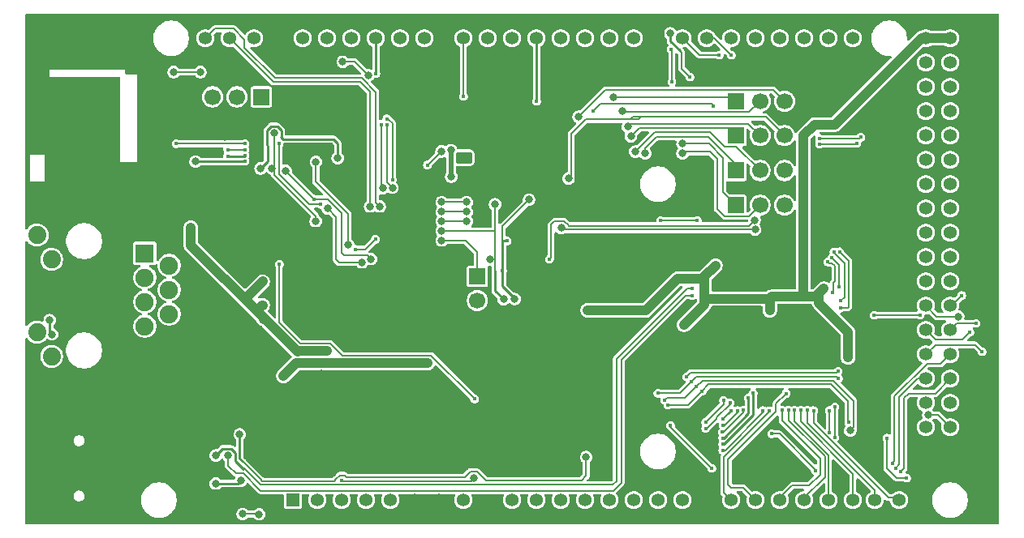
<source format=gbr>
%TF.GenerationSoftware,KiCad,Pcbnew,9.0.2*%
%TF.CreationDate,2025-05-20T22:21:05-04:00*%
%TF.ProjectId,ArduinoMega_Ethernet,41726475-696e-46f4-9d65-67615f457468,rev?*%
%TF.SameCoordinates,Original*%
%TF.FileFunction,Copper,L2,Bot*%
%TF.FilePolarity,Positive*%
%FSLAX46Y46*%
G04 Gerber Fmt 4.6, Leading zero omitted, Abs format (unit mm)*
G04 Created by KiCad (PCBNEW 9.0.2) date 2025-05-20 22:21:05*
%MOMM*%
%LPD*%
G01*
G04 APERTURE LIST*
G04 Aperture macros list*
%AMRoundRect*
0 Rectangle with rounded corners*
0 $1 Rounding radius*
0 $2 $3 $4 $5 $6 $7 $8 $9 X,Y pos of 4 corners*
0 Add a 4 corners polygon primitive as box body*
4,1,4,$2,$3,$4,$5,$6,$7,$8,$9,$2,$3,0*
0 Add four circle primitives for the rounded corners*
1,1,$1+$1,$2,$3*
1,1,$1+$1,$4,$5*
1,1,$1+$1,$6,$7*
1,1,$1+$1,$8,$9*
0 Add four rect primitives between the rounded corners*
20,1,$1+$1,$2,$3,$4,$5,0*
20,1,$1+$1,$4,$5,$6,$7,0*
20,1,$1+$1,$6,$7,$8,$9,0*
20,1,$1+$1,$8,$9,$2,$3,0*%
G04 Aperture macros list end*
%TA.AperFunction,ComponentPad*%
%ADD10R,1.700000X1.700000*%
%TD*%
%TA.AperFunction,ComponentPad*%
%ADD11C,1.700000*%
%TD*%
%TA.AperFunction,ComponentPad*%
%ADD12RoundRect,0.250000X0.625000X-0.350000X0.625000X0.350000X-0.625000X0.350000X-0.625000X-0.350000X0*%
%TD*%
%TA.AperFunction,ComponentPad*%
%ADD13O,1.750000X1.200000*%
%TD*%
%TA.AperFunction,ComponentPad*%
%ADD14C,2.600000*%
%TD*%
%TA.AperFunction,ComponentPad*%
%ADD15C,1.890000*%
%TD*%
%TA.AperFunction,ComponentPad*%
%ADD16R,1.900000X1.900000*%
%TD*%
%TA.AperFunction,ComponentPad*%
%ADD17C,1.900000*%
%TD*%
%TA.AperFunction,ComponentPad*%
%ADD18C,1.358000*%
%TD*%
%TA.AperFunction,ComponentPad*%
%ADD19R,1.358000X1.358000*%
%TD*%
%TA.AperFunction,ComponentPad*%
%ADD20O,2.100000X1.000000*%
%TD*%
%TA.AperFunction,ComponentPad*%
%ADD21O,1.600000X1.000000*%
%TD*%
%TA.AperFunction,ViaPad*%
%ADD22C,0.800000*%
%TD*%
%TA.AperFunction,ViaPad*%
%ADD23C,0.400000*%
%TD*%
%TA.AperFunction,Conductor*%
%ADD24C,0.200000*%
%TD*%
%TA.AperFunction,Conductor*%
%ADD25C,0.250000*%
%TD*%
%TA.AperFunction,Conductor*%
%ADD26C,1.000000*%
%TD*%
%TA.AperFunction,Conductor*%
%ADD27C,0.500000*%
%TD*%
G04 APERTURE END LIST*
D10*
%TO.P,J3,1,Pin_1*%
%TO.N,/HEAD_D6*%
X117300000Y-144650000D03*
D11*
%TO.P,J3,2,Pin_2*%
%TO.N,/PIN_D6*%
X119840000Y-144650000D03*
%TO.P,J3,3,Pin_3*%
%TO.N,/IMU_INT1*%
X122380000Y-144650000D03*
%TD*%
D12*
%TO.P,BT1,1,+*%
%TO.N,Net-(BT1-+)*%
X88950000Y-143300000D03*
D13*
%TO.P,BT1,2,-*%
%TO.N,GND*%
X88950000Y-141300000D03*
%TD*%
D10*
%TO.P,J2,1,Pin_1*%
%TO.N,/HEAD_D13*%
X67790000Y-136950000D03*
D11*
%TO.P,J2,2,Pin_2*%
%TO.N,/PIN_D13*%
X65250000Y-136950000D03*
%TO.P,J2,3,Pin_3*%
%TO.N,/SD_DET*%
X62710000Y-136950000D03*
%TD*%
D10*
%TO.P,J6,1,Pin_1*%
%TO.N,/HEAD_D8*%
X117310000Y-141000000D03*
D11*
%TO.P,J6,2,Pin_2*%
%TO.N,/PIN_D8*%
X119850000Y-141000000D03*
%TO.P,J6,3,Pin_3*%
%TO.N,/RTC_MFP*%
X122390000Y-141000000D03*
%TD*%
D14*
%TO.P,J1,13,SHIELD*%
%TO.N,GND*%
X52356000Y-149959000D03*
X52356000Y-165509000D03*
D15*
%TO.P,J1,L1,LEDY_A*%
%TO.N,/PWRandPRG/ACT_LED*%
X45926000Y-164059000D03*
%TO.P,J1,L2,LEDY_K*%
%TO.N,Net-(J1-LEDY_K)*%
X44406000Y-161519000D03*
%TO.P,J1,L3,LEDG_K*%
%TO.N,Net-(J1-LEDG_K)*%
X45926000Y-153949000D03*
%TO.P,J1,L4,LEDG_A*%
%TO.N,/PWRandPRG/LINK_LED*%
X44406000Y-151409000D03*
D16*
%TO.P,J1,R1,TD+*%
%TO.N,Net-(J1-TD+)*%
X55646000Y-153289000D03*
D17*
%TO.P,J1,R2,TD-*%
%TO.N,Net-(J1-TD-)*%
X58186000Y-154559000D03*
%TO.P,J1,R3,RD+*%
%TO.N,Net-(J1-RD+)*%
X55646000Y-155829000D03*
%TO.P,J1,R4,TCT*%
%TO.N,Net-(J1-TCT)*%
X58186000Y-157099000D03*
%TO.P,J1,R5,RCT*%
%TO.N,Net-(J1-RCT)*%
X55646000Y-158369000D03*
%TO.P,J1,R6,RD-*%
%TO.N,Net-(J1-RD-)*%
X58186000Y-159639000D03*
%TO.P,J1,R7,NC*%
%TO.N,unconnected-(J1-NC-PadR7)*%
X55646000Y-160909000D03*
%TO.P,J1,R8,GND*%
%TO.N,GND*%
X58186000Y-162179000D03*
%TD*%
D10*
%TO.P,J4,1,Pin_1*%
%TO.N,/HEAD_D3*%
X117300000Y-148275000D03*
D11*
%TO.P,J4,2,Pin_2*%
%TO.N,/PIN_D3*%
X119840000Y-148275000D03*
%TO.P,J4,3,Pin_3*%
%TO.N,/IMU_INT2*%
X122380000Y-148275000D03*
%TD*%
D10*
%TO.P,J5,1,Pin_1*%
%TO.N,/HEAD_D9*%
X117310000Y-137400000D03*
D11*
%TO.P,J5,2,Pin_2*%
%TO.N,/PIN_D9*%
X119850000Y-137400000D03*
%TO.P,J5,3,Pin_3*%
%TO.N,/ETHER_~{INT}*%
X122390000Y-137400000D03*
%TD*%
D18*
%TO.P,A1,0,0*%
%TO.N,/PIN_D0*%
X106655000Y-130825000D03*
%TO.P,A1,1,1*%
%TO.N,/PIN_D1*%
X104115000Y-130825000D03*
%TO.P,A1,2,2*%
%TO.N,/PIN_D2*%
X101575000Y-130825000D03*
%TO.P,A1,3,3*%
%TO.N,/HEAD_D3*%
X99035000Y-130825000D03*
%TO.P,A1,3V3,+3V3*%
%TO.N,+3V3*%
X78715000Y-179085000D03*
%TO.P,A1,4,4*%
%TO.N,/PIN_D4{slash}CS2*%
X96495000Y-130825000D03*
%TO.P,A1,5,5*%
%TO.N,/PIN_D5*%
X93955000Y-130825000D03*
%TO.P,A1,5V_1,+5V_1*%
%TO.N,+5V*%
X81255000Y-179085000D03*
%TO.P,A1,5V_2,+5V_2*%
X137135000Y-130825000D03*
%TO.P,A1,5V_3,+5V_3*%
X139675000Y-130825000D03*
%TO.P,A1,6,6*%
%TO.N,/HEAD_D6*%
X91415000Y-130825000D03*
%TO.P,A1,7,7*%
%TO.N,/ETHER_~{RST}*%
X88875000Y-130825000D03*
%TO.P,A1,8,8*%
%TO.N,/HEAD_D8*%
X84811000Y-130825000D03*
%TO.P,A1,9,9*%
%TO.N,/HEAD_D9*%
X82271000Y-130825000D03*
%TO.P,A1,10,10*%
%TO.N,/ETHER_CS*%
X79731000Y-130825000D03*
%TO.P,A1,11,11*%
%TO.N,/PIN_D11*%
X77191000Y-130825000D03*
%TO.P,A1,12,12*%
%TO.N,/PIN_D12*%
X74651000Y-130825000D03*
%TO.P,A1,13,13*%
%TO.N,/HEAD_D13*%
X72111000Y-130825000D03*
%TO.P,A1,14,14*%
%TO.N,/PIN_D14*%
X111735000Y-130825000D03*
%TO.P,A1,15,15*%
%TO.N,/PIN_D15*%
X114275000Y-130825000D03*
%TO.P,A1,16,16*%
%TO.N,/PIN_D16*%
X116815000Y-130825000D03*
%TO.P,A1,17,17*%
%TO.N,/PIN_D17*%
X119355000Y-130825000D03*
%TO.P,A1,18,18*%
%TO.N,/PIN_D18*%
X121895000Y-130825000D03*
%TO.P,A1,19,19*%
%TO.N,/PIN_D19*%
X124435000Y-130825000D03*
%TO.P,A1,20,20*%
%TO.N,/PIN_D20*%
X126975000Y-130825000D03*
%TO.P,A1,21,21*%
%TO.N,/PIN_D21*%
X129515000Y-130825000D03*
%TO.P,A1,22,22*%
%TO.N,/PIN_D22*%
X137135000Y-133365000D03*
%TO.P,A1,23,23*%
%TO.N,/PIN_D23*%
X139675000Y-133365000D03*
%TO.P,A1,24,24*%
%TO.N,/PIN_D24*%
X137135000Y-135905000D03*
%TO.P,A1,25,25*%
%TO.N,/PIN_D25*%
X139675000Y-135905000D03*
%TO.P,A1,26,26*%
%TO.N,/PIN_D26*%
X137135000Y-138445000D03*
%TO.P,A1,27,27*%
%TO.N,/PIN_D27*%
X139675000Y-138445000D03*
%TO.P,A1,28,28*%
%TO.N,/PIN_D28*%
X137135000Y-140985000D03*
%TO.P,A1,29,29*%
%TO.N,/PIN_D29*%
X139675000Y-140985000D03*
%TO.P,A1,30,30*%
%TO.N,/PIN_D30*%
X137135000Y-143525000D03*
%TO.P,A1,31,31*%
%TO.N,/PIN_D31*%
X139675000Y-143525000D03*
%TO.P,A1,32,32*%
%TO.N,/PIN_D32*%
X137135000Y-146065000D03*
%TO.P,A1,33,33*%
%TO.N,/PIN_D33*%
X139675000Y-146065000D03*
%TO.P,A1,34,34*%
%TO.N,/PIN_D34*%
X137135000Y-148605000D03*
%TO.P,A1,35,35*%
%TO.N,/PIN_D35*%
X139675000Y-148605000D03*
%TO.P,A1,36,36*%
%TO.N,/PIN_D36*%
X137135000Y-151145000D03*
%TO.P,A1,37,37*%
%TO.N,/PIN_D37*%
X139675000Y-151145000D03*
%TO.P,A1,38,38*%
%TO.N,/PIN_D38*%
X137135000Y-153685000D03*
%TO.P,A1,39,39*%
%TO.N,/PIN_D39*%
X139675000Y-153685000D03*
%TO.P,A1,40,40*%
%TO.N,/PIN_D40*%
X137135000Y-156225000D03*
%TO.P,A1,41,41*%
%TO.N,/PIN_D41*%
X139675000Y-156225000D03*
%TO.P,A1,42,42*%
%TO.N,/PIN_D42*%
X137135000Y-158765000D03*
%TO.P,A1,43,43*%
%TO.N,/PIN_D43*%
X139675000Y-158765000D03*
%TO.P,A1,44,44*%
%TO.N,/PIN_D44*%
X137135000Y-161305000D03*
%TO.P,A1,45,45*%
%TO.N,/PIN_D45*%
X139675000Y-161305000D03*
%TO.P,A1,46,46*%
%TO.N,/PIN_D46*%
X137135000Y-163845000D03*
%TO.P,A1,47,47*%
%TO.N,/PIN_D47*%
X139675000Y-163845000D03*
%TO.P,A1,48,48*%
%TO.N,/PIN_D48*%
X137135000Y-166385000D03*
%TO.P,A1,49,49*%
%TO.N,/PIN_D49*%
X139675000Y-166385000D03*
%TO.P,A1,50,50*%
%TO.N,/PIN_D50*%
X137135000Y-168925000D03*
%TO.P,A1,51,51*%
%TO.N,/PIN_D51*%
X139675000Y-168925000D03*
%TO.P,A1,52,52*%
%TO.N,/PIN_D52*%
X137135000Y-171465000D03*
%TO.P,A1,53,53*%
%TO.N,/PIN_D53*%
X139675000Y-171465000D03*
%TO.P,A1,AD0,AD0*%
%TO.N,/PIN_A0*%
X93955000Y-179085000D03*
%TO.P,A1,AD1,AD1*%
%TO.N,/PIN_A1*%
X96495000Y-179085000D03*
%TO.P,A1,AD2,AD2*%
%TO.N,/PIN_A2*%
X99035000Y-179085000D03*
%TO.P,A1,AD3,AD3*%
%TO.N,/PIN_A3*%
X101575000Y-179085000D03*
%TO.P,A1,AD4,AD4*%
%TO.N,/PIN_A4*%
X104115000Y-179085000D03*
%TO.P,A1,AD5,AD5*%
%TO.N,/PIN_A5*%
X106655000Y-179085000D03*
%TO.P,A1,AD6,AD6*%
%TO.N,/PIN_A6*%
X109195000Y-179085000D03*
%TO.P,A1,AD7,AD7*%
%TO.N,/PIN_A7*%
X111735000Y-179085000D03*
%TO.P,A1,AD8,AD8*%
%TO.N,/PIN_A8*%
X116815000Y-179085000D03*
%TO.P,A1,AD9,AD9*%
%TO.N,/PIN_A9*%
X119355000Y-179085000D03*
%TO.P,A1,AD10,AD10*%
%TO.N,/PIN_A10*%
X121895000Y-179085000D03*
%TO.P,A1,AD11,AD11*%
%TO.N,/PIN_A11*%
X124435000Y-179085000D03*
%TO.P,A1,AD12,AD12*%
%TO.N,/PIN_A12*%
X126975000Y-179085000D03*
%TO.P,A1,AD13,AD13*%
%TO.N,/PIN_A13*%
X129515000Y-179085000D03*
%TO.P,A1,AD14,AD14*%
%TO.N,/PIN_A14*%
X131801000Y-179085000D03*
%TO.P,A1,AD15,AD15*%
%TO.N,/PIN_A15*%
X134341000Y-179085000D03*
%TO.P,A1,AREF,AREF*%
%TO.N,/MCU_AREF_IN*%
X67031000Y-130825000D03*
%TO.P,A1,GND1,GND1*%
%TO.N,GND*%
X83795000Y-179085000D03*
%TO.P,A1,GND2,GND2*%
X86335000Y-179085000D03*
%TO.P,A1,GND3,GND3*%
X69571000Y-130825000D03*
%TO.P,A1,GND4,GND4*%
X137135000Y-174005000D03*
%TO.P,A1,GND5,GND5*%
X139675000Y-174005000D03*
%TO.P,A1,IOREF,IOREF*%
%TO.N,+5V*%
X73635000Y-179085000D03*
D19*
%TO.P,A1,NC,NC*%
X71095000Y-179085000D03*
D18*
%TO.P,A1,RESET,RESET*%
%TO.N,/MCU_RESET*%
X76175000Y-179085000D03*
%TO.P,A1,SCL,SCL*%
%TO.N,/PIN_D21*%
X61951000Y-130825000D03*
%TO.P,A1,SDA,SDA*%
%TO.N,/PIN_D20*%
X64491000Y-130825000D03*
%TO.P,A1,VIN,VIN*%
%TO.N,+5V*%
X88875000Y-179085000D03*
%TD*%
D20*
%TO.P,J9,S1,SHIELD*%
%TO.N,GND*%
X49306000Y-171448000D03*
D21*
X45126000Y-171448000D03*
D20*
X49306000Y-180088000D03*
D21*
X45126000Y-180088000D03*
%TD*%
D10*
%TO.P,J7,1,Pin_1*%
%TO.N,/PWRandPRG/IMU_SCL*%
X90350000Y-155700000D03*
D11*
%TO.P,J7,2,Pin_2*%
%TO.N,/PWRandPRG/IMU_SDA*%
X90350000Y-158240000D03*
%TD*%
D22*
%TO.N,/PWRandPRG/PROGRAM_~{DTR}*%
X65550000Y-172227029D03*
X101700000Y-174600000D03*
D23*
%TO.N,/MCU_RESET*%
X76200000Y-177000000D03*
X110490000Y-171286979D03*
X114808000Y-175768000D03*
D22*
X90000000Y-176800000D03*
D23*
%TO.N,GND*%
X120225000Y-167950000D03*
D22*
X73152000Y-155448000D03*
X72136000Y-160020000D03*
X74021502Y-165875520D03*
X64000000Y-140150000D03*
X48260000Y-154940000D03*
X109220000Y-170180000D03*
X142240000Y-149860000D03*
X47350000Y-133350000D03*
X62200000Y-179300000D03*
X45150000Y-134650000D03*
X86625000Y-160250000D03*
X113208904Y-161916817D03*
D23*
X131572000Y-161290000D03*
D22*
X78500000Y-173825000D03*
X91875000Y-170635000D03*
D23*
X131572000Y-163576000D03*
X97091000Y-156940500D03*
D22*
X48260000Y-157480000D03*
X43942000Y-173990000D03*
X98100000Y-168110000D03*
X55450000Y-170150000D03*
D23*
X131572000Y-160528000D03*
D22*
X120650000Y-175260000D03*
X96250000Y-142175000D03*
X81190574Y-166928598D03*
X55575000Y-134525000D03*
X71120000Y-156464000D03*
X43942000Y-177800000D03*
X91875000Y-173175000D03*
X102600000Y-163400000D03*
D23*
X131572000Y-162814000D03*
D22*
X109350000Y-142650000D03*
X101600000Y-152400000D03*
X50800000Y-154940000D03*
X86750000Y-157200000D03*
D23*
X58750000Y-140500000D03*
D22*
X75350000Y-145025000D03*
X102678000Y-140250000D03*
D23*
X131572000Y-162052000D03*
D22*
X85150000Y-156875000D03*
X89400000Y-153675000D03*
X85450000Y-140850000D03*
X103175000Y-174600000D03*
X73660000Y-160020000D03*
X142240000Y-147320000D03*
X74168000Y-155448000D03*
X142240000Y-139700000D03*
X101750000Y-140250000D03*
X62200000Y-178400000D03*
X60950000Y-176500000D03*
X98100000Y-170650000D03*
X117805200Y-151800000D03*
X77525000Y-173825000D03*
X112200000Y-163400000D03*
X90475000Y-162000000D03*
D23*
X73450000Y-142450000D03*
D22*
X101400000Y-157050000D03*
D23*
X96075000Y-156940500D03*
D22*
X75692000Y-158496000D03*
X48260000Y-142240000D03*
X43942000Y-172720000D03*
X98100000Y-173190000D03*
X75925000Y-167132000D03*
X97974522Y-154869500D03*
X71120000Y-159004000D03*
X76225000Y-175400000D03*
X81280000Y-152781000D03*
X142240000Y-142240000D03*
X48260000Y-139700000D03*
X84150000Y-144325000D03*
X81325000Y-149625000D03*
X50800000Y-157480000D03*
X43950000Y-148900000D03*
X63711244Y-172226029D03*
X90525000Y-163525000D03*
X75692000Y-160020000D03*
X87800000Y-172325000D03*
X106680000Y-170180000D03*
X43950000Y-134650000D03*
X96650000Y-161975000D03*
X43942000Y-176530000D03*
X83566000Y-160666022D03*
X107350000Y-166650000D03*
X45100000Y-148950000D03*
X91400000Y-146150000D03*
X62227519Y-149625413D03*
X81350000Y-136750000D03*
D23*
X96075000Y-155924500D03*
D22*
X101600000Y-165100000D03*
D23*
X119987939Y-168537939D03*
D22*
X67900000Y-168550000D03*
X69275000Y-148725000D03*
X118897400Y-173583600D03*
X109150000Y-135050000D03*
X75184000Y-155448000D03*
X87800000Y-169851507D03*
X50800000Y-139700000D03*
D23*
X119669794Y-169069794D03*
D22*
X46300000Y-149000000D03*
X142240000Y-144780000D03*
X46300000Y-147800000D03*
X96520000Y-152400000D03*
X50800000Y-142240000D03*
D23*
X63800000Y-154200000D03*
D22*
X91440000Y-144780000D03*
X117805200Y-152750000D03*
X99190000Y-162050000D03*
X50800000Y-137160000D03*
X81441311Y-160181312D03*
X54250000Y-133375000D03*
X129540000Y-134620000D03*
X71120000Y-160020000D03*
D23*
X97091000Y-155924500D03*
D22*
X71120000Y-155448000D03*
X125639240Y-154195563D03*
X110363000Y-160807400D03*
X64000000Y-141100000D03*
X87800000Y-174800000D03*
X51250000Y-171000000D03*
X117348000Y-176022000D03*
X124206000Y-176022000D03*
D23*
X58750000Y-139650000D03*
D22*
X46300000Y-146550000D03*
X93900000Y-155850000D03*
X142240000Y-134620000D03*
X84150000Y-146200000D03*
X142240000Y-152400000D03*
X142240000Y-137160000D03*
X43942000Y-175260000D03*
X76175000Y-146550000D03*
X142240000Y-132080000D03*
X77550000Y-175425000D03*
X69275000Y-151282500D03*
D23*
X58750000Y-138850000D03*
D22*
X91950000Y-140275000D03*
X91440000Y-142240000D03*
X69325000Y-146975000D03*
X72300000Y-170000000D03*
X48260000Y-137160000D03*
X76500000Y-173800000D03*
%TO.N,+5V*%
X120855500Y-159258000D03*
X126500000Y-157000000D03*
D23*
X90048500Y-168523500D03*
D22*
X101854000Y-159258000D03*
X67725000Y-144425000D03*
D23*
X69683946Y-154434000D03*
D22*
X111900000Y-160769000D03*
X129023677Y-164204492D03*
X75775000Y-143350000D03*
X115189000Y-154559000D03*
%TO.N,+3V3*%
X68938755Y-144450000D03*
X73476075Y-149923925D03*
X70104000Y-166116000D03*
X87621000Y-145279000D03*
X69150000Y-140750000D03*
X87590324Y-142519560D03*
X85160480Y-164775520D03*
%TO.N,Net-(U2-V3)*%
X65675000Y-177050000D03*
X63048621Y-177350000D03*
%TO.N,Net-(FB2-Pad2)*%
X67934354Y-156250834D03*
X72644000Y-163576000D03*
D23*
X63754000Y-155956000D03*
D22*
X60452000Y-150622000D03*
X74675761Y-163529510D03*
X71628000Y-163576000D03*
X67937180Y-158707886D03*
X67929041Y-160236084D03*
X60452000Y-152400000D03*
%TO.N,/PIN_D0*%
X63050000Y-174427029D03*
D23*
X112776000Y-156972000D03*
%TO.N,/PIN_D1*%
X112776000Y-157734000D03*
D22*
X64350000Y-174450000D03*
%TO.N,/PIN_D3*%
X111756921Y-142850003D03*
D23*
%TO.N,/PIN_D5*%
X112522703Y-134873297D03*
D22*
X110490000Y-130302000D03*
%TO.N,/PIN_D6*%
X106819975Y-142669975D03*
D23*
%TO.N,/ETHER_~{RST}*%
X81475403Y-145637622D03*
X80899997Y-139241491D03*
X88900000Y-136906000D03*
D22*
%TO.N,/PIN_D20*%
X79155188Y-148399999D03*
D23*
X127550078Y-153154094D03*
X128281460Y-158237034D03*
X127105313Y-172005087D03*
X127101600Y-169720500D03*
%TO.N,/MCU_AREF_IN*%
X114950000Y-137900000D03*
X102450000Y-138422000D03*
D22*
%TO.N,/PIN_D13*%
X76299051Y-133285000D03*
X78975638Y-134685679D03*
D23*
%TO.N,/ETHER_CS*%
X80300000Y-139850000D03*
X79756000Y-134509500D03*
D22*
X80475000Y-146500000D03*
%TO.N,/PIN_D9*%
X105476481Y-138400000D03*
%TO.N,/PIN_D8*%
X106047201Y-140078148D03*
D23*
%TO.N,/PIN_D19*%
X127396800Y-157396800D03*
X126934757Y-154210264D03*
%TO.N,/PIN_D18*%
X127331207Y-153759897D03*
X128092200Y-156819600D03*
%TO.N,/PIN_D17*%
X110558246Y-131954361D03*
X110650000Y-135374000D03*
%TO.N,/PIN_D15*%
X129952520Y-141800000D03*
X116840000Y-132588000D03*
X126050000Y-141900003D03*
%TO.N,/PIN_D14*%
X126050000Y-141300000D03*
X130353521Y-141176686D03*
X115570000Y-132588000D03*
%TO.N,/PIN_D38*%
X133096000Y-172601500D03*
X135128000Y-176784000D03*
%TO.N,/PIN_D39*%
X131760420Y-159766000D03*
X136525000Y-159725000D03*
D22*
%TO.N,/PIN_D42*%
X140524000Y-159905481D03*
D23*
%TO.N,/PIN_D43*%
X140893800Y-157708600D03*
%TO.N,/PIN_D44*%
X141732000Y-161544000D03*
%TO.N,/PIN_D45*%
X142376570Y-160605481D03*
%TO.N,/PIN_D46*%
X143002000Y-163576000D03*
%TO.N,/PIN_D47*%
X133632983Y-175220395D03*
%TO.N,/PIN_D48*%
X133974246Y-175770654D03*
%TO.N,/PIN_D49*%
X121055500Y-172161200D03*
X134546136Y-176133548D03*
X125611500Y-175997617D03*
%TO.N,/PIN_D50*%
X110236000Y-169164000D03*
X113792000Y-167694500D03*
D22*
X86624000Y-149950006D03*
D23*
X129105000Y-170979074D03*
D22*
X89225000Y-149950006D03*
%TO.N,/PIN_D51*%
X129255000Y-171816029D03*
X86624000Y-148950003D03*
D23*
X113221000Y-167195000D03*
D22*
X89225000Y-148950003D03*
D23*
X109892894Y-168639000D03*
%TO.N,/PIN_D52*%
X109184300Y-167929700D03*
X112705000Y-166695000D03*
X128016000Y-166370000D03*
D22*
X86624000Y-147950000D03*
X89225000Y-147950000D03*
%TO.N,/PIN_D53*%
X137393066Y-170212304D03*
D23*
X112189000Y-166195000D03*
X128000620Y-165608000D03*
%TO.N,/PIN_A0*%
X114155820Y-170924820D03*
X116029500Y-168656000D03*
%TO.N,/PIN_A1*%
X114172297Y-171576297D03*
X116703037Y-168900037D03*
%TO.N,/PIN_A2*%
X116808233Y-169752680D03*
X116005500Y-170618750D03*
%TO.N,/PIN_A3*%
X117474009Y-169720537D03*
X116005500Y-171267867D03*
%TO.N,/PIN_A4*%
X118110000Y-169672000D03*
X115915641Y-171973402D03*
%TO.N,/PIN_A5*%
X115951000Y-172593000D03*
X118618000Y-168402000D03*
%TO.N,/PIN_A6*%
X115951000Y-173228000D03*
X119118000Y-167921538D03*
%TO.N,/PIN_A7*%
X115951000Y-173863000D03*
X120151146Y-169720971D03*
%TO.N,/PIN_A8*%
X120795130Y-169750160D03*
%TO.N,/PIN_A9*%
X122555000Y-167950000D03*
%TO.N,/PIN_A10*%
X122131548Y-169697439D03*
%TO.N,/PIN_A11*%
X122809000Y-169672000D03*
%TO.N,/PIN_A12*%
X123444000Y-169672000D03*
%TO.N,/PIN_A13*%
X124079000Y-169672000D03*
%TO.N,/PIN_A14*%
X124758221Y-169698503D03*
%TO.N,/PIN_A15*%
X125415582Y-169724892D03*
%TO.N,/PIN_D4{slash}CS2*%
X80900358Y-139841493D03*
X109474000Y-149860000D03*
D22*
X81473055Y-146437621D03*
D23*
X96520000Y-137424020D03*
X113284000Y-149860000D03*
D22*
%TO.N,/HEAD_D9*%
X104539949Y-136950000D03*
%TO.N,/PWRandPRG/ETHERNET_SCLK*%
X73500000Y-143725000D03*
D23*
X66100000Y-142454440D03*
X64300000Y-142454440D03*
D22*
X76856000Y-152371685D03*
D23*
%TO.N,/PWRandPRG/ETHERNET_MOSI*%
X66100000Y-143054443D03*
D22*
X78301654Y-154237345D03*
D23*
X64300000Y-143128446D03*
D22*
X74704637Y-148604072D03*
D23*
%TO.N,/PWRandPRG/IMU_SCL*%
X92964000Y-155125000D03*
D22*
X86624000Y-151950012D03*
X95743206Y-147700120D03*
D23*
X93450000Y-152000000D03*
D22*
X94234000Y-158068500D03*
%TO.N,/PWRandPRG/IMU_SDA*%
X91632129Y-153958629D03*
X92200000Y-148176000D03*
X93078300Y-158102300D03*
X86624000Y-150950009D03*
D23*
%TO.N,/PWRandPRG/ETHERNET_MISO*%
X66100000Y-143654446D03*
D22*
X60950000Y-143708489D03*
X79267939Y-153892489D03*
D23*
X73325000Y-147629743D03*
D22*
X70338754Y-144661604D03*
D23*
%TO.N,/PWRandPRG/SDCARD_CS*%
X58900000Y-141850000D03*
X74019523Y-148191007D03*
X66100000Y-141854437D03*
X69650000Y-141854437D03*
%TO.N,/ETHER_~{INT}*%
X79712656Y-151827350D03*
D22*
X86598102Y-142644060D03*
X100912323Y-139022999D03*
D23*
X77589048Y-152872685D03*
X85134603Y-144065397D03*
D22*
%TO.N,/PWRandPRG/LINK_LED*%
X45974000Y-161760500D03*
X45720000Y-160274000D03*
%TO.N,/PWRandPRG/USBC_D-*%
X67583661Y-180558280D03*
X65855025Y-180550000D03*
%TO.N,/HEAD_D8*%
X106364000Y-141078144D03*
D23*
%TO.N,/PIN_D21*%
X127643431Y-172531578D03*
X127667471Y-169321916D03*
X128281460Y-159000000D03*
D22*
X80155190Y-148400000D03*
D23*
X128150000Y-153144267D03*
D22*
%TO.N,/RTC_MFP*%
X99865404Y-145473636D03*
%TO.N,/IMU_INT2*%
X119318202Y-150824872D03*
X99100000Y-150650000D03*
D23*
%TO.N,/IMU_INT1*%
X97866937Y-153916937D03*
D22*
X119279325Y-149825626D03*
%TO.N,/SD_DET*%
X58650000Y-134350000D03*
X61450000Y-134350000D03*
%TO.N,/HEAD_D6*%
X107859974Y-142850000D03*
%TO.N,/HEAD_D3*%
X111756921Y-141850000D03*
%TD*%
D24*
%TO.N,/PWRandPRG/PROGRAM_~{DTR}*%
X75625000Y-176900000D02*
X75625000Y-176866479D01*
X67679100Y-176895900D02*
X67883200Y-177100000D01*
X76675000Y-176698000D02*
X89027000Y-176698000D01*
X101700000Y-176525000D02*
X101700000Y-174600000D01*
X65815000Y-175035000D02*
X65818200Y-175035000D01*
X89626000Y-176099000D02*
X90290364Y-176099000D01*
X90290364Y-176099000D02*
X91216364Y-177025000D01*
X75425000Y-177100000D02*
X75625000Y-176900000D01*
D25*
X65550000Y-174770000D02*
X65815000Y-175035000D01*
D24*
X67883200Y-177100000D02*
X75425000Y-177100000D01*
X76476000Y-176499000D02*
X76675000Y-176698000D01*
X75992479Y-176499000D02*
X76476000Y-176499000D01*
X101200000Y-177025000D02*
X101700000Y-176525000D01*
X65818200Y-175035000D02*
X67679100Y-176895900D01*
X89027000Y-176698000D02*
X89626000Y-176099000D01*
X75625000Y-176866479D02*
X75992479Y-176499000D01*
D25*
X65550000Y-172227029D02*
X65550000Y-174770000D01*
D24*
X91216364Y-177025000D02*
X101200000Y-177025000D01*
%TO.N,/MCU_RESET*%
X110490000Y-171450000D02*
X110490000Y-171286979D01*
X76200000Y-177000000D02*
X76299000Y-177099000D01*
X89701000Y-177099000D02*
X90000000Y-176800000D01*
X76299000Y-177099000D02*
X89701000Y-177099000D01*
X114808000Y-175768000D02*
X110490000Y-171450000D01*
D25*
%TO.N,+5V*%
X68449000Y-142050000D02*
X68424000Y-142025000D01*
X69450720Y-140024000D02*
X69876000Y-140449280D01*
D26*
X127634816Y-139850000D02*
X125500000Y-139850000D01*
X125500000Y-139850000D02*
X124350000Y-141000000D01*
D25*
X68449000Y-143701000D02*
X67725000Y-144425000D01*
D26*
X127000000Y-159500000D02*
X126000000Y-158500000D01*
X107950000Y-159258000D02*
X111252000Y-155956000D01*
D25*
X70050000Y-141375000D02*
X69851000Y-141176000D01*
X75775000Y-143350000D02*
X75775000Y-141775000D01*
D24*
X69683946Y-154434000D02*
X69683946Y-160545660D01*
D26*
X120855500Y-158036500D02*
X121057500Y-157834500D01*
D24*
X71866796Y-162728510D02*
X75007546Y-162728510D01*
D26*
X111252000Y-155956000D02*
X114046000Y-155956000D01*
D25*
X68424000Y-140449280D02*
X68849280Y-140024000D01*
D26*
X111900000Y-160769000D02*
X114046000Y-158623000D01*
D24*
X69683946Y-160545660D02*
X71866796Y-162728510D01*
D26*
X139500000Y-130840000D02*
X136960000Y-130840000D01*
X126000000Y-157500000D02*
X126000000Y-158500000D01*
D24*
X75007546Y-162728510D02*
X76253556Y-163974520D01*
X76253556Y-163974520D02*
X85499520Y-163974520D01*
D25*
X68424000Y-142025000D02*
X68424000Y-140449280D01*
X75775000Y-141775000D02*
X75375000Y-141375000D01*
D26*
X120855500Y-158036500D02*
X114348500Y-158036500D01*
X126500000Y-157000000D02*
X126000000Y-157500000D01*
X114046000Y-158623000D02*
X114046000Y-157734000D01*
D25*
X75375000Y-141375000D02*
X70050000Y-141375000D01*
X68449000Y-142050000D02*
X68449000Y-143701000D01*
D26*
X124450000Y-157834500D02*
X125665500Y-157834500D01*
D25*
X69876000Y-140449280D02*
X69876000Y-141151000D01*
D26*
X115189000Y-154559000D02*
X114046000Y-155702000D01*
X101854000Y-159258000D02*
X107950000Y-159258000D01*
X136674816Y-130810000D02*
X127634816Y-139850000D01*
X125665500Y-157834500D02*
X126500000Y-157000000D01*
X114046000Y-155702000D02*
X114046000Y-157734000D01*
X129023677Y-161523677D02*
X127000000Y-159500000D01*
X124350000Y-157734500D02*
X124450000Y-157834500D01*
X114046000Y-157734000D02*
X114046000Y-155956000D01*
X114348500Y-158036500D02*
X114046000Y-157734000D01*
X127000000Y-159500000D02*
X126500000Y-159000000D01*
X120855500Y-159258000D02*
X120855500Y-158036500D01*
D24*
X85499520Y-163974520D02*
X90048500Y-168523500D01*
D26*
X124350000Y-141000000D02*
X124350000Y-157734500D01*
X139700000Y-130810000D02*
X136674816Y-130810000D01*
D25*
X69876000Y-141151000D02*
X69851000Y-141176000D01*
D26*
X129023677Y-164204492D02*
X129023677Y-161523677D01*
X121057500Y-157834500D02*
X124450000Y-157834500D01*
D25*
X68849280Y-140024000D02*
X69450720Y-140024000D01*
D27*
%TO.N,+3V3*%
X87590324Y-142519560D02*
X87590324Y-145248324D01*
X87590324Y-145248324D02*
X87621000Y-145279000D01*
D24*
X69150000Y-145078345D02*
X69150000Y-140750000D01*
X73476075Y-149404420D02*
X69150000Y-145078345D01*
D26*
X71444480Y-164775520D02*
X70104000Y-166116000D01*
D24*
X73476075Y-149923925D02*
X73476075Y-149404420D01*
D26*
X71444480Y-164775520D02*
X85160480Y-164775520D01*
D25*
%TO.N,Net-(U2-V3)*%
X65375000Y-177350000D02*
X65675000Y-177050000D01*
X63048621Y-177350000D02*
X65375000Y-177350000D01*
D26*
%TO.N,Net-(FB2-Pad2)*%
X67937180Y-158707886D02*
X67860114Y-158707886D01*
X63961500Y-155956000D02*
X66016750Y-158011250D01*
X66016750Y-158011250D02*
X67286750Y-159281250D01*
X60452000Y-152400000D02*
X60452000Y-150622000D01*
X66173938Y-158011250D02*
X66016750Y-158011250D01*
X67860114Y-158707886D02*
X67286750Y-159281250D01*
X67286750Y-159281250D02*
X71535010Y-163529510D01*
X63930556Y-155956000D02*
X63961500Y-155956000D01*
X67934354Y-156250834D02*
X66173938Y-158011250D01*
X74675761Y-163529510D02*
X71674490Y-163529510D01*
X60452000Y-152477444D02*
X63930556Y-155956000D01*
X71674490Y-163529510D02*
X71628000Y-163576000D01*
X71535010Y-163529510D02*
X74675761Y-163529510D01*
X60452000Y-152400000D02*
X60452000Y-152477444D01*
D25*
%TO.N,/PIN_D0*%
X65099000Y-174999000D02*
X65862500Y-175762500D01*
D24*
X104475000Y-177500000D02*
X104850000Y-177125000D01*
D25*
X63050000Y-174427029D02*
X63753029Y-173724000D01*
D24*
X104850000Y-177125000D02*
X104850000Y-164330900D01*
X112208900Y-156972000D02*
X112776000Y-156972000D01*
D25*
X63753029Y-173724000D02*
X64650720Y-173724000D01*
D24*
X65978600Y-175762500D02*
X67716100Y-177500000D01*
D25*
X65862500Y-175762500D02*
X65950000Y-175850000D01*
D24*
X104850000Y-164330900D02*
X112208900Y-156972000D01*
X67716100Y-177500000D02*
X104475000Y-177500000D01*
X65862500Y-175762500D02*
X65978600Y-175762500D01*
D25*
X64650720Y-173724000D02*
X65099000Y-174172280D01*
X65099000Y-174172280D02*
X65099000Y-174999000D01*
D24*
%TO.N,/PIN_D1*%
X67749000Y-178100000D02*
X65950000Y-176301000D01*
X64350000Y-175476000D02*
X64350000Y-174450000D01*
X104520930Y-178105000D02*
X104175000Y-178105000D01*
X112014000Y-157734000D02*
X112776000Y-157734000D01*
X112049356Y-157734000D02*
X105353000Y-164430356D01*
X112776000Y-157734000D02*
X112049356Y-157734000D01*
X65175000Y-176301000D02*
X64350000Y-175476000D01*
X105353000Y-177272930D02*
X104520930Y-178105000D01*
X105353000Y-164430356D02*
X105353000Y-177272930D01*
X104175000Y-178105000D02*
X104170000Y-178100000D01*
X104170000Y-178100000D02*
X67749000Y-178100000D01*
X65950000Y-176301000D02*
X65175000Y-176301000D01*
%TO.N,/PIN_D3*%
X119840000Y-148275000D02*
X118689000Y-149426000D01*
X111906924Y-142700000D02*
X114650000Y-142700000D01*
X111906924Y-142700000D02*
X111756921Y-142850003D01*
X118689000Y-149426000D02*
X116149000Y-149426000D01*
X114650000Y-142700000D02*
X115400000Y-143450000D01*
X115400000Y-148677000D02*
X115400000Y-143450000D01*
X116149000Y-149426000D02*
X115400000Y-148677000D01*
%TO.N,/PIN_D5*%
X111651520Y-132305880D02*
X111465820Y-132120180D01*
X111651520Y-134002114D02*
X111651520Y-132305880D01*
D25*
X110490000Y-131144359D02*
X110490000Y-130302000D01*
D24*
X112522703Y-134873297D02*
X111651520Y-134002114D01*
D25*
X111465820Y-132120180D02*
X110490000Y-131144359D01*
D24*
%TO.N,/PIN_D6*%
X108839950Y-140650000D02*
X114600000Y-140650000D01*
X106819975Y-142669975D02*
X108839950Y-140650000D01*
X116100000Y-142150000D02*
X117340000Y-142150000D01*
X114600000Y-140650000D02*
X116100000Y-142150000D01*
X117340000Y-142150000D02*
X119840000Y-144650000D01*
%TO.N,/ETHER_~{RST}*%
X80899997Y-139321241D02*
X80899997Y-139241491D01*
X81475403Y-145637622D02*
X81500000Y-145613025D01*
X81500000Y-145613025D02*
X81500000Y-139732614D01*
X81500000Y-139732614D02*
X81107879Y-139340493D01*
X88900000Y-136906000D02*
X88900000Y-130810000D01*
X81107879Y-139340493D02*
X80919249Y-139340493D01*
X80919249Y-139340493D02*
X80899997Y-139321241D01*
%TO.N,/PIN_D20*%
X69055202Y-135389202D02*
X78120697Y-135389202D01*
X127105313Y-172005087D02*
X127105313Y-169724213D01*
X79155188Y-136423693D02*
X78120697Y-135389202D01*
X128640014Y-157878480D02*
X128281460Y-158237034D01*
X79155188Y-148399999D02*
X79155188Y-136423693D01*
X64491000Y-130825000D02*
X69055202Y-135389202D01*
X127550078Y-153251450D02*
X128640014Y-154341386D01*
X128640014Y-154341386D02*
X128640014Y-157878480D01*
X127105313Y-169724213D02*
X127101600Y-169720500D01*
X127550078Y-153154094D02*
X127550078Y-153251450D01*
%TO.N,/MCU_AREF_IN*%
X103150000Y-137700000D02*
X114750000Y-137700000D01*
X102450000Y-138400000D02*
X103150000Y-137700000D01*
X102450000Y-138422000D02*
X102450000Y-138400000D01*
X114750000Y-137700000D02*
X114950000Y-137900000D01*
%TO.N,/PIN_D13*%
X77574959Y-133285000D02*
X76299051Y-133285000D01*
X78975638Y-134685679D02*
X77574959Y-133285000D01*
D25*
%TO.N,/ETHER_CS*%
X79756000Y-130810000D02*
X79756000Y-134509500D01*
D24*
X80300000Y-139850000D02*
X80300000Y-146325000D01*
X80300000Y-146325000D02*
X80475000Y-146500000D01*
%TO.N,/PIN_D9*%
X105627481Y-138551000D02*
X118699000Y-138551000D01*
X118699000Y-138551000D02*
X119850000Y-137400000D01*
X105476481Y-138400000D02*
X105627481Y-138551000D01*
%TO.N,/PIN_D8*%
X119850000Y-141000000D02*
X118600000Y-139750000D01*
X106375349Y-139750000D02*
X118600000Y-139750000D01*
X106375349Y-139750000D02*
X106047201Y-140078148D01*
%TO.N,/PIN_D19*%
X127304800Y-154305000D02*
X127635000Y-154635200D01*
X126981464Y-154210264D02*
X127076200Y-154305000D01*
X127500000Y-157293600D02*
X127396800Y-157396800D01*
X126934757Y-154210264D02*
X126981464Y-154210264D01*
X127635000Y-156240200D02*
X127500000Y-156375200D01*
X127635000Y-154635200D02*
X127635000Y-156240200D01*
X127500000Y-156375200D02*
X127500000Y-157293600D01*
X127076200Y-154305000D02*
X127304800Y-154305000D01*
%TO.N,/PIN_D18*%
X127469910Y-153898600D02*
X127508000Y-153898600D01*
X127331207Y-153759897D02*
X127469910Y-153898600D01*
X127508000Y-153898600D02*
X128092200Y-154482800D01*
X128092200Y-154482800D02*
X128092200Y-156819600D01*
%TO.N,/PIN_D17*%
X110650000Y-132046115D02*
X110558246Y-131954361D01*
X110650000Y-135374000D02*
X110650000Y-132046115D01*
%TO.N,/PIN_D15*%
X116840000Y-132588000D02*
X115062000Y-130810000D01*
X126050000Y-141900003D02*
X129852517Y-141900003D01*
X115062000Y-130810000D02*
X114300000Y-130810000D01*
X129852517Y-141900003D02*
X129952520Y-141800000D01*
%TO.N,/PIN_D14*%
X115570000Y-132588000D02*
X113538000Y-132588000D01*
X130230207Y-141300000D02*
X130353521Y-141176686D01*
X113538000Y-132588000D02*
X111760000Y-130810000D01*
X126050000Y-141300000D02*
X130230207Y-141300000D01*
%TO.N,/PIN_D38*%
X133096000Y-175768000D02*
X133096000Y-172601500D01*
X133096000Y-175768000D02*
X134112000Y-176784000D01*
X135128000Y-176784000D02*
X134112000Y-176784000D01*
%TO.N,/PIN_D39*%
X136525000Y-159725000D02*
X136484000Y-159766000D01*
X136484000Y-159766000D02*
X131760420Y-159766000D01*
%TO.N,/PIN_D42*%
X137135000Y-158765000D02*
X138275481Y-159905481D01*
X138275481Y-159905481D02*
X140524000Y-159905481D01*
%TO.N,/PIN_D43*%
X139837400Y-158765000D02*
X140893800Y-157708600D01*
X139675000Y-158765000D02*
X139837400Y-158765000D01*
%TO.N,/PIN_D44*%
X140991000Y-162285000D02*
X138115000Y-162285000D01*
X138115000Y-162285000D02*
X137135000Y-161305000D01*
X141732000Y-161544000D02*
X140991000Y-162285000D01*
%TO.N,/PIN_D45*%
X142376570Y-160605481D02*
X140374519Y-160605481D01*
X140374519Y-160605481D02*
X139675000Y-161305000D01*
%TO.N,/PIN_D46*%
X142291000Y-162865000D02*
X143002000Y-163576000D01*
X137135000Y-163845000D02*
X138115000Y-162865000D01*
X138115000Y-162865000D02*
X142291000Y-162865000D01*
%TO.N,/PIN_D47*%
X138695000Y-164825000D02*
X139675000Y-163845000D01*
X133632983Y-175220395D02*
X133643605Y-175220395D01*
X133858000Y-168240900D02*
X137273900Y-164825000D01*
X133858000Y-175006000D02*
X133858000Y-168240900D01*
X133643605Y-175220395D02*
X133858000Y-175006000D01*
X137273900Y-164825000D02*
X138695000Y-164825000D01*
%TO.N,/PIN_D48*%
X134366000Y-168300000D02*
X136281000Y-166385000D01*
X134366000Y-175378900D02*
X134366000Y-168300000D01*
X133974246Y-175770654D02*
X134366000Y-175378900D01*
X136281000Y-166385000D02*
X137135000Y-166385000D01*
%TO.N,/PIN_D49*%
X134874000Y-168402000D02*
X135331000Y-167945000D01*
X135331000Y-167945000D02*
X138115000Y-167945000D01*
X134546136Y-176133548D02*
X134874000Y-175805684D01*
X134874000Y-175805684D02*
X134874000Y-168402000D01*
X138115000Y-167945000D02*
X139675000Y-166385000D01*
X121869200Y-172161200D02*
X125611500Y-175903500D01*
X125611500Y-175903500D02*
X125611500Y-175997617D01*
X121055500Y-172161200D02*
X121869200Y-172161200D01*
%TO.N,/PIN_D50*%
X127249000Y-166999000D02*
X114487500Y-166999000D01*
X129105000Y-170979074D02*
X129000000Y-170874074D01*
X114487500Y-166999000D02*
X113792000Y-167694500D01*
X113792000Y-167694500D02*
X112322500Y-169164000D01*
X89225000Y-149950006D02*
X86624000Y-149950006D01*
X129000000Y-168750000D02*
X127249000Y-166999000D01*
X112322500Y-169164000D02*
X110236000Y-169164000D01*
X129000000Y-170874074D02*
X129000000Y-168750000D01*
%TO.N,/PIN_D51*%
X129617697Y-171453332D02*
X129255000Y-171816029D01*
X109892894Y-168639000D02*
X110102694Y-168429200D01*
X129606000Y-168706000D02*
X129606000Y-171465029D01*
X129606000Y-171465029D02*
X129255000Y-171816029D01*
X113221000Y-167195000D02*
X113818000Y-166598000D01*
X127498000Y-166598000D02*
X129606000Y-168706000D01*
X86624000Y-148950003D02*
X86624695Y-148949308D01*
X89224305Y-148949308D02*
X89225000Y-148950003D01*
X113818000Y-166598000D02*
X127498000Y-166598000D01*
X86624695Y-148949308D02*
X89224305Y-148949308D01*
X111986800Y-168429200D02*
X113221000Y-167195000D01*
X110102694Y-168429200D02*
X111986800Y-168429200D01*
%TO.N,/PIN_D52*%
X113203000Y-166197000D02*
X127843000Y-166197000D01*
X86624000Y-147950000D02*
X89225000Y-147950000D01*
X127843000Y-166197000D02*
X128016000Y-166370000D01*
X111470300Y-167929700D02*
X109184300Y-167929700D01*
X112705000Y-166695000D02*
X113203000Y-166197000D01*
X112705000Y-166695000D02*
X111470300Y-167929700D01*
%TO.N,/PIN_D53*%
X112189000Y-166195000D02*
X112588000Y-165796000D01*
X127812620Y-165796000D02*
X128000620Y-165608000D01*
X112588000Y-165796000D02*
X127812620Y-165796000D01*
X137393066Y-170212304D02*
X138422304Y-170212304D01*
X138422304Y-170212304D02*
X139675000Y-171465000D01*
%TO.N,/PIN_A0*%
X116029500Y-169051140D02*
X116029500Y-168656000D01*
X114155820Y-170924820D02*
X116029500Y-169051140D01*
%TO.N,/PIN_A1*%
X114172297Y-171576297D02*
X114300703Y-171576297D01*
X115316000Y-170561000D02*
X115316000Y-170434000D01*
X114300703Y-171576297D02*
X115316000Y-170561000D01*
X116703037Y-169046963D02*
X116703037Y-168900037D01*
X115316000Y-170434000D02*
X116703037Y-169046963D01*
%TO.N,/PIN_A2*%
X116808233Y-169752680D02*
X115999913Y-170561000D01*
X116808233Y-169752680D02*
X116808233Y-169816017D01*
X116808233Y-169816017D02*
X116005500Y-170618750D01*
%TO.N,/PIN_A3*%
X116005500Y-171267867D02*
X116133133Y-171267867D01*
X117474009Y-169926991D02*
X117474009Y-169720537D01*
X116133133Y-171267867D02*
X117474009Y-169926991D01*
%TO.N,/PIN_A4*%
X116062598Y-171973402D02*
X118110000Y-169926000D01*
X116062598Y-171973402D02*
X115915641Y-171973402D01*
X118110000Y-169672000D02*
X118110000Y-169926000D01*
D25*
%TO.N,/PIN_A5*%
X116045455Y-172593000D02*
X115951000Y-172593000D01*
X118636000Y-170002455D02*
X116045455Y-172593000D01*
D24*
X115951000Y-172593000D02*
X116078000Y-172593000D01*
D25*
X118618000Y-168402000D02*
X118636000Y-168420000D01*
X118636000Y-168420000D02*
X118636000Y-170002455D01*
%TO.N,/PIN_A6*%
X119118000Y-167921538D02*
X119144000Y-167947538D01*
X116059877Y-173228000D02*
X115951000Y-173228000D01*
X119144000Y-167947538D02*
X119144000Y-170143877D01*
X119144000Y-170143877D02*
X116059877Y-173228000D01*
D24*
%TO.N,/PIN_A7*%
X115951000Y-173863000D02*
X116205000Y-173863000D01*
X120151146Y-169916854D02*
X120151146Y-169720971D01*
X116205000Y-173863000D02*
X120151146Y-169916854D01*
%TO.N,/PIN_A8*%
X120795130Y-169837876D02*
X116078000Y-174555006D01*
X120795130Y-169750160D02*
X120795130Y-169837876D01*
X116078000Y-174555006D02*
X116078000Y-178308000D01*
X116078000Y-178308000D02*
X116840000Y-179070000D01*
%TO.N,/PIN_A9*%
X116521489Y-177481489D02*
X116840000Y-177800000D01*
X121470357Y-169034643D02*
X121470357Y-169867643D01*
X121470357Y-169867643D02*
X116521489Y-174816511D01*
X118110000Y-177800000D02*
X119380000Y-179070000D01*
X122555000Y-167950000D02*
X121470357Y-169034643D01*
X116840000Y-177800000D02*
X118110000Y-177800000D01*
X116521489Y-174816511D02*
X116521489Y-177481489D01*
%TO.N,/PIN_A10*%
X126111000Y-174752000D02*
X122131548Y-170772548D01*
X123190000Y-177546000D02*
X124968000Y-177546000D01*
X121920000Y-178816000D02*
X123190000Y-177546000D01*
X122131548Y-170772548D02*
X122131548Y-169697439D01*
X126111000Y-176403000D02*
X126111000Y-174752000D01*
X124968000Y-177546000D02*
X126111000Y-176403000D01*
%TO.N,/PIN_A11*%
X122809000Y-170745006D02*
X122809000Y-169672000D01*
X126600480Y-176675520D02*
X126600480Y-174536486D01*
X124460000Y-178816000D02*
X126600480Y-176675520D01*
X126600480Y-174536486D02*
X122809000Y-170745006D01*
%TO.N,/PIN_A12*%
X127000000Y-178816000D02*
X127000000Y-174371000D01*
X123444000Y-170815000D02*
X123444000Y-169672000D01*
X127000000Y-174371000D02*
X123444000Y-170815000D01*
%TO.N,/PIN_A13*%
X124079000Y-170872006D02*
X124079000Y-169672000D01*
X129540000Y-176333006D02*
X124079000Y-170872006D01*
X129540000Y-178816000D02*
X129540000Y-176333006D01*
%TO.N,/PIN_A14*%
X131826000Y-178054000D02*
X131826000Y-178816000D01*
X124758221Y-170986221D02*
X131826000Y-178054000D01*
X124758221Y-169698503D02*
X124758221Y-170986221D01*
%TO.N,/PIN_A15*%
X125415582Y-169724892D02*
X125415582Y-171021757D01*
X133209825Y-178816000D02*
X134366000Y-178816000D01*
X125415582Y-171021757D02*
X133209825Y-178816000D01*
%TO.N,/PIN_D4{slash}CS2*%
X109474000Y-149860000D02*
X113284000Y-149860000D01*
X80900358Y-139841493D02*
X80900358Y-145864924D01*
D25*
X96520000Y-130810000D02*
X96520000Y-137424020D01*
D24*
X80900358Y-145864924D02*
X81473055Y-146437621D01*
%TO.N,/HEAD_D9*%
X116860000Y-136950000D02*
X117310000Y-137400000D01*
X104539949Y-136950000D02*
X116860000Y-136950000D01*
%TO.N,/PWRandPRG/ETHERNET_SCLK*%
X73500000Y-143725000D02*
X73500000Y-145819000D01*
X73500000Y-145819000D02*
X76856000Y-149175000D01*
X64300000Y-142454440D02*
X66100000Y-142454440D01*
X76856000Y-152371685D02*
X76856000Y-149175000D01*
%TO.N,/PWRandPRG/ETHERNET_MOSI*%
X74704637Y-148604072D02*
X74704637Y-148605487D01*
X75625000Y-149525850D02*
X75625000Y-153950000D01*
D25*
X64300000Y-143128446D02*
X66025997Y-143128446D01*
D24*
X74704637Y-148605487D02*
X75625000Y-149525850D01*
X75625000Y-153950000D02*
X75912345Y-154237345D01*
X75912345Y-154237345D02*
X78301654Y-154237345D01*
D25*
X66025997Y-143128446D02*
X66100000Y-143054443D01*
%TO.N,/PWRandPRG/IMU_SCL*%
X94234000Y-158068500D02*
X94234000Y-157988000D01*
D24*
X86624000Y-151950012D02*
X89100012Y-151950012D01*
D25*
X92964000Y-155125000D02*
X92964000Y-151950000D01*
D24*
X90350000Y-153200000D02*
X90350000Y-155700000D01*
D25*
X94234000Y-157988000D02*
X92964000Y-156718000D01*
X93450000Y-152000000D02*
X93400000Y-151950000D01*
X92964000Y-156718000D02*
X92964000Y-155125000D01*
D24*
X92964000Y-150479326D02*
X95743206Y-147700120D01*
X89100012Y-151950012D02*
X90350000Y-153200000D01*
D25*
X93400000Y-151950000D02*
X92964000Y-151950000D01*
D24*
X92964000Y-155125000D02*
X92964000Y-150479326D01*
%TO.N,/PWRandPRG/IMU_SDA*%
X92202000Y-153925000D02*
X92202000Y-154625000D01*
X92202000Y-155100000D02*
X92202000Y-154625000D01*
X92201991Y-150950009D02*
X92202000Y-150950000D01*
X86624000Y-150950009D02*
X92201991Y-150950009D01*
X92202000Y-150950000D02*
X92202000Y-154625000D01*
X92200000Y-148176000D02*
X92200000Y-149573000D01*
X92200000Y-149573000D02*
X92202000Y-149575000D01*
X91632129Y-153958629D02*
X92168371Y-153958629D01*
X92168371Y-153958629D02*
X92202000Y-153925000D01*
D25*
X93078300Y-158102300D02*
X92202000Y-157226000D01*
D24*
X92202000Y-149575000D02*
X92202000Y-150950000D01*
D25*
X92202000Y-157226000D02*
X92202000Y-155100000D01*
%TO.N,/PWRandPRG/ETHERNET_MISO*%
X60950000Y-143708489D02*
X66045957Y-143708489D01*
D24*
X76155000Y-149064486D02*
X76155000Y-153230000D01*
X73325000Y-147629743D02*
X74720257Y-147629743D01*
X73306893Y-147629743D02*
X73325000Y-147629743D01*
X76450000Y-153525000D02*
X78900450Y-153525000D01*
X64968489Y-143708489D02*
X66045957Y-143708489D01*
X78900450Y-153525000D02*
X79267939Y-153892489D01*
X76155000Y-153230000D02*
X76450000Y-153525000D01*
D25*
X66045957Y-143708489D02*
X66100000Y-143654446D01*
X64968489Y-143708489D02*
X60950000Y-143708489D01*
D24*
X70338754Y-144661604D02*
X73306893Y-147629743D01*
X74720257Y-147629743D02*
X76155000Y-149064486D01*
%TO.N,/PWRandPRG/SDCARD_CS*%
X66095563Y-141850000D02*
X66100000Y-141854437D01*
X58900000Y-141850000D02*
X66095563Y-141850000D01*
X69638755Y-141865682D02*
X69638755Y-145000000D01*
X72829763Y-148191007D02*
X74019523Y-148191007D01*
X69638755Y-145000000D02*
X72829763Y-148191007D01*
X69650000Y-141854437D02*
X69638755Y-141865682D01*
%TO.N,/ETHER_~{INT}*%
X85176765Y-144065397D02*
X85134603Y-144065397D01*
X122390000Y-137400000D02*
X121240000Y-136250000D01*
X77589048Y-152872685D02*
X78667321Y-152872685D01*
X103685322Y-136250000D02*
X100912323Y-139022999D01*
X78667321Y-152872685D02*
X79712656Y-151827350D01*
X86598102Y-142644060D02*
X85176765Y-144065397D01*
X121240000Y-136250000D02*
X103685322Y-136250000D01*
D25*
%TO.N,/PWRandPRG/LINK_LED*%
X45720000Y-160274000D02*
X45720000Y-161506500D01*
X45720000Y-161506500D02*
X45974000Y-161760500D01*
D24*
%TO.N,/PWRandPRG/USBC_D-*%
X65855025Y-180550000D02*
X67575381Y-180550000D01*
X67575381Y-180550000D02*
X67583661Y-180558280D01*
%TO.N,/HEAD_D8*%
X116510000Y-140200000D02*
X117310000Y-141000000D01*
X107242144Y-140200000D02*
X116510000Y-140200000D01*
X106364000Y-141078144D02*
X107242144Y-140200000D01*
%TO.N,/PIN_D21*%
X127643431Y-169345956D02*
X127667471Y-169321916D01*
X129000000Y-159000000D02*
X128281460Y-159000000D01*
X61976000Y-130810000D02*
X62956000Y-129830000D01*
X79750000Y-136451405D02*
X79750000Y-147994810D01*
X127643431Y-172531578D02*
X127643431Y-169345956D01*
X66051000Y-130951000D02*
X66051000Y-131817900D01*
X79750000Y-147994810D02*
X80155190Y-148400000D01*
X66051000Y-131817900D02*
X69221302Y-134988202D01*
X78286797Y-134988202D02*
X79750000Y-136451405D01*
X128150000Y-153144267D02*
X128176067Y-153144267D01*
X129082800Y-154051000D02*
X129082800Y-158917200D01*
X128176067Y-153144267D02*
X129082800Y-154051000D01*
X129082800Y-158917200D02*
X129000000Y-159000000D01*
X62956000Y-129830000D02*
X64930000Y-129830000D01*
X64930000Y-129830000D02*
X66051000Y-130951000D01*
X69221302Y-134988202D02*
X78286797Y-134988202D01*
%TO.N,/RTC_MFP*%
X122390000Y-141000000D02*
X120440000Y-139050000D01*
X107400000Y-139050000D02*
X120440000Y-139050000D01*
X101636637Y-139313363D02*
X107136637Y-139313363D01*
X100118524Y-145220516D02*
X100118524Y-140831476D01*
X99865404Y-145473636D02*
X100118524Y-145220516D01*
X106550000Y-139050000D02*
X106400000Y-139200000D01*
X100118524Y-140831476D02*
X101636637Y-139313363D01*
X107136637Y-139313363D02*
X107400000Y-139050000D01*
X107400000Y-139050000D02*
X106550000Y-139050000D01*
%TO.N,/IMU_INT2*%
X99050000Y-150824872D02*
X99050000Y-150700000D01*
X99050000Y-150700000D02*
X99100000Y-150650000D01*
X119318202Y-150824872D02*
X99050000Y-150824872D01*
%TO.N,/IMU_INT1*%
X97866937Y-153916937D02*
X98050000Y-153733875D01*
X118681079Y-150423872D02*
X119279325Y-149825626D01*
X99850000Y-150408636D02*
X99850000Y-150423872D01*
X99850000Y-150423872D02*
X118681079Y-150423872D01*
X99391364Y-149950000D02*
X99850000Y-150408636D01*
X98050000Y-150300000D02*
X98400000Y-149950000D01*
X98050000Y-153733875D02*
X98050000Y-150300000D01*
X98400000Y-149950000D02*
X99391364Y-149950000D01*
%TO.N,/SD_DET*%
X58650000Y-134350000D02*
X61450000Y-134350000D01*
%TO.N,/HEAD_D6*%
X107859974Y-142850000D02*
X107859974Y-142290026D01*
X114450000Y-141150000D02*
X117300000Y-144000000D01*
X117300000Y-144000000D02*
X117300000Y-144650000D01*
X107859974Y-142290026D02*
X109000000Y-141150000D01*
X109000000Y-141150000D02*
X114450000Y-141150000D01*
%TO.N,/HEAD_D3*%
X115950000Y-146925000D02*
X115950000Y-143300000D01*
X114500000Y-141850000D02*
X111756921Y-141850000D01*
X117300000Y-148275000D02*
X115950000Y-146925000D01*
X114500000Y-141850000D02*
X115950000Y-143300000D01*
%TD*%
%TA.AperFunction,Conductor*%
%TO.N,GND*%
G36*
X122277050Y-167373502D02*
G01*
X122323543Y-167427158D01*
X122333647Y-167497432D01*
X122304153Y-167562012D01*
X122281835Y-167580438D01*
X122282482Y-167581282D01*
X122275923Y-167586314D01*
X122191314Y-167670923D01*
X122191306Y-167670933D01*
X122131474Y-167774564D01*
X122104481Y-167875307D01*
X122071870Y-167931791D01*
X121252689Y-168750972D01*
X121219961Y-168783700D01*
X121186687Y-168816973D01*
X121186683Y-168816978D01*
X121140016Y-168897809D01*
X121115857Y-168987968D01*
X121115857Y-169201358D01*
X121095855Y-169269479D01*
X121042199Y-169315972D01*
X120971925Y-169326076D01*
X120957247Y-169323065D01*
X120854966Y-169295660D01*
X120735294Y-169295660D01*
X120664545Y-169314616D01*
X120619694Y-169326634D01*
X120561416Y-169360282D01*
X120492421Y-169377020D01*
X120435416Y-169360282D01*
X120326581Y-169297445D01*
X120312926Y-169293786D01*
X120210982Y-169266471D01*
X120091310Y-169266471D01*
X120041535Y-169279808D01*
X119975710Y-169297445D01*
X119872079Y-169357277D01*
X119872069Y-169357285D01*
X119787460Y-169441894D01*
X119787454Y-169441902D01*
X119758619Y-169491846D01*
X119707236Y-169540839D01*
X119637522Y-169554274D01*
X119571611Y-169527887D01*
X119530430Y-169470055D01*
X119523500Y-169428845D01*
X119523500Y-168161954D01*
X119538817Y-168104789D01*
X119538365Y-168104602D01*
X119539789Y-168101163D01*
X119540381Y-168098953D01*
X119541527Y-168096969D01*
X119572500Y-167981374D01*
X119572500Y-167861702D01*
X119541527Y-167746107D01*
X119541525Y-167746104D01*
X119541525Y-167746102D01*
X119481693Y-167642471D01*
X119481685Y-167642461D01*
X119407819Y-167568595D01*
X119373793Y-167506283D01*
X119378858Y-167435468D01*
X119421405Y-167378632D01*
X119487925Y-167353821D01*
X119496914Y-167353500D01*
X122208929Y-167353500D01*
X122277050Y-167373502D01*
G37*
%TD.AperFunction*%
%TA.AperFunction,Conductor*%
G36*
X144721621Y-128290502D02*
G01*
X144768114Y-128344158D01*
X144779500Y-128396500D01*
X144779500Y-181483500D01*
X144759498Y-181551621D01*
X144705842Y-181598114D01*
X144653500Y-181609500D01*
X43306500Y-181609500D01*
X43238379Y-181589498D01*
X43191886Y-181535842D01*
X43180500Y-181483500D01*
X43180500Y-178582234D01*
X48200500Y-178582234D01*
X48200500Y-178733766D01*
X48211421Y-178774524D01*
X48239718Y-178880132D01*
X48239721Y-178880139D01*
X48315482Y-179011361D01*
X48315490Y-179011371D01*
X48422628Y-179118509D01*
X48422633Y-179118513D01*
X48422635Y-179118515D01*
X48422636Y-179118516D01*
X48422638Y-179118517D01*
X48470829Y-179146340D01*
X48553865Y-179194281D01*
X48700234Y-179233500D01*
X48700236Y-179233500D01*
X48851764Y-179233500D01*
X48851766Y-179233500D01*
X48998135Y-179194281D01*
X49129365Y-179118515D01*
X49236515Y-179011365D01*
X49264029Y-178963709D01*
X55274500Y-178963709D01*
X55274500Y-179206290D01*
X55306160Y-179446782D01*
X55368944Y-179681095D01*
X55368945Y-179681097D01*
X55368946Y-179681100D01*
X55461776Y-179905212D01*
X55461777Y-179905213D01*
X55461782Y-179905224D01*
X55583061Y-180115285D01*
X55583063Y-180115288D01*
X55583064Y-180115289D01*
X55730735Y-180307738D01*
X55730739Y-180307742D01*
X55730744Y-180307748D01*
X55902251Y-180479255D01*
X55902256Y-180479259D01*
X55902262Y-180479265D01*
X56094711Y-180626936D01*
X56094714Y-180626938D01*
X56304775Y-180748217D01*
X56304779Y-180748218D01*
X56304788Y-180748224D01*
X56528900Y-180841054D01*
X56763211Y-180903838D01*
X56763215Y-180903838D01*
X56763217Y-180903839D01*
X56825202Y-180911999D01*
X57003712Y-180935500D01*
X57003719Y-180935500D01*
X57246281Y-180935500D01*
X57246288Y-180935500D01*
X57481761Y-180904500D01*
X57486782Y-180903839D01*
X57486782Y-180903838D01*
X57486789Y-180903838D01*
X57721100Y-180841054D01*
X57945212Y-180748224D01*
X58155289Y-180626936D01*
X58339568Y-180485534D01*
X65200525Y-180485534D01*
X65200525Y-180614465D01*
X65202172Y-180622743D01*
X65225677Y-180740911D01*
X65275014Y-180860022D01*
X65311729Y-180914969D01*
X65346641Y-180967219D01*
X65346646Y-180967225D01*
X65437799Y-181058378D01*
X65437805Y-181058383D01*
X65545003Y-181130011D01*
X65664114Y-181179348D01*
X65790562Y-181204500D01*
X65790563Y-181204500D01*
X65919487Y-181204500D01*
X65919488Y-181204500D01*
X66045936Y-181179348D01*
X66165047Y-181130011D01*
X66272245Y-181058383D01*
X66363408Y-180967220D01*
X66367901Y-180960496D01*
X66422379Y-180914969D01*
X66472665Y-180904500D01*
X66960489Y-180904500D01*
X67028610Y-180924502D01*
X67065254Y-180960499D01*
X67075273Y-180975495D01*
X67075282Y-180975505D01*
X67166435Y-181066658D01*
X67166441Y-181066663D01*
X67273639Y-181138291D01*
X67392750Y-181187628D01*
X67519198Y-181212780D01*
X67519199Y-181212780D01*
X67648123Y-181212780D01*
X67648124Y-181212780D01*
X67774572Y-181187628D01*
X67893683Y-181138291D01*
X68000881Y-181066663D01*
X68092044Y-180975500D01*
X68163672Y-180868302D01*
X68213009Y-180749191D01*
X68238161Y-180622743D01*
X68238161Y-180493817D01*
X68213009Y-180367369D01*
X68163672Y-180248258D01*
X68092044Y-180141060D01*
X68092039Y-180141054D01*
X68000886Y-180049901D01*
X68000880Y-180049896D01*
X67953889Y-180018498D01*
X67893683Y-179978269D01*
X67774572Y-179928932D01*
X67732946Y-179920652D01*
X67648126Y-179903780D01*
X67648124Y-179903780D01*
X67519198Y-179903780D01*
X67519195Y-179903780D01*
X67392749Y-179928932D01*
X67392744Y-179928934D01*
X67273639Y-179978269D01*
X67166441Y-180049896D01*
X67166435Y-180049901D01*
X67075282Y-180141054D01*
X67071351Y-180145845D01*
X67070027Y-180144758D01*
X67021844Y-180185029D01*
X66971554Y-180195500D01*
X66472665Y-180195500D01*
X66404544Y-180175498D01*
X66367901Y-180139504D01*
X66363407Y-180132779D01*
X66363403Y-180132774D01*
X66272250Y-180041621D01*
X66272244Y-180041616D01*
X66236674Y-180017849D01*
X66165047Y-179969989D01*
X66045936Y-179920652D01*
X65919490Y-179895500D01*
X65919488Y-179895500D01*
X65790562Y-179895500D01*
X65790559Y-179895500D01*
X65664113Y-179920652D01*
X65664108Y-179920654D01*
X65545003Y-179969989D01*
X65437805Y-180041616D01*
X65437799Y-180041621D01*
X65346646Y-180132774D01*
X65346641Y-180132780D01*
X65275014Y-180239978D01*
X65225679Y-180359083D01*
X65225677Y-180359088D01*
X65200525Y-180485534D01*
X58339568Y-180485534D01*
X58347738Y-180479265D01*
X58347748Y-180479255D01*
X58436752Y-180390252D01*
X58519255Y-180307748D01*
X58519265Y-180307738D01*
X58666936Y-180115289D01*
X58788224Y-179905212D01*
X58881054Y-179681100D01*
X58943838Y-179446789D01*
X58975500Y-179206288D01*
X58975500Y-178963712D01*
X58943838Y-178723211D01*
X58881054Y-178488900D01*
X58788224Y-178264788D01*
X58788218Y-178264779D01*
X58788217Y-178264775D01*
X58666938Y-178054714D01*
X58666936Y-178054711D01*
X58519265Y-177862262D01*
X58519259Y-177862256D01*
X58519255Y-177862251D01*
X58347748Y-177690744D01*
X58347742Y-177690739D01*
X58347738Y-177690735D01*
X58155289Y-177543064D01*
X58155288Y-177543063D01*
X58155285Y-177543061D01*
X57945224Y-177421782D01*
X57945216Y-177421778D01*
X57945212Y-177421776D01*
X57721100Y-177328946D01*
X57721097Y-177328945D01*
X57721095Y-177328944D01*
X57559087Y-177285534D01*
X62394121Y-177285534D01*
X62394121Y-177414465D01*
X62419273Y-177540911D01*
X62419275Y-177540916D01*
X62420165Y-177543064D01*
X62468610Y-177660022D01*
X62499787Y-177706681D01*
X62540237Y-177767219D01*
X62540242Y-177767225D01*
X62631395Y-177858378D01*
X62631401Y-177858383D01*
X62738599Y-177930011D01*
X62857710Y-177979348D01*
X62984158Y-178004500D01*
X62984159Y-178004500D01*
X63113083Y-178004500D01*
X63113084Y-178004500D01*
X63239532Y-177979348D01*
X63358643Y-177930011D01*
X63465841Y-177858383D01*
X63465846Y-177858378D01*
X63557820Y-177766405D01*
X63620132Y-177732379D01*
X63646915Y-177729500D01*
X65325034Y-177729500D01*
X65325038Y-177729501D01*
X65424962Y-177729501D01*
X65501084Y-177709103D01*
X65521482Y-177703638D01*
X65521483Y-177703637D01*
X65529198Y-177701570D01*
X65586395Y-177699698D01*
X65610529Y-177704499D01*
X65610535Y-177704499D01*
X65610537Y-177704500D01*
X65610538Y-177704500D01*
X65739462Y-177704500D01*
X65739463Y-177704500D01*
X65865911Y-177679348D01*
X65985022Y-177630011D01*
X66092220Y-177558383D01*
X66183383Y-177467220D01*
X66255011Y-177360022D01*
X66256851Y-177355577D01*
X66301395Y-177300296D01*
X66368757Y-177277872D01*
X66437549Y-177295425D01*
X66462357Y-177314696D01*
X67465329Y-178317668D01*
X67531332Y-178383671D01*
X67531333Y-178383672D01*
X67531335Y-178383673D01*
X67586173Y-178415333D01*
X67612168Y-178430341D01*
X67702329Y-178454500D01*
X70035500Y-178454500D01*
X70103621Y-178474502D01*
X70150114Y-178528158D01*
X70161500Y-178580500D01*
X70161500Y-179789063D01*
X70161501Y-179789073D01*
X70176265Y-179863300D01*
X70232516Y-179947484D01*
X70316697Y-180003733D01*
X70316699Y-180003734D01*
X70390933Y-180018500D01*
X71799066Y-180018499D01*
X71799069Y-180018498D01*
X71799073Y-180018498D01*
X71848326Y-180008701D01*
X71873301Y-180003734D01*
X71957484Y-179947484D01*
X72013734Y-179863301D01*
X72028500Y-179789067D01*
X72028499Y-178580499D01*
X72048501Y-178512379D01*
X72102157Y-178465886D01*
X72154499Y-178454500D01*
X72698185Y-178454500D01*
X72766306Y-178474502D01*
X72812799Y-178528158D01*
X72822903Y-178598432D01*
X72809306Y-178639897D01*
X72807745Y-178642817D01*
X72737376Y-178812702D01*
X72737374Y-178812707D01*
X72701500Y-178993055D01*
X72701500Y-179176944D01*
X72712750Y-179233500D01*
X72737374Y-179357292D01*
X72807743Y-179527178D01*
X72909903Y-179680072D01*
X73039928Y-179810097D01*
X73192822Y-179912257D01*
X73362708Y-179982626D01*
X73543058Y-180018500D01*
X73543059Y-180018500D01*
X73726941Y-180018500D01*
X73726942Y-180018500D01*
X73907292Y-179982626D01*
X74077178Y-179912257D01*
X74230072Y-179810097D01*
X74360097Y-179680072D01*
X74462257Y-179527178D01*
X74532626Y-179357292D01*
X74568500Y-179176942D01*
X74568500Y-178993058D01*
X74532626Y-178812708D01*
X74462257Y-178642822D01*
X74462254Y-178642817D01*
X74460694Y-178639897D01*
X74460338Y-178638191D01*
X74459888Y-178637103D01*
X74460094Y-178637017D01*
X74446221Y-178570391D01*
X74471624Y-178504095D01*
X74528837Y-178462057D01*
X74571815Y-178454500D01*
X75238185Y-178454500D01*
X75306306Y-178474502D01*
X75352799Y-178528158D01*
X75362903Y-178598432D01*
X75349306Y-178639897D01*
X75347745Y-178642817D01*
X75277376Y-178812702D01*
X75277374Y-178812707D01*
X75241500Y-178993055D01*
X75241500Y-179176944D01*
X75252750Y-179233500D01*
X75277374Y-179357292D01*
X75347743Y-179527178D01*
X75449903Y-179680072D01*
X75579928Y-179810097D01*
X75732822Y-179912257D01*
X75902708Y-179982626D01*
X76083058Y-180018500D01*
X76083059Y-180018500D01*
X76266941Y-180018500D01*
X76266942Y-180018500D01*
X76447292Y-179982626D01*
X76617178Y-179912257D01*
X76770072Y-179810097D01*
X76900097Y-179680072D01*
X77002257Y-179527178D01*
X77072626Y-179357292D01*
X77108500Y-179176942D01*
X77108500Y-178993058D01*
X77072626Y-178812708D01*
X77002257Y-178642822D01*
X77002254Y-178642817D01*
X77000694Y-178639897D01*
X77000338Y-178638191D01*
X76999888Y-178637103D01*
X77000094Y-178637017D01*
X76986221Y-178570391D01*
X77011624Y-178504095D01*
X77068837Y-178462057D01*
X77111815Y-178454500D01*
X77778185Y-178454500D01*
X77846306Y-178474502D01*
X77892799Y-178528158D01*
X77902903Y-178598432D01*
X77889306Y-178639897D01*
X77887745Y-178642817D01*
X77817376Y-178812702D01*
X77817374Y-178812707D01*
X77781500Y-178993055D01*
X77781500Y-179176944D01*
X77792750Y-179233500D01*
X77817374Y-179357292D01*
X77887743Y-179527178D01*
X77989903Y-179680072D01*
X78119928Y-179810097D01*
X78272822Y-179912257D01*
X78442708Y-179982626D01*
X78623058Y-180018500D01*
X78623059Y-180018500D01*
X78806941Y-180018500D01*
X78806942Y-180018500D01*
X78987292Y-179982626D01*
X79157178Y-179912257D01*
X79310072Y-179810097D01*
X79440097Y-179680072D01*
X79542257Y-179527178D01*
X79612626Y-179357292D01*
X79648500Y-179176942D01*
X79648500Y-178993058D01*
X79612626Y-178812708D01*
X79542257Y-178642822D01*
X79542254Y-178642817D01*
X79540694Y-178639897D01*
X79540338Y-178638191D01*
X79539888Y-178637103D01*
X79540094Y-178637017D01*
X79526221Y-178570391D01*
X79551624Y-178504095D01*
X79608837Y-178462057D01*
X79651815Y-178454500D01*
X80318185Y-178454500D01*
X80386306Y-178474502D01*
X80432799Y-178528158D01*
X80442903Y-178598432D01*
X80429306Y-178639897D01*
X80427745Y-178642817D01*
X80357376Y-178812702D01*
X80357374Y-178812707D01*
X80321500Y-178993055D01*
X80321500Y-179176944D01*
X80332750Y-179233500D01*
X80357374Y-179357292D01*
X80427743Y-179527178D01*
X80529903Y-179680072D01*
X80659928Y-179810097D01*
X80812822Y-179912257D01*
X80982708Y-179982626D01*
X81163058Y-180018500D01*
X81163059Y-180018500D01*
X81346941Y-180018500D01*
X81346942Y-180018500D01*
X81527292Y-179982626D01*
X81697178Y-179912257D01*
X81850072Y-179810097D01*
X81980097Y-179680072D01*
X82082257Y-179527178D01*
X82152626Y-179357292D01*
X82188500Y-179176942D01*
X82188500Y-178993058D01*
X82152626Y-178812708D01*
X82082257Y-178642822D01*
X82082254Y-178642817D01*
X82080694Y-178639897D01*
X82080338Y-178638191D01*
X82079888Y-178637103D01*
X82080094Y-178637017D01*
X82066221Y-178570391D01*
X82091624Y-178504095D01*
X82148837Y-178462057D01*
X82191815Y-178454500D01*
X87938185Y-178454500D01*
X88006306Y-178474502D01*
X88052799Y-178528158D01*
X88062903Y-178598432D01*
X88049306Y-178639897D01*
X88047745Y-178642817D01*
X87977376Y-178812702D01*
X87977374Y-178812707D01*
X87941500Y-178993055D01*
X87941500Y-179176944D01*
X87952750Y-179233500D01*
X87977374Y-179357292D01*
X88047743Y-179527178D01*
X88149903Y-179680072D01*
X88279928Y-179810097D01*
X88432822Y-179912257D01*
X88602708Y-179982626D01*
X88783058Y-180018500D01*
X88783059Y-180018500D01*
X88966941Y-180018500D01*
X88966942Y-180018500D01*
X89147292Y-179982626D01*
X89317178Y-179912257D01*
X89470072Y-179810097D01*
X89600097Y-179680072D01*
X89702257Y-179527178D01*
X89772626Y-179357292D01*
X89808500Y-179176942D01*
X89808500Y-178993058D01*
X89772626Y-178812708D01*
X89702257Y-178642822D01*
X89702254Y-178642817D01*
X89700694Y-178639897D01*
X89700338Y-178638191D01*
X89699888Y-178637103D01*
X89700094Y-178637017D01*
X89686221Y-178570391D01*
X89711624Y-178504095D01*
X89768837Y-178462057D01*
X89811815Y-178454500D01*
X93018185Y-178454500D01*
X93086306Y-178474502D01*
X93132799Y-178528158D01*
X93142903Y-178598432D01*
X93129306Y-178639897D01*
X93127745Y-178642817D01*
X93057376Y-178812702D01*
X93057374Y-178812707D01*
X93021500Y-178993055D01*
X93021500Y-179176944D01*
X93032750Y-179233500D01*
X93057374Y-179357292D01*
X93127743Y-179527178D01*
X93229903Y-179680072D01*
X93359928Y-179810097D01*
X93512822Y-179912257D01*
X93682708Y-179982626D01*
X93863058Y-180018500D01*
X93863059Y-180018500D01*
X94046941Y-180018500D01*
X94046942Y-180018500D01*
X94227292Y-179982626D01*
X94397178Y-179912257D01*
X94550072Y-179810097D01*
X94680097Y-179680072D01*
X94782257Y-179527178D01*
X94852626Y-179357292D01*
X94888500Y-179176942D01*
X94888500Y-178993058D01*
X94852626Y-178812708D01*
X94782257Y-178642822D01*
X94782254Y-178642817D01*
X94780694Y-178639897D01*
X94780338Y-178638191D01*
X94779888Y-178637103D01*
X94780094Y-178637017D01*
X94766221Y-178570391D01*
X94791624Y-178504095D01*
X94848837Y-178462057D01*
X94891815Y-178454500D01*
X95558185Y-178454500D01*
X95626306Y-178474502D01*
X95672799Y-178528158D01*
X95682903Y-178598432D01*
X95669306Y-178639897D01*
X95667745Y-178642817D01*
X95597376Y-178812702D01*
X95597374Y-178812707D01*
X95561500Y-178993055D01*
X95561500Y-179176944D01*
X95572750Y-179233500D01*
X95597374Y-179357292D01*
X95667743Y-179527178D01*
X95769903Y-179680072D01*
X95899928Y-179810097D01*
X96052822Y-179912257D01*
X96222708Y-179982626D01*
X96403058Y-180018500D01*
X96403059Y-180018500D01*
X96586941Y-180018500D01*
X96586942Y-180018500D01*
X96767292Y-179982626D01*
X96937178Y-179912257D01*
X97090072Y-179810097D01*
X97220097Y-179680072D01*
X97322257Y-179527178D01*
X97392626Y-179357292D01*
X97428500Y-179176942D01*
X97428500Y-178993058D01*
X97392626Y-178812708D01*
X97322257Y-178642822D01*
X97322254Y-178642817D01*
X97320694Y-178639897D01*
X97320338Y-178638191D01*
X97319888Y-178637103D01*
X97320094Y-178637017D01*
X97306221Y-178570391D01*
X97331624Y-178504095D01*
X97388837Y-178462057D01*
X97431815Y-178454500D01*
X98098185Y-178454500D01*
X98166306Y-178474502D01*
X98212799Y-178528158D01*
X98222903Y-178598432D01*
X98209306Y-178639897D01*
X98207745Y-178642817D01*
X98137376Y-178812702D01*
X98137374Y-178812707D01*
X98101500Y-178993055D01*
X98101500Y-179176944D01*
X98112750Y-179233500D01*
X98137374Y-179357292D01*
X98207743Y-179527178D01*
X98309903Y-179680072D01*
X98439928Y-179810097D01*
X98592822Y-179912257D01*
X98762708Y-179982626D01*
X98943058Y-180018500D01*
X98943059Y-180018500D01*
X99126941Y-180018500D01*
X99126942Y-180018500D01*
X99307292Y-179982626D01*
X99477178Y-179912257D01*
X99630072Y-179810097D01*
X99760097Y-179680072D01*
X99862257Y-179527178D01*
X99932626Y-179357292D01*
X99968500Y-179176942D01*
X99968500Y-178993058D01*
X99932626Y-178812708D01*
X99862257Y-178642822D01*
X99862254Y-178642817D01*
X99860694Y-178639897D01*
X99860338Y-178638191D01*
X99859888Y-178637103D01*
X99860094Y-178637017D01*
X99846221Y-178570391D01*
X99871624Y-178504095D01*
X99928837Y-178462057D01*
X99971815Y-178454500D01*
X100638185Y-178454500D01*
X100706306Y-178474502D01*
X100752799Y-178528158D01*
X100762903Y-178598432D01*
X100749306Y-178639897D01*
X100747745Y-178642817D01*
X100677376Y-178812702D01*
X100677374Y-178812707D01*
X100641500Y-178993055D01*
X100641500Y-179176944D01*
X100652750Y-179233500D01*
X100677374Y-179357292D01*
X100747743Y-179527178D01*
X100849903Y-179680072D01*
X100979928Y-179810097D01*
X101132822Y-179912257D01*
X101302708Y-179982626D01*
X101483058Y-180018500D01*
X101483059Y-180018500D01*
X101666941Y-180018500D01*
X101666942Y-180018500D01*
X101847292Y-179982626D01*
X102017178Y-179912257D01*
X102170072Y-179810097D01*
X102300097Y-179680072D01*
X102402257Y-179527178D01*
X102472626Y-179357292D01*
X102508500Y-179176942D01*
X102508500Y-178993058D01*
X102472626Y-178812708D01*
X102402257Y-178642822D01*
X102402254Y-178642817D01*
X102400694Y-178639897D01*
X102400338Y-178638191D01*
X102399888Y-178637103D01*
X102400094Y-178637017D01*
X102386221Y-178570391D01*
X102411624Y-178504095D01*
X102468837Y-178462057D01*
X102511815Y-178454500D01*
X103178185Y-178454500D01*
X103246306Y-178474502D01*
X103292799Y-178528158D01*
X103302903Y-178598432D01*
X103289306Y-178639897D01*
X103287745Y-178642817D01*
X103217376Y-178812702D01*
X103217374Y-178812707D01*
X103181500Y-178993055D01*
X103181500Y-179176944D01*
X103192750Y-179233500D01*
X103217374Y-179357292D01*
X103287743Y-179527178D01*
X103389903Y-179680072D01*
X103519928Y-179810097D01*
X103672822Y-179912257D01*
X103842708Y-179982626D01*
X104023058Y-180018500D01*
X104023059Y-180018500D01*
X104206941Y-180018500D01*
X104206942Y-180018500D01*
X104387292Y-179982626D01*
X104557178Y-179912257D01*
X104710072Y-179810097D01*
X104840097Y-179680072D01*
X104942257Y-179527178D01*
X105012626Y-179357292D01*
X105048500Y-179176942D01*
X105048500Y-178993058D01*
X105048499Y-178993055D01*
X105721500Y-178993055D01*
X105721500Y-179176944D01*
X105732750Y-179233500D01*
X105757374Y-179357292D01*
X105827743Y-179527178D01*
X105929903Y-179680072D01*
X106059928Y-179810097D01*
X106212822Y-179912257D01*
X106382708Y-179982626D01*
X106563058Y-180018500D01*
X106563059Y-180018500D01*
X106746941Y-180018500D01*
X106746942Y-180018500D01*
X106927292Y-179982626D01*
X107097178Y-179912257D01*
X107250072Y-179810097D01*
X107380097Y-179680072D01*
X107482257Y-179527178D01*
X107552626Y-179357292D01*
X107588500Y-179176942D01*
X107588500Y-178993058D01*
X107588499Y-178993055D01*
X108261500Y-178993055D01*
X108261500Y-179176944D01*
X108272750Y-179233500D01*
X108297374Y-179357292D01*
X108367743Y-179527178D01*
X108469903Y-179680072D01*
X108599928Y-179810097D01*
X108752822Y-179912257D01*
X108922708Y-179982626D01*
X109103058Y-180018500D01*
X109103059Y-180018500D01*
X109286941Y-180018500D01*
X109286942Y-180018500D01*
X109467292Y-179982626D01*
X109637178Y-179912257D01*
X109790072Y-179810097D01*
X109920097Y-179680072D01*
X110022257Y-179527178D01*
X110092626Y-179357292D01*
X110128500Y-179176942D01*
X110128500Y-178993058D01*
X110128499Y-178993055D01*
X110801500Y-178993055D01*
X110801500Y-179176944D01*
X110812750Y-179233500D01*
X110837374Y-179357292D01*
X110907743Y-179527178D01*
X111009903Y-179680072D01*
X111139928Y-179810097D01*
X111292822Y-179912257D01*
X111462708Y-179982626D01*
X111643058Y-180018500D01*
X111643059Y-180018500D01*
X111826941Y-180018500D01*
X111826942Y-180018500D01*
X112007292Y-179982626D01*
X112177178Y-179912257D01*
X112330072Y-179810097D01*
X112460097Y-179680072D01*
X112562257Y-179527178D01*
X112632626Y-179357292D01*
X112668500Y-179176942D01*
X112668500Y-178993058D01*
X112632626Y-178812708D01*
X112562257Y-178642822D01*
X112460097Y-178489928D01*
X112330072Y-178359903D01*
X112177178Y-178257743D01*
X112007292Y-178187374D01*
X111968371Y-178179632D01*
X111826944Y-178151500D01*
X111826942Y-178151500D01*
X111643058Y-178151500D01*
X111643055Y-178151500D01*
X111462707Y-178187374D01*
X111462702Y-178187376D01*
X111292822Y-178257743D01*
X111139929Y-178359902D01*
X111139923Y-178359907D01*
X111009907Y-178489923D01*
X111009902Y-178489929D01*
X110907743Y-178642822D01*
X110837376Y-178812702D01*
X110837374Y-178812707D01*
X110801500Y-178993055D01*
X110128499Y-178993055D01*
X110092626Y-178812708D01*
X110022257Y-178642822D01*
X109920097Y-178489928D01*
X109790072Y-178359903D01*
X109637178Y-178257743D01*
X109467292Y-178187374D01*
X109428371Y-178179632D01*
X109286944Y-178151500D01*
X109286942Y-178151500D01*
X109103058Y-178151500D01*
X109103055Y-178151500D01*
X108922707Y-178187374D01*
X108922702Y-178187376D01*
X108752822Y-178257743D01*
X108599929Y-178359902D01*
X108599923Y-178359907D01*
X108469907Y-178489923D01*
X108469902Y-178489929D01*
X108367743Y-178642822D01*
X108297376Y-178812702D01*
X108297374Y-178812707D01*
X108261500Y-178993055D01*
X107588499Y-178993055D01*
X107552626Y-178812708D01*
X107482257Y-178642822D01*
X107380097Y-178489928D01*
X107250072Y-178359903D01*
X107097178Y-178257743D01*
X106927292Y-178187374D01*
X106888371Y-178179632D01*
X106746944Y-178151500D01*
X106746942Y-178151500D01*
X106563058Y-178151500D01*
X106563055Y-178151500D01*
X106382707Y-178187374D01*
X106382702Y-178187376D01*
X106212822Y-178257743D01*
X106059929Y-178359902D01*
X106059923Y-178359907D01*
X105929907Y-178489923D01*
X105929902Y-178489929D01*
X105827743Y-178642822D01*
X105757376Y-178812702D01*
X105757374Y-178812707D01*
X105721500Y-178993055D01*
X105048499Y-178993055D01*
X105012626Y-178812708D01*
X104942257Y-178642822D01*
X104840097Y-178489928D01*
X104827814Y-178477645D01*
X104793788Y-178415333D01*
X104798853Y-178344518D01*
X104827812Y-178299456D01*
X105636671Y-177490598D01*
X105668875Y-177434818D01*
X105683341Y-177409762D01*
X105707500Y-177319601D01*
X105707500Y-173883709D01*
X107344500Y-173883709D01*
X107344500Y-174126290D01*
X107376160Y-174366782D01*
X107438944Y-174601095D01*
X107438945Y-174601097D01*
X107438946Y-174601100D01*
X107531776Y-174825212D01*
X107531777Y-174825213D01*
X107531782Y-174825224D01*
X107653061Y-175035285D01*
X107653063Y-175035288D01*
X107653064Y-175035289D01*
X107800735Y-175227738D01*
X107800739Y-175227742D01*
X107800744Y-175227748D01*
X107972251Y-175399255D01*
X107972256Y-175399259D01*
X107972262Y-175399265D01*
X108164711Y-175546936D01*
X108164714Y-175546938D01*
X108374775Y-175668217D01*
X108374779Y-175668218D01*
X108374788Y-175668224D01*
X108598900Y-175761054D01*
X108833211Y-175823838D01*
X108833215Y-175823838D01*
X108833217Y-175823839D01*
X108863579Y-175827836D01*
X109073712Y-175855500D01*
X109073719Y-175855500D01*
X109316281Y-175855500D01*
X109316288Y-175855500D01*
X109533637Y-175826885D01*
X109556782Y-175823839D01*
X109556782Y-175823838D01*
X109556789Y-175823838D01*
X109791100Y-175761054D01*
X110015212Y-175668224D01*
X110225289Y-175546936D01*
X110417738Y-175399265D01*
X110589265Y-175227738D01*
X110736936Y-175035289D01*
X110858224Y-174825212D01*
X110951054Y-174601100D01*
X111013838Y-174366789D01*
X111045500Y-174126288D01*
X111045500Y-173883712D01*
X111013838Y-173643211D01*
X110951054Y-173408900D01*
X110858224Y-173184788D01*
X110858218Y-173184779D01*
X110858217Y-173184775D01*
X110736938Y-172974714D01*
X110736936Y-172974711D01*
X110589265Y-172782262D01*
X110589259Y-172782256D01*
X110589255Y-172782251D01*
X110417748Y-172610744D01*
X110417742Y-172610739D01*
X110417738Y-172610735D01*
X110225289Y-172463064D01*
X110225288Y-172463063D01*
X110225285Y-172463061D01*
X110015224Y-172341782D01*
X110015216Y-172341778D01*
X110015212Y-172341776D01*
X109791100Y-172248946D01*
X109791097Y-172248945D01*
X109791095Y-172248944D01*
X109556782Y-172186160D01*
X109316290Y-172154500D01*
X109316288Y-172154500D01*
X109073712Y-172154500D01*
X109073709Y-172154500D01*
X108833217Y-172186160D01*
X108598904Y-172248944D01*
X108598900Y-172248946D01*
X108387210Y-172336631D01*
X108374786Y-172341777D01*
X108374775Y-172341782D01*
X108164714Y-172463061D01*
X107972262Y-172610735D01*
X107972251Y-172610744D01*
X107800744Y-172782251D01*
X107800735Y-172782262D01*
X107653061Y-172974714D01*
X107531782Y-173184775D01*
X107531777Y-173184786D01*
X107438946Y-173408900D01*
X107438944Y-173408904D01*
X107376160Y-173643217D01*
X107344500Y-173883709D01*
X105707500Y-173883709D01*
X105707500Y-171227143D01*
X110035500Y-171227143D01*
X110035500Y-171346815D01*
X110051536Y-171406662D01*
X110066474Y-171462414D01*
X110126306Y-171566045D01*
X110126307Y-171566047D01*
X110126309Y-171566049D01*
X110126314Y-171566054D01*
X110165092Y-171604832D01*
X110185117Y-171630928D01*
X110206326Y-171667664D01*
X110206334Y-171667674D01*
X114324869Y-175786208D01*
X114357480Y-175842690D01*
X114374131Y-175904832D01*
X114384474Y-175943435D01*
X114444306Y-176047066D01*
X114444314Y-176047076D01*
X114528923Y-176131685D01*
X114528928Y-176131689D01*
X114528930Y-176131691D01*
X114528931Y-176131692D01*
X114528933Y-176131693D01*
X114632564Y-176191525D01*
X114632566Y-176191525D01*
X114632569Y-176191527D01*
X114748164Y-176222500D01*
X114748166Y-176222500D01*
X114867834Y-176222500D01*
X114867836Y-176222500D01*
X114983431Y-176191527D01*
X114983434Y-176191525D01*
X114983435Y-176191525D01*
X115064884Y-176144500D01*
X115087070Y-176131691D01*
X115171691Y-176047070D01*
X115207138Y-175985674D01*
X115231525Y-175943435D01*
X115231525Y-175943434D01*
X115231527Y-175943431D01*
X115262500Y-175827836D01*
X115262500Y-175708164D01*
X115231527Y-175592569D01*
X115231525Y-175592566D01*
X115231525Y-175592564D01*
X115171693Y-175488933D01*
X115171685Y-175488923D01*
X115087076Y-175404314D01*
X115087066Y-175404306D01*
X114983435Y-175344474D01*
X114959997Y-175338194D01*
X114882690Y-175317480D01*
X114826208Y-175284869D01*
X110981405Y-171440066D01*
X110947379Y-171377754D01*
X110944500Y-171350971D01*
X110944500Y-171227144D01*
X110939379Y-171208031D01*
X110913527Y-171111548D01*
X110913525Y-171111545D01*
X110913525Y-171111543D01*
X110853693Y-171007912D01*
X110853685Y-171007902D01*
X110769076Y-170923293D01*
X110769066Y-170923285D01*
X110665435Y-170863453D01*
X110628408Y-170853532D01*
X110549836Y-170832479D01*
X110430164Y-170832479D01*
X110366599Y-170849511D01*
X110314564Y-170863453D01*
X110210933Y-170923285D01*
X110210923Y-170923293D01*
X110126314Y-171007902D01*
X110126306Y-171007912D01*
X110066474Y-171111543D01*
X110066473Y-171111548D01*
X110035500Y-171227143D01*
X105707500Y-171227143D01*
X105707500Y-167869864D01*
X108729800Y-167869864D01*
X108729800Y-167989536D01*
X108748194Y-168058185D01*
X108760774Y-168105135D01*
X108820606Y-168208766D01*
X108820614Y-168208776D01*
X108905223Y-168293385D01*
X108905228Y-168293389D01*
X108905230Y-168293391D01*
X108905231Y-168293392D01*
X108905233Y-168293393D01*
X109008864Y-168353225D01*
X109008866Y-168353225D01*
X109008869Y-168353227D01*
X109124464Y-168384200D01*
X109124466Y-168384200D01*
X109244134Y-168384200D01*
X109244136Y-168384200D01*
X109298900Y-168369526D01*
X109369876Y-168371216D01*
X109428671Y-168411010D01*
X109456619Y-168476275D01*
X109453217Y-168523842D01*
X109438394Y-168579164D01*
X109438394Y-168698836D01*
X109438421Y-168698935D01*
X109469368Y-168814435D01*
X109529200Y-168918066D01*
X109529208Y-168918076D01*
X109613817Y-169002685D01*
X109613821Y-169002688D01*
X109613824Y-169002691D01*
X109717463Y-169062527D01*
X109717466Y-169062527D01*
X109718499Y-169063124D01*
X109767493Y-169114507D01*
X109781500Y-169172244D01*
X109781500Y-169223836D01*
X109802274Y-169301366D01*
X109812474Y-169339435D01*
X109872306Y-169443066D01*
X109872314Y-169443076D01*
X109956923Y-169527685D01*
X109956928Y-169527689D01*
X109956930Y-169527691D01*
X109956931Y-169527692D01*
X109956933Y-169527693D01*
X110060564Y-169587525D01*
X110060566Y-169587525D01*
X110060569Y-169587527D01*
X110176164Y-169618500D01*
X110176166Y-169618500D01*
X110295834Y-169618500D01*
X110295836Y-169618500D01*
X110411431Y-169587527D01*
X110411434Y-169587525D01*
X110411435Y-169587525D01*
X110501751Y-169535381D01*
X110564751Y-169518500D01*
X112369171Y-169518500D01*
X112459332Y-169494341D01*
X112540168Y-169447671D01*
X113810211Y-168177627D01*
X113866689Y-168145020D01*
X113967431Y-168118027D01*
X114071070Y-168058191D01*
X114155691Y-167973570D01*
X114215527Y-167869931D01*
X114242520Y-167769189D01*
X114275127Y-167712711D01*
X114597436Y-167390402D01*
X114659746Y-167356379D01*
X114686529Y-167353500D01*
X118739086Y-167353500D01*
X118807207Y-167373502D01*
X118853700Y-167427158D01*
X118863804Y-167497432D01*
X118834310Y-167562012D01*
X118828181Y-167568595D01*
X118754314Y-167642461D01*
X118754306Y-167642471D01*
X118694474Y-167746102D01*
X118665312Y-167854940D01*
X118628360Y-167915563D01*
X118564500Y-167946584D01*
X118560059Y-167947250D01*
X118558169Y-167947498D01*
X118442564Y-167978474D01*
X118338933Y-168038306D01*
X118338923Y-168038314D01*
X118254314Y-168122923D01*
X118254306Y-168122933D01*
X118194474Y-168226564D01*
X118189689Y-168244423D01*
X118163500Y-168342164D01*
X118163500Y-168461836D01*
X118194473Y-168577431D01*
X118194474Y-168577433D01*
X118195474Y-168579165D01*
X118239619Y-168655627D01*
X118256500Y-168718626D01*
X118256500Y-169091500D01*
X118236498Y-169159621D01*
X118182842Y-169206114D01*
X118130500Y-169217500D01*
X118050164Y-169217500D01*
X117991443Y-169233234D01*
X117934564Y-169248474D01*
X117830926Y-169308310D01*
X117828197Y-169310405D01*
X117825480Y-169311455D01*
X117823778Y-169312438D01*
X117823624Y-169312172D01*
X117761976Y-169336004D01*
X117692428Y-169321736D01*
X117688497Y-169319559D01*
X117649444Y-169297011D01*
X117635789Y-169293352D01*
X117533845Y-169266037D01*
X117414173Y-169266037D01*
X117312228Y-169293352D01*
X117298574Y-169297011D01*
X117255933Y-169321630D01*
X117186937Y-169338367D01*
X117119846Y-169315146D01*
X117075959Y-169259338D01*
X117069211Y-169188663D01*
X117083814Y-169149512D01*
X117126564Y-169075468D01*
X117157537Y-168959873D01*
X117157537Y-168840201D01*
X117126564Y-168724606D01*
X117126562Y-168724603D01*
X117126562Y-168724601D01*
X117066730Y-168620970D01*
X117066722Y-168620960D01*
X116982113Y-168536351D01*
X116982103Y-168536343D01*
X116878472Y-168476511D01*
X116845390Y-168467647D01*
X116762873Y-168445537D01*
X116643201Y-168445537D01*
X116554376Y-168469336D01*
X116483401Y-168467647D01*
X116424606Y-168427853D01*
X116412648Y-168410630D01*
X116393193Y-168376933D01*
X116393185Y-168376923D01*
X116308576Y-168292314D01*
X116308566Y-168292306D01*
X116204935Y-168232474D01*
X116190730Y-168228668D01*
X116089336Y-168201500D01*
X115969664Y-168201500D01*
X115898915Y-168220456D01*
X115854064Y-168232474D01*
X115750433Y-168292306D01*
X115750423Y-168292314D01*
X115665814Y-168376923D01*
X115665806Y-168376933D01*
X115605974Y-168480564D01*
X115589876Y-168540644D01*
X115575000Y-168596164D01*
X115575000Y-168715836D01*
X115600097Y-168809500D01*
X115605974Y-168831435D01*
X115609572Y-168837667D01*
X115626306Y-168906663D01*
X115603081Y-168973754D01*
X115589544Y-168989755D01*
X114137611Y-170441689D01*
X114081127Y-170474300D01*
X114049664Y-170482731D01*
X113980384Y-170501294D01*
X113876753Y-170561126D01*
X113876743Y-170561134D01*
X113792134Y-170645743D01*
X113792126Y-170645753D01*
X113732294Y-170749384D01*
X113729312Y-170760513D01*
X113701320Y-170864984D01*
X113701320Y-170984656D01*
X113732293Y-171100251D01*
X113790938Y-171201827D01*
X113807676Y-171270822D01*
X113790938Y-171327827D01*
X113748771Y-171400861D01*
X113732280Y-171462410D01*
X113717797Y-171516461D01*
X113717797Y-171636133D01*
X113733391Y-171694332D01*
X113748771Y-171751732D01*
X113808603Y-171855363D01*
X113808611Y-171855373D01*
X113893220Y-171939982D01*
X113893225Y-171939986D01*
X113893227Y-171939988D01*
X113893228Y-171939989D01*
X113893230Y-171939990D01*
X113996861Y-171999822D01*
X113996863Y-171999822D01*
X113996866Y-171999824D01*
X114112461Y-172030797D01*
X114112463Y-172030797D01*
X114232131Y-172030797D01*
X114232133Y-172030797D01*
X114347728Y-171999824D01*
X114347731Y-171999822D01*
X114347732Y-171999822D01*
X114399547Y-171969906D01*
X114451367Y-171939988D01*
X114535988Y-171855367D01*
X114545476Y-171838931D01*
X114565495Y-171812842D01*
X115357837Y-171020500D01*
X115420147Y-170986476D01*
X115490962Y-170991541D01*
X115547798Y-171034088D01*
X115572609Y-171100608D01*
X115568637Y-171142207D01*
X115552110Y-171203890D01*
X115551000Y-171208031D01*
X115551000Y-171327703D01*
X115570602Y-171400861D01*
X115581974Y-171443302D01*
X115614526Y-171499683D01*
X115631264Y-171568678D01*
X115608043Y-171635770D01*
X115594503Y-171651778D01*
X115551952Y-171694329D01*
X115551947Y-171694335D01*
X115492115Y-171797966D01*
X115488942Y-171809809D01*
X115461141Y-171913566D01*
X115461141Y-172033238D01*
X115468331Y-172060072D01*
X115492115Y-172148837D01*
X115550997Y-172250822D01*
X115567735Y-172319817D01*
X115550998Y-172376821D01*
X115527474Y-172417565D01*
X115527473Y-172417569D01*
X115496500Y-172533164D01*
X115496500Y-172652836D01*
X115518626Y-172735412D01*
X115527474Y-172768435D01*
X115573123Y-172847500D01*
X115589861Y-172916495D01*
X115573123Y-172973500D01*
X115527474Y-173052564D01*
X115527473Y-173052569D01*
X115496500Y-173168164D01*
X115496500Y-173287836D01*
X115518612Y-173370360D01*
X115527474Y-173403435D01*
X115573123Y-173482500D01*
X115589861Y-173551495D01*
X115573123Y-173608500D01*
X115527474Y-173687564D01*
X115514597Y-173735624D01*
X115496500Y-173803164D01*
X115496500Y-173922836D01*
X115502573Y-173945500D01*
X115527474Y-174038435D01*
X115587306Y-174142066D01*
X115587314Y-174142076D01*
X115671923Y-174226685D01*
X115671928Y-174226689D01*
X115671930Y-174226691D01*
X115671931Y-174226692D01*
X115671933Y-174226693D01*
X115702521Y-174244353D01*
X115751514Y-174295736D01*
X115764950Y-174365449D01*
X115750571Y-174410434D01*
X115750821Y-174410538D01*
X115749585Y-174413520D01*
X115748645Y-174416464D01*
X115747660Y-174418170D01*
X115747659Y-174418172D01*
X115723500Y-174508331D01*
X115723500Y-178354674D01*
X115747659Y-178444833D01*
X115794326Y-178525664D01*
X115794334Y-178525674D01*
X115905874Y-178637214D01*
X115939900Y-178699526D01*
X115934835Y-178770341D01*
X115933189Y-178774524D01*
X115917376Y-178812701D01*
X115917374Y-178812708D01*
X115881500Y-178993055D01*
X115881500Y-179176944D01*
X115892750Y-179233500D01*
X115917374Y-179357292D01*
X115987743Y-179527178D01*
X116089903Y-179680072D01*
X116219928Y-179810097D01*
X116372822Y-179912257D01*
X116542708Y-179982626D01*
X116723058Y-180018500D01*
X116723059Y-180018500D01*
X116906941Y-180018500D01*
X116906942Y-180018500D01*
X117087292Y-179982626D01*
X117257178Y-179912257D01*
X117410072Y-179810097D01*
X117540097Y-179680072D01*
X117642257Y-179527178D01*
X117712626Y-179357292D01*
X117748500Y-179176942D01*
X117748500Y-178993058D01*
X117712626Y-178812708D01*
X117642257Y-178642822D01*
X117540097Y-178489928D01*
X117419764Y-178369595D01*
X117385738Y-178307283D01*
X117390803Y-178236468D01*
X117433350Y-178179632D01*
X117499870Y-178154821D01*
X117508859Y-178154500D01*
X117910971Y-178154500D01*
X117979092Y-178174502D01*
X118000066Y-178191405D01*
X118445874Y-178637213D01*
X118479900Y-178699525D01*
X118474835Y-178770340D01*
X118473190Y-178774522D01*
X118462018Y-178801495D01*
X118457377Y-178812702D01*
X118457375Y-178812706D01*
X118457374Y-178812708D01*
X118421500Y-178993055D01*
X118421500Y-179176944D01*
X118432750Y-179233500D01*
X118457374Y-179357292D01*
X118527743Y-179527178D01*
X118629903Y-179680072D01*
X118759928Y-179810097D01*
X118912822Y-179912257D01*
X119082708Y-179982626D01*
X119263058Y-180018500D01*
X119263059Y-180018500D01*
X119446941Y-180018500D01*
X119446942Y-180018500D01*
X119627292Y-179982626D01*
X119797178Y-179912257D01*
X119950072Y-179810097D01*
X120080097Y-179680072D01*
X120182257Y-179527178D01*
X120252626Y-179357292D01*
X120288500Y-179176942D01*
X120288500Y-178993058D01*
X120252626Y-178812708D01*
X120182257Y-178642822D01*
X120080097Y-178489928D01*
X119950072Y-178359903D01*
X119797178Y-178257743D01*
X119627292Y-178187374D01*
X119588371Y-178179632D01*
X119446944Y-178151500D01*
X119446942Y-178151500D01*
X119263058Y-178151500D01*
X119263055Y-178151500D01*
X119147420Y-178174502D01*
X119082708Y-178187374D01*
X119082706Y-178187374D01*
X119078703Y-178188171D01*
X119007989Y-178181843D01*
X118965027Y-178153688D01*
X118327668Y-177516329D01*
X118327666Y-177516328D01*
X118327664Y-177516326D01*
X118246833Y-177469659D01*
X118156674Y-177445500D01*
X118156671Y-177445500D01*
X117039029Y-177445500D01*
X117009113Y-177436716D01*
X116978644Y-177430088D01*
X116973548Y-177426273D01*
X116970908Y-177425498D01*
X116949934Y-177408595D01*
X116912894Y-177371555D01*
X116878868Y-177309243D01*
X116875989Y-177282460D01*
X116875989Y-175015540D01*
X116895991Y-174947419D01*
X116912894Y-174926445D01*
X121561953Y-170277386D01*
X121624265Y-170243360D01*
X121695080Y-170248425D01*
X121751916Y-170290972D01*
X121776727Y-170357492D01*
X121777048Y-170366481D01*
X121777048Y-170819222D01*
X121801207Y-170909381D01*
X121847874Y-170990212D01*
X121847882Y-170990222D01*
X125719595Y-174861934D01*
X125753621Y-174924246D01*
X125756500Y-174951029D01*
X125756500Y-175242970D01*
X125736498Y-175311091D01*
X125682842Y-175357584D01*
X125612568Y-175367688D01*
X125547988Y-175338194D01*
X125541405Y-175332065D01*
X122086874Y-171877534D01*
X122086864Y-171877526D01*
X122006033Y-171830859D01*
X121915874Y-171806700D01*
X121915871Y-171806700D01*
X121384251Y-171806700D01*
X121321251Y-171789819D01*
X121230935Y-171737674D01*
X121187429Y-171726017D01*
X121115336Y-171706700D01*
X120995664Y-171706700D01*
X120924915Y-171725656D01*
X120880064Y-171737674D01*
X120776433Y-171797506D01*
X120776423Y-171797514D01*
X120691814Y-171882123D01*
X120691806Y-171882133D01*
X120631974Y-171985764D01*
X120618482Y-172036118D01*
X120601000Y-172101364D01*
X120601000Y-172221036D01*
X120619878Y-172291490D01*
X120631974Y-172336635D01*
X120691806Y-172440266D01*
X120691814Y-172440276D01*
X120776423Y-172524885D01*
X120776428Y-172524889D01*
X120776430Y-172524891D01*
X120776431Y-172524892D01*
X120776433Y-172524893D01*
X120880064Y-172584725D01*
X120880066Y-172584725D01*
X120880069Y-172584727D01*
X120995664Y-172615700D01*
X120995666Y-172615700D01*
X121115334Y-172615700D01*
X121115336Y-172615700D01*
X121230931Y-172584727D01*
X121230934Y-172584725D01*
X121230935Y-172584725D01*
X121321251Y-172532581D01*
X121384251Y-172515700D01*
X121670171Y-172515700D01*
X121738292Y-172535702D01*
X121759266Y-172552605D01*
X125120095Y-175913433D01*
X125154121Y-175975745D01*
X125157000Y-176002528D01*
X125157000Y-176057453D01*
X125174078Y-176121190D01*
X125187974Y-176173052D01*
X125247806Y-176276683D01*
X125247814Y-176276693D01*
X125332423Y-176361302D01*
X125332428Y-176361306D01*
X125332430Y-176361308D01*
X125332431Y-176361309D01*
X125332433Y-176361310D01*
X125392412Y-176395939D01*
X125441405Y-176447322D01*
X125454841Y-176517035D01*
X125428455Y-176582946D01*
X125418508Y-176594153D01*
X124858064Y-177154596D01*
X124795754Y-177188620D01*
X124768971Y-177191500D01*
X123143325Y-177191500D01*
X123053166Y-177215659D01*
X122972335Y-177262326D01*
X122972329Y-177262331D01*
X122114818Y-178119841D01*
X122052506Y-178153866D01*
X122001143Y-178154324D01*
X121986949Y-178151500D01*
X121986942Y-178151500D01*
X121803058Y-178151500D01*
X121803055Y-178151500D01*
X121622707Y-178187374D01*
X121622702Y-178187376D01*
X121452822Y-178257743D01*
X121299929Y-178359902D01*
X121299923Y-178359907D01*
X121169907Y-178489923D01*
X121169902Y-178489929D01*
X121067743Y-178642822D01*
X120997376Y-178812702D01*
X120997374Y-178812707D01*
X120961500Y-178993055D01*
X120961500Y-179176944D01*
X120972750Y-179233500D01*
X120997374Y-179357292D01*
X121067743Y-179527178D01*
X121169903Y-179680072D01*
X121299928Y-179810097D01*
X121452822Y-179912257D01*
X121622708Y-179982626D01*
X121803058Y-180018500D01*
X121803059Y-180018500D01*
X121986941Y-180018500D01*
X121986942Y-180018500D01*
X122167292Y-179982626D01*
X122337178Y-179912257D01*
X122490072Y-179810097D01*
X122620097Y-179680072D01*
X122722257Y-179527178D01*
X122792626Y-179357292D01*
X122828500Y-179176942D01*
X122828500Y-178993058D01*
X122792626Y-178812708D01*
X122722257Y-178642822D01*
X122722256Y-178642820D01*
X122721815Y-178641995D01*
X122721714Y-178641512D01*
X122719888Y-178637103D01*
X122720724Y-178636756D01*
X122707340Y-178572490D01*
X122732740Y-178506193D01*
X122743831Y-178493506D01*
X123299935Y-177937404D01*
X123362247Y-177903379D01*
X123389030Y-177900500D01*
X124326711Y-177900500D01*
X124394832Y-177920502D01*
X124441325Y-177974158D01*
X124451429Y-178044432D01*
X124421935Y-178109012D01*
X124362209Y-178147396D01*
X124349061Y-178149949D01*
X124349130Y-178150292D01*
X124162707Y-178187374D01*
X124162702Y-178187376D01*
X123992822Y-178257743D01*
X123839929Y-178359902D01*
X123839923Y-178359907D01*
X123709907Y-178489923D01*
X123709902Y-178489929D01*
X123607743Y-178642822D01*
X123537376Y-178812702D01*
X123537374Y-178812707D01*
X123501500Y-178993055D01*
X123501500Y-179176944D01*
X123512750Y-179233500D01*
X123537374Y-179357292D01*
X123607743Y-179527178D01*
X123709903Y-179680072D01*
X123839928Y-179810097D01*
X123992822Y-179912257D01*
X124162708Y-179982626D01*
X124343058Y-180018500D01*
X124343059Y-180018500D01*
X124526941Y-180018500D01*
X124526942Y-180018500D01*
X124707292Y-179982626D01*
X124877178Y-179912257D01*
X125030072Y-179810097D01*
X125160097Y-179680072D01*
X125262257Y-179527178D01*
X125332626Y-179357292D01*
X125368500Y-179176942D01*
X125368500Y-178993058D01*
X125332626Y-178812708D01*
X125262257Y-178642822D01*
X125262256Y-178642820D01*
X125262255Y-178642818D01*
X125261811Y-178641987D01*
X125261709Y-178641501D01*
X125259888Y-178637103D01*
X125260722Y-178636757D01*
X125247340Y-178572481D01*
X125272745Y-178506185D01*
X125283831Y-178493506D01*
X126430406Y-177346931D01*
X126492717Y-177312907D01*
X126563533Y-177317972D01*
X126620368Y-177360519D01*
X126645179Y-177427039D01*
X126645500Y-177436028D01*
X126645500Y-178126879D01*
X126625498Y-178195000D01*
X126571842Y-178241493D01*
X126567720Y-178243287D01*
X126532823Y-178257742D01*
X126532822Y-178257742D01*
X126379929Y-178359902D01*
X126379923Y-178359907D01*
X126249907Y-178489923D01*
X126249902Y-178489929D01*
X126147743Y-178642822D01*
X126077376Y-178812702D01*
X126077374Y-178812707D01*
X126041500Y-178993055D01*
X126041500Y-179176944D01*
X126052750Y-179233500D01*
X126077374Y-179357292D01*
X126147743Y-179527178D01*
X126249903Y-179680072D01*
X126379928Y-179810097D01*
X126532822Y-179912257D01*
X126702708Y-179982626D01*
X126883058Y-180018500D01*
X126883059Y-180018500D01*
X127066941Y-180018500D01*
X127066942Y-180018500D01*
X127247292Y-179982626D01*
X127417178Y-179912257D01*
X127570072Y-179810097D01*
X127700097Y-179680072D01*
X127802257Y-179527178D01*
X127872626Y-179357292D01*
X127908500Y-179176942D01*
X127908500Y-178993058D01*
X127872626Y-178812708D01*
X127802257Y-178642822D01*
X127700097Y-178489928D01*
X127570072Y-178359903D01*
X127417178Y-178257743D01*
X127417177Y-178257742D01*
X127412031Y-178254304D01*
X127413388Y-178252272D01*
X127370437Y-178210056D01*
X127354500Y-178148719D01*
X127354500Y-174953035D01*
X127374502Y-174884914D01*
X127428158Y-174838421D01*
X127498432Y-174828317D01*
X127563012Y-174857811D01*
X127569595Y-174863940D01*
X129148595Y-176442940D01*
X129182621Y-176505252D01*
X129185500Y-176532035D01*
X129185500Y-178126879D01*
X129165498Y-178195000D01*
X129111842Y-178241493D01*
X129107720Y-178243287D01*
X129072823Y-178257742D01*
X129072822Y-178257742D01*
X128919929Y-178359902D01*
X128919923Y-178359907D01*
X128789907Y-178489923D01*
X128789902Y-178489929D01*
X128687743Y-178642822D01*
X128617376Y-178812702D01*
X128617374Y-178812707D01*
X128581500Y-178993055D01*
X128581500Y-179176944D01*
X128592750Y-179233500D01*
X128617374Y-179357292D01*
X128687743Y-179527178D01*
X128789903Y-179680072D01*
X128919928Y-179810097D01*
X129072822Y-179912257D01*
X129242708Y-179982626D01*
X129423058Y-180018500D01*
X129423059Y-180018500D01*
X129606941Y-180018500D01*
X129606942Y-180018500D01*
X129787292Y-179982626D01*
X129957178Y-179912257D01*
X130110072Y-179810097D01*
X130240097Y-179680072D01*
X130342257Y-179527178D01*
X130412626Y-179357292D01*
X130448500Y-179176942D01*
X130448500Y-178993058D01*
X130412626Y-178812708D01*
X130342257Y-178642822D01*
X130240097Y-178489928D01*
X130110072Y-178359903D01*
X129957178Y-178257743D01*
X129957177Y-178257742D01*
X129952031Y-178254304D01*
X129953388Y-178252272D01*
X129910437Y-178210056D01*
X129894500Y-178148719D01*
X129894500Y-176928029D01*
X129914502Y-176859908D01*
X129968158Y-176813415D01*
X130038432Y-176803311D01*
X130103012Y-176832805D01*
X130109595Y-176838934D01*
X131351916Y-178081255D01*
X131385942Y-178143567D01*
X131380877Y-178214382D01*
X131338330Y-178271218D01*
X131332823Y-178275115D01*
X131205929Y-178359902D01*
X131205923Y-178359907D01*
X131075907Y-178489923D01*
X131075902Y-178489929D01*
X130973743Y-178642822D01*
X130903376Y-178812702D01*
X130903374Y-178812707D01*
X130867500Y-178993055D01*
X130867500Y-179176944D01*
X130878750Y-179233500D01*
X130903374Y-179357292D01*
X130973743Y-179527178D01*
X131075903Y-179680072D01*
X131205928Y-179810097D01*
X131358822Y-179912257D01*
X131528708Y-179982626D01*
X131709058Y-180018500D01*
X131709059Y-180018500D01*
X131892941Y-180018500D01*
X131892942Y-180018500D01*
X132073292Y-179982626D01*
X132243178Y-179912257D01*
X132396072Y-179810097D01*
X132526097Y-179680072D01*
X132628257Y-179527178D01*
X132698626Y-179357292D01*
X132734500Y-179176942D01*
X132734500Y-179146204D01*
X132754502Y-179078083D01*
X132808158Y-179031590D01*
X132878432Y-179021486D01*
X132943012Y-179050980D01*
X132949581Y-179057095D01*
X132992157Y-179099671D01*
X132992158Y-179099672D01*
X132992160Y-179099673D01*
X133072991Y-179146340D01*
X133072993Y-179146341D01*
X133163154Y-179170500D01*
X133256496Y-179170500D01*
X133302813Y-179170500D01*
X133370934Y-179190502D01*
X133417427Y-179244158D01*
X133426391Y-179271917D01*
X133443374Y-179357292D01*
X133513743Y-179527178D01*
X133615903Y-179680072D01*
X133745928Y-179810097D01*
X133898822Y-179912257D01*
X134068708Y-179982626D01*
X134249058Y-180018500D01*
X134249059Y-180018500D01*
X134432941Y-180018500D01*
X134432942Y-180018500D01*
X134613292Y-179982626D01*
X134783178Y-179912257D01*
X134936072Y-179810097D01*
X135066097Y-179680072D01*
X135168257Y-179527178D01*
X135238626Y-179357292D01*
X135274500Y-179176942D01*
X135274500Y-178993058D01*
X135268662Y-178963709D01*
X137824500Y-178963709D01*
X137824500Y-179206290D01*
X137856160Y-179446782D01*
X137918944Y-179681095D01*
X137918945Y-179681097D01*
X137918946Y-179681100D01*
X138011776Y-179905212D01*
X138011777Y-179905213D01*
X138011782Y-179905224D01*
X138133061Y-180115285D01*
X138133063Y-180115288D01*
X138133064Y-180115289D01*
X138280735Y-180307738D01*
X138280739Y-180307742D01*
X138280744Y-180307748D01*
X138452251Y-180479255D01*
X138452256Y-180479259D01*
X138452262Y-180479265D01*
X138644711Y-180626936D01*
X138644714Y-180626938D01*
X138854775Y-180748217D01*
X138854779Y-180748218D01*
X138854788Y-180748224D01*
X139078900Y-180841054D01*
X139313211Y-180903838D01*
X139313215Y-180903838D01*
X139313217Y-180903839D01*
X139375202Y-180911999D01*
X139553712Y-180935500D01*
X139553719Y-180935500D01*
X139796281Y-180935500D01*
X139796288Y-180935500D01*
X140031761Y-180904500D01*
X140036782Y-180903839D01*
X140036782Y-180903838D01*
X140036789Y-180903838D01*
X140271100Y-180841054D01*
X140495212Y-180748224D01*
X140705289Y-180626936D01*
X140897738Y-180479265D01*
X141069265Y-180307738D01*
X141216936Y-180115289D01*
X141338224Y-179905212D01*
X141431054Y-179681100D01*
X141493838Y-179446789D01*
X141525500Y-179206288D01*
X141525500Y-178963712D01*
X141493838Y-178723211D01*
X141431054Y-178488900D01*
X141338224Y-178264788D01*
X141338218Y-178264779D01*
X141338217Y-178264775D01*
X141216938Y-178054714D01*
X141216936Y-178054711D01*
X141069265Y-177862262D01*
X141069259Y-177862256D01*
X141069255Y-177862251D01*
X140897748Y-177690744D01*
X140897742Y-177690739D01*
X140897738Y-177690735D01*
X140705289Y-177543064D01*
X140705288Y-177543063D01*
X140705285Y-177543061D01*
X140495224Y-177421782D01*
X140495216Y-177421778D01*
X140495212Y-177421776D01*
X140271100Y-177328946D01*
X140271097Y-177328945D01*
X140271095Y-177328944D01*
X140036782Y-177266160D01*
X139796290Y-177234500D01*
X139796288Y-177234500D01*
X139553712Y-177234500D01*
X139553709Y-177234500D01*
X139313217Y-177266160D01*
X139078904Y-177328944D01*
X139078900Y-177328946D01*
X138872439Y-177414465D01*
X138854786Y-177421777D01*
X138854775Y-177421782D01*
X138644714Y-177543061D01*
X138452262Y-177690735D01*
X138452251Y-177690744D01*
X138280744Y-177862251D01*
X138280735Y-177862262D01*
X138133061Y-178054714D01*
X138011782Y-178264775D01*
X138011777Y-178264786D01*
X138011776Y-178264788D01*
X137978751Y-178344518D01*
X137918946Y-178488900D01*
X137918944Y-178488904D01*
X137856160Y-178723217D01*
X137824500Y-178963709D01*
X135268662Y-178963709D01*
X135238626Y-178812708D01*
X135168257Y-178642822D01*
X135066097Y-178489928D01*
X134936072Y-178359903D01*
X134783178Y-178257743D01*
X134613292Y-178187374D01*
X134574371Y-178179632D01*
X134432944Y-178151500D01*
X134432942Y-178151500D01*
X134249058Y-178151500D01*
X134249055Y-178151500D01*
X134068707Y-178187374D01*
X134068702Y-178187376D01*
X133898822Y-178257743D01*
X133745929Y-178359902D01*
X133745923Y-178359907D01*
X133681236Y-178424595D01*
X133653867Y-178439539D01*
X133627639Y-178456396D01*
X133621340Y-178457301D01*
X133618924Y-178458621D01*
X133592141Y-178461500D01*
X133408854Y-178461500D01*
X133340733Y-178441498D01*
X133319759Y-178424595D01*
X127945562Y-173050398D01*
X127911536Y-172988086D01*
X127916601Y-172917271D01*
X127945560Y-172872209D01*
X128007122Y-172810648D01*
X128037979Y-172757202D01*
X128066956Y-172707013D01*
X128066956Y-172707012D01*
X128066958Y-172707009D01*
X128097931Y-172591414D01*
X128097931Y-172471742D01*
X128066958Y-172356147D01*
X128066956Y-172356144D01*
X128066956Y-172356142D01*
X128014812Y-172265826D01*
X127997931Y-172202826D01*
X127997931Y-169686407D01*
X128017933Y-169618286D01*
X128026419Y-169607757D01*
X128026134Y-169607538D01*
X128031157Y-169600990D01*
X128031162Y-169600986D01*
X128073482Y-169527685D01*
X128090996Y-169497351D01*
X128090996Y-169497350D01*
X128090998Y-169497347D01*
X128121971Y-169381752D01*
X128121971Y-169262080D01*
X128090998Y-169146485D01*
X128090996Y-169146482D01*
X128090996Y-169146480D01*
X128031164Y-169042849D01*
X128031156Y-169042839D01*
X127946547Y-168958230D01*
X127946537Y-168958222D01*
X127842906Y-168898390D01*
X127801117Y-168887193D01*
X127727307Y-168867416D01*
X127607635Y-168867416D01*
X127536886Y-168886372D01*
X127492035Y-168898390D01*
X127388404Y-168958222D01*
X127388394Y-168958230D01*
X127303785Y-169042839D01*
X127303777Y-169042849D01*
X127243946Y-169146479D01*
X127243944Y-169146483D01*
X127243944Y-169146485D01*
X127236942Y-169172613D01*
X127199992Y-169233234D01*
X127136131Y-169264256D01*
X127115237Y-169266000D01*
X127041764Y-169266000D01*
X126990231Y-169279808D01*
X126926164Y-169296974D01*
X126822533Y-169356806D01*
X126822523Y-169356814D01*
X126737914Y-169441423D01*
X126737906Y-169441433D01*
X126678074Y-169545064D01*
X126667802Y-169583402D01*
X126647100Y-169660664D01*
X126647100Y-169780336D01*
X126662498Y-169837802D01*
X126678074Y-169895935D01*
X126733932Y-169992682D01*
X126750813Y-170055682D01*
X126750813Y-171551459D01*
X126730811Y-171619580D01*
X126677155Y-171666073D01*
X126606881Y-171676177D01*
X126542301Y-171646683D01*
X126535718Y-171640554D01*
X125806987Y-170911823D01*
X125772961Y-170849511D01*
X125770082Y-170822728D01*
X125770082Y-170053643D01*
X125786963Y-169990643D01*
X125839107Y-169900327D01*
X125839107Y-169900326D01*
X125839109Y-169900323D01*
X125870082Y-169784728D01*
X125870082Y-169665056D01*
X125839109Y-169549461D01*
X125839107Y-169549458D01*
X125839107Y-169549456D01*
X125779275Y-169445825D01*
X125779267Y-169445815D01*
X125694658Y-169361206D01*
X125694648Y-169361198D01*
X125591017Y-169301366D01*
X125574625Y-169296974D01*
X125475418Y-169270392D01*
X125355746Y-169270392D01*
X125284997Y-169289348D01*
X125240146Y-169301366D01*
X125172428Y-169340464D01*
X125103433Y-169357202D01*
X125045480Y-169337144D01*
X125044443Y-169338941D01*
X124933656Y-169274977D01*
X124916544Y-169270392D01*
X124818057Y-169244003D01*
X124698385Y-169244003D01*
X124630916Y-169262081D01*
X124582785Y-169274977D01*
X124502677Y-169321228D01*
X124433681Y-169337966D01*
X124366589Y-169314745D01*
X124362972Y-169312070D01*
X124358071Y-169308309D01*
X124254435Y-169248474D01*
X124233777Y-169242939D01*
X124138836Y-169217500D01*
X124019164Y-169217500D01*
X123960443Y-169233234D01*
X123903564Y-169248474D01*
X123824500Y-169294123D01*
X123755505Y-169310861D01*
X123698500Y-169294123D01*
X123619435Y-169248474D01*
X123598777Y-169242939D01*
X123503836Y-169217500D01*
X123384164Y-169217500D01*
X123325443Y-169233234D01*
X123268564Y-169248474D01*
X123189500Y-169294123D01*
X123120505Y-169310861D01*
X123063500Y-169294123D01*
X122984435Y-169248474D01*
X122963777Y-169242939D01*
X122868836Y-169217500D01*
X122749164Y-169217500D01*
X122690443Y-169233234D01*
X122633564Y-169248474D01*
X122529928Y-169308309D01*
X122526569Y-169310887D01*
X122523227Y-169312178D01*
X122522778Y-169312438D01*
X122522737Y-169312367D01*
X122460347Y-169336483D01*
X122390799Y-169322213D01*
X122386885Y-169320045D01*
X122306979Y-169273912D01*
X122191384Y-169242939D01*
X122071712Y-169242939D01*
X122067590Y-169242939D01*
X121999469Y-169222937D01*
X121952976Y-169169281D01*
X121942872Y-169099007D01*
X121972366Y-169034427D01*
X121978480Y-169027858D01*
X122573211Y-168433127D01*
X122629689Y-168400520D01*
X122730431Y-168373527D01*
X122834070Y-168313691D01*
X122918691Y-168229070D01*
X122948609Y-168177250D01*
X122978525Y-168125435D01*
X122978525Y-168125434D01*
X122978527Y-168125431D01*
X123009500Y-168009836D01*
X123009500Y-167890164D01*
X122978527Y-167774569D01*
X122978525Y-167774566D01*
X122978525Y-167774564D01*
X122918693Y-167670933D01*
X122918685Y-167670923D01*
X122834076Y-167586314D01*
X122834071Y-167586310D01*
X122834070Y-167586309D01*
X122834067Y-167586307D01*
X122827518Y-167581282D01*
X122829104Y-167579214D01*
X122789081Y-167537243D01*
X122775641Y-167467530D01*
X122802024Y-167401617D01*
X122859854Y-167360432D01*
X122901071Y-167353500D01*
X127049971Y-167353500D01*
X127118092Y-167373502D01*
X127139066Y-167390405D01*
X128608595Y-168859934D01*
X128642621Y-168922246D01*
X128645500Y-168949029D01*
X128645500Y-170920745D01*
X128646205Y-170923376D01*
X128650500Y-170955993D01*
X128650500Y-171038910D01*
X128669962Y-171111543D01*
X128681474Y-171154509D01*
X128745438Y-171265296D01*
X128743556Y-171266382D01*
X128765022Y-171321902D01*
X128750758Y-171391451D01*
X128744224Y-171402390D01*
X128674989Y-171506007D01*
X128625654Y-171625112D01*
X128625652Y-171625117D01*
X128600500Y-171751563D01*
X128600500Y-171880494D01*
X128600826Y-171882133D01*
X128625652Y-172006940D01*
X128674989Y-172126051D01*
X128709683Y-172177974D01*
X128746616Y-172233248D01*
X128746621Y-172233254D01*
X128837774Y-172324407D01*
X128837780Y-172324412D01*
X128944978Y-172396040D01*
X129064089Y-172445377D01*
X129190537Y-172470529D01*
X129190538Y-172470529D01*
X129319462Y-172470529D01*
X129319463Y-172470529D01*
X129445911Y-172445377D01*
X129565022Y-172396040D01*
X129672220Y-172324412D01*
X129763383Y-172233249D01*
X129835011Y-172126051D01*
X129884348Y-172006940D01*
X129909500Y-171880492D01*
X129909500Y-171751566D01*
X129904749Y-171727679D01*
X129911077Y-171656965D01*
X129919205Y-171640103D01*
X129948038Y-171590164D01*
X129972197Y-171500003D01*
X129972197Y-171406661D01*
X129964793Y-171379028D01*
X129960500Y-171346418D01*
X129960500Y-168659329D01*
X129960499Y-168659325D01*
X129957261Y-168647242D01*
X129936341Y-168569168D01*
X129919873Y-168540644D01*
X129889673Y-168488335D01*
X129889669Y-168488330D01*
X129863173Y-168461834D01*
X129823668Y-168422329D01*
X128304145Y-166902806D01*
X128270119Y-166840494D01*
X128275184Y-166769679D01*
X128304143Y-166724617D01*
X128379691Y-166649070D01*
X128431870Y-166558693D01*
X128439525Y-166545435D01*
X128439525Y-166545434D01*
X128439527Y-166545431D01*
X128470500Y-166429836D01*
X128470500Y-166310164D01*
X128439527Y-166194569D01*
X128439525Y-166194566D01*
X128439525Y-166194564D01*
X128379693Y-166090933D01*
X128379685Y-166090923D01*
X128359167Y-166070405D01*
X128325141Y-166008093D01*
X128330206Y-165937278D01*
X128359167Y-165892215D01*
X128364305Y-165887076D01*
X128364311Y-165887070D01*
X128396506Y-165831306D01*
X128424145Y-165783435D01*
X128424145Y-165783434D01*
X128424147Y-165783431D01*
X128455120Y-165667836D01*
X128455120Y-165548164D01*
X128424147Y-165432569D01*
X128424145Y-165432566D01*
X128424145Y-165432564D01*
X128364313Y-165328933D01*
X128364312Y-165328931D01*
X128364311Y-165328930D01*
X128364309Y-165328928D01*
X128364305Y-165328923D01*
X128279696Y-165244314D01*
X128279686Y-165244306D01*
X128176055Y-165184474D01*
X128157487Y-165179499D01*
X128060456Y-165153500D01*
X127940784Y-165153500D01*
X127876898Y-165170618D01*
X127825184Y-165184474D01*
X127721553Y-165244306D01*
X127721543Y-165244314D01*
X127636934Y-165328923D01*
X127636928Y-165328931D01*
X127608309Y-165378501D01*
X127556926Y-165427494D01*
X127499190Y-165441500D01*
X112541325Y-165441500D01*
X112451166Y-165465659D01*
X112370335Y-165512326D01*
X112370325Y-165512334D01*
X112170791Y-165711869D01*
X112114307Y-165744480D01*
X112082844Y-165752911D01*
X112013564Y-165771474D01*
X111909933Y-165831306D01*
X111909923Y-165831314D01*
X111825314Y-165915923D01*
X111825306Y-165915933D01*
X111765474Y-166019564D01*
X111765473Y-166019569D01*
X111734500Y-166135164D01*
X111734500Y-166254836D01*
X111744742Y-166293059D01*
X111765474Y-166370435D01*
X111825306Y-166474066D01*
X111825314Y-166474076D01*
X111909923Y-166558685D01*
X111909928Y-166558689D01*
X111909930Y-166558691D01*
X111909931Y-166558692D01*
X111909933Y-166558693D01*
X112013567Y-166618526D01*
X112021193Y-166621685D01*
X112020636Y-166623028D01*
X112073623Y-166655326D01*
X112104645Y-166719187D01*
X112096216Y-166789681D01*
X112069485Y-166829176D01*
X111360364Y-167538296D01*
X111298054Y-167572320D01*
X111271271Y-167575200D01*
X109513051Y-167575200D01*
X109450051Y-167558319D01*
X109359735Y-167506174D01*
X109329269Y-167498011D01*
X109244136Y-167475200D01*
X109124464Y-167475200D01*
X109053715Y-167494156D01*
X109008864Y-167506174D01*
X108905233Y-167566006D01*
X108905223Y-167566014D01*
X108820614Y-167650623D01*
X108820606Y-167650633D01*
X108760774Y-167754264D01*
X108760773Y-167754269D01*
X108729800Y-167869864D01*
X105707500Y-167869864D01*
X105707500Y-164629384D01*
X105727502Y-164561263D01*
X105744405Y-164540289D01*
X112159289Y-158125405D01*
X112186657Y-158110460D01*
X112212886Y-158093604D01*
X112219184Y-158092698D01*
X112221601Y-158091379D01*
X112248384Y-158088500D01*
X112447249Y-158088500D01*
X112510249Y-158105381D01*
X112600564Y-158157525D01*
X112600566Y-158157525D01*
X112600569Y-158157527D01*
X112716164Y-158188500D01*
X112716166Y-158188500D01*
X112835834Y-158188500D01*
X112835836Y-158188500D01*
X112951431Y-158157527D01*
X112951434Y-158157525D01*
X112951435Y-158157525D01*
X113032953Y-158110460D01*
X113055070Y-158097691D01*
X113064261Y-158088500D01*
X113076405Y-158076357D01*
X113096151Y-158065574D01*
X113113158Y-158050838D01*
X113126705Y-158048890D01*
X113138717Y-158042331D01*
X113161160Y-158043936D01*
X113183432Y-158040734D01*
X113195881Y-158046419D01*
X113209532Y-158047396D01*
X113227545Y-158060880D01*
X113248012Y-158070228D01*
X113255410Y-158081740D01*
X113266368Y-158089943D01*
X113274231Y-158111026D01*
X113286396Y-158129954D01*
X113289598Y-158152224D01*
X113291179Y-158156463D01*
X113291500Y-158165452D01*
X113291500Y-158258285D01*
X113271498Y-158326406D01*
X113254595Y-158347380D01*
X111313945Y-160288029D01*
X111313940Y-160288035D01*
X111234200Y-160407376D01*
X111231370Y-160411611D01*
X111223732Y-160430050D01*
X111174496Y-160548917D01*
X111174495Y-160548920D01*
X111171613Y-160563407D01*
X111145499Y-160694688D01*
X111145499Y-160843312D01*
X111174495Y-160989079D01*
X111231370Y-161126389D01*
X111313941Y-161249966D01*
X111419034Y-161355059D01*
X111542611Y-161437630D01*
X111679921Y-161494505D01*
X111825688Y-161523501D01*
X111825693Y-161523501D01*
X111974307Y-161523501D01*
X111974312Y-161523501D01*
X112120079Y-161494505D01*
X112257389Y-161437630D01*
X112380966Y-161355059D01*
X114516592Y-159219430D01*
X114516601Y-159219424D01*
X114632052Y-159103973D01*
X114632059Y-159103966D01*
X114714629Y-158980390D01*
X114760859Y-158868780D01*
X114805408Y-158813501D01*
X114872771Y-158791080D01*
X114877268Y-158791000D01*
X119975000Y-158791000D01*
X120043121Y-158811002D01*
X120089614Y-158864658D01*
X120101000Y-158917000D01*
X120101000Y-159332314D01*
X120129140Y-159473783D01*
X120129995Y-159478080D01*
X120186871Y-159615390D01*
X120269441Y-159738966D01*
X120269442Y-159738967D01*
X120269447Y-159738973D01*
X120374526Y-159844052D01*
X120374532Y-159844057D01*
X120374534Y-159844059D01*
X120498110Y-159926629D01*
X120635420Y-159983505D01*
X120781188Y-160012500D01*
X120781189Y-160012500D01*
X120929811Y-160012500D01*
X120929812Y-160012500D01*
X121075580Y-159983505D01*
X121212890Y-159926629D01*
X121336466Y-159844059D01*
X121441559Y-159738966D01*
X121524129Y-159615390D01*
X121581005Y-159478080D01*
X121610000Y-159332312D01*
X121610000Y-158715000D01*
X121630002Y-158646879D01*
X121683658Y-158600386D01*
X121736000Y-158589000D01*
X124375688Y-158589000D01*
X124524312Y-158589000D01*
X125145016Y-158589000D01*
X125213137Y-158609002D01*
X125259630Y-158662658D01*
X125268595Y-158690418D01*
X125274495Y-158720080D01*
X125274847Y-158720930D01*
X125331370Y-158857389D01*
X125413941Y-158980966D01*
X125413944Y-158980969D01*
X125413945Y-158980970D01*
X125906758Y-159473783D01*
X126409535Y-159976559D01*
X126409540Y-159976565D01*
X126413940Y-159980965D01*
X126413941Y-159980966D01*
X128232273Y-161799297D01*
X128266297Y-161861608D01*
X128269177Y-161888391D01*
X128269177Y-164278806D01*
X128281327Y-164339886D01*
X128298172Y-164424572D01*
X128355048Y-164561882D01*
X128437618Y-164685458D01*
X128437619Y-164685459D01*
X128437624Y-164685465D01*
X128542703Y-164790544D01*
X128542709Y-164790549D01*
X128542711Y-164790551D01*
X128666287Y-164873121D01*
X128803597Y-164929997D01*
X128949365Y-164958992D01*
X128949366Y-164958992D01*
X129097988Y-164958992D01*
X129097989Y-164958992D01*
X129243757Y-164929997D01*
X129381067Y-164873121D01*
X129504643Y-164790551D01*
X129609736Y-164685458D01*
X129692306Y-164561882D01*
X129749182Y-164424572D01*
X129778177Y-164278804D01*
X129778177Y-161449365D01*
X129749182Y-161303597D01*
X129692306Y-161166287D01*
X129609736Y-161042711D01*
X129609734Y-161042709D01*
X129609729Y-161042703D01*
X129500254Y-160933228D01*
X129500231Y-160933207D01*
X128354026Y-159787001D01*
X128273189Y-159706164D01*
X131305920Y-159706164D01*
X131305920Y-159825836D01*
X131331433Y-159921055D01*
X131336894Y-159941435D01*
X131396726Y-160045066D01*
X131396734Y-160045076D01*
X131481343Y-160129685D01*
X131481348Y-160129689D01*
X131481350Y-160129691D01*
X131481351Y-160129692D01*
X131481353Y-160129693D01*
X131584984Y-160189525D01*
X131584986Y-160189525D01*
X131584989Y-160189527D01*
X131700584Y-160220500D01*
X131700586Y-160220500D01*
X131820254Y-160220500D01*
X131820256Y-160220500D01*
X131935851Y-160189527D01*
X131935854Y-160189525D01*
X131935855Y-160189525D01*
X132026171Y-160137381D01*
X132089171Y-160120500D01*
X136267264Y-160120500D01*
X136330263Y-160137380D01*
X136349569Y-160148527D01*
X136465164Y-160179500D01*
X136465166Y-160179500D01*
X136584834Y-160179500D01*
X136584836Y-160179500D01*
X136700431Y-160148527D01*
X136700434Y-160148525D01*
X136700435Y-160148525D01*
X136772273Y-160107049D01*
X136804070Y-160088691D01*
X136888691Y-160004070D01*
X136948527Y-159900431D01*
X136977610Y-159791888D01*
X137014562Y-159731266D01*
X137078422Y-159700245D01*
X137099317Y-159698500D01*
X137226941Y-159698500D01*
X137226942Y-159698500D01*
X137407292Y-159662626D01*
X137417188Y-159658526D01*
X137487775Y-159650936D01*
X137551262Y-159682714D01*
X137554501Y-159685840D01*
X137991810Y-160123149D01*
X138057813Y-160189152D01*
X138057814Y-160189153D01*
X138057816Y-160189154D01*
X138135666Y-160234100D01*
X138138649Y-160235822D01*
X138228810Y-160259981D01*
X139143360Y-160259981D01*
X139211481Y-160279983D01*
X139257974Y-160333639D01*
X139268078Y-160403913D01*
X139238584Y-160468493D01*
X139213363Y-160490744D01*
X139209842Y-160493098D01*
X139079929Y-160579902D01*
X139079923Y-160579907D01*
X138949907Y-160709923D01*
X138949902Y-160709929D01*
X138847743Y-160862822D01*
X138777376Y-161032702D01*
X138777374Y-161032707D01*
X138741500Y-161213055D01*
X138741500Y-161396944D01*
X138761435Y-161497161D01*
X138777374Y-161577292D01*
X138836251Y-161719435D01*
X138850112Y-161752897D01*
X138848405Y-161753603D01*
X138861105Y-161814619D01*
X138835697Y-161880914D01*
X138778480Y-161922947D01*
X138735512Y-161930500D01*
X138314029Y-161930500D01*
X138284113Y-161921716D01*
X138253644Y-161915088D01*
X138248548Y-161911273D01*
X138245908Y-161910498D01*
X138224934Y-161893595D01*
X138055840Y-161724501D01*
X138021814Y-161662189D01*
X138026879Y-161591374D01*
X138028506Y-161587236D01*
X138032626Y-161577292D01*
X138068500Y-161396942D01*
X138068500Y-161213058D01*
X138032626Y-161032708D01*
X137962257Y-160862822D01*
X137860097Y-160709928D01*
X137730072Y-160579903D01*
X137577178Y-160477743D01*
X137407309Y-160407381D01*
X137407297Y-160407376D01*
X137407292Y-160407374D01*
X137226944Y-160371500D01*
X137226942Y-160371500D01*
X137043058Y-160371500D01*
X137043055Y-160371500D01*
X136862707Y-160407374D01*
X136862702Y-160407376D01*
X136692822Y-160477743D01*
X136539929Y-160579902D01*
X136539923Y-160579907D01*
X136409907Y-160709923D01*
X136409902Y-160709929D01*
X136307743Y-160862822D01*
X136237376Y-161032702D01*
X136237374Y-161032707D01*
X136201500Y-161213055D01*
X136201500Y-161396944D01*
X136221435Y-161497161D01*
X136237374Y-161577292D01*
X136307743Y-161747178D01*
X136409903Y-161900072D01*
X136539928Y-162030097D01*
X136692822Y-162132257D01*
X136862708Y-162202626D01*
X137043058Y-162238500D01*
X137043059Y-162238500D01*
X137226941Y-162238500D01*
X137226942Y-162238500D01*
X137407292Y-162202626D01*
X137417188Y-162198526D01*
X137487775Y-162190936D01*
X137551262Y-162222714D01*
X137554501Y-162225840D01*
X137814565Y-162485904D01*
X137848591Y-162548216D01*
X137843526Y-162619031D01*
X137814565Y-162664095D01*
X137554500Y-162924159D01*
X137492188Y-162958184D01*
X137421372Y-162953119D01*
X137417190Y-162951473D01*
X137407301Y-162947377D01*
X137407292Y-162947374D01*
X137226944Y-162911500D01*
X137226942Y-162911500D01*
X137043058Y-162911500D01*
X137043055Y-162911500D01*
X136862707Y-162947374D01*
X136862702Y-162947376D01*
X136692822Y-163017743D01*
X136539929Y-163119902D01*
X136539923Y-163119907D01*
X136409907Y-163249923D01*
X136409902Y-163249929D01*
X136307743Y-163402822D01*
X136237376Y-163572702D01*
X136237374Y-163572707D01*
X136201500Y-163753055D01*
X136201500Y-163936944D01*
X136223438Y-164047230D01*
X136237374Y-164117292D01*
X136307743Y-164287178D01*
X136409903Y-164440072D01*
X136539928Y-164570097D01*
X136628658Y-164629384D01*
X136692825Y-164672259D01*
X136694492Y-164673150D01*
X136695201Y-164673846D01*
X136697969Y-164675696D01*
X136697618Y-164676220D01*
X136745141Y-164722901D01*
X136760851Y-164792138D01*
X136736636Y-164858877D01*
X136724192Y-164873367D01*
X134385305Y-167212256D01*
X133640332Y-167957229D01*
X133619088Y-167978473D01*
X133574330Y-168023230D01*
X133574326Y-168023235D01*
X133527659Y-168104066D01*
X133503500Y-168194225D01*
X133503500Y-172093719D01*
X133483498Y-172161840D01*
X133429842Y-172208333D01*
X133359568Y-172218437D01*
X133314500Y-172202838D01*
X133271435Y-172177974D01*
X133257780Y-172174315D01*
X133155836Y-172147000D01*
X133036164Y-172147000D01*
X132978081Y-172162563D01*
X132920564Y-172177974D01*
X132816933Y-172237806D01*
X132816923Y-172237814D01*
X132732314Y-172322423D01*
X132732306Y-172322433D01*
X132672474Y-172426064D01*
X132662561Y-172463061D01*
X132641500Y-172541664D01*
X132641500Y-172661336D01*
X132653738Y-172707009D01*
X132672474Y-172776935D01*
X132724619Y-172867251D01*
X132741500Y-172930251D01*
X132741500Y-175814674D01*
X132765659Y-175904833D01*
X132812326Y-175985664D01*
X132812334Y-175985674D01*
X133828329Y-177001668D01*
X133894332Y-177067671D01*
X133975168Y-177114341D01*
X134065329Y-177138500D01*
X134799249Y-177138500D01*
X134862249Y-177155381D01*
X134952564Y-177207525D01*
X134952566Y-177207525D01*
X134952569Y-177207527D01*
X135068164Y-177238500D01*
X135068166Y-177238500D01*
X135187834Y-177238500D01*
X135187836Y-177238500D01*
X135303431Y-177207527D01*
X135303434Y-177207525D01*
X135303435Y-177207525D01*
X135355250Y-177177609D01*
X135407070Y-177147691D01*
X135491691Y-177063070D01*
X135521609Y-177011250D01*
X135551525Y-176959435D01*
X135551525Y-176959434D01*
X135551527Y-176959431D01*
X135582500Y-176843836D01*
X135582500Y-176724164D01*
X135551527Y-176608569D01*
X135551525Y-176608566D01*
X135551525Y-176608564D01*
X135491693Y-176504933D01*
X135491685Y-176504923D01*
X135407076Y-176420314D01*
X135407066Y-176420306D01*
X135303435Y-176360474D01*
X135289780Y-176356815D01*
X135187836Y-176329500D01*
X135155713Y-176329500D01*
X135138456Y-176324433D01*
X135120471Y-176324471D01*
X135105100Y-176314638D01*
X135087592Y-176309498D01*
X135075813Y-176295904D01*
X135060664Y-176286214D01*
X135053049Y-176269633D01*
X135041099Y-176255842D01*
X135038539Y-176238038D01*
X135031034Y-176221696D01*
X135033592Y-176203631D01*
X135030995Y-176185568D01*
X135038476Y-176169139D01*
X135040989Y-176151401D01*
X135057237Y-176127945D01*
X135060314Y-176121190D01*
X135063338Y-176117684D01*
X135157671Y-176023352D01*
X135177895Y-175988322D01*
X135204341Y-175942516D01*
X135228500Y-175852355D01*
X135228500Y-168601029D01*
X135237283Y-168571113D01*
X135243912Y-168540644D01*
X135247726Y-168535548D01*
X135248502Y-168532908D01*
X135265405Y-168511934D01*
X135440934Y-168336405D01*
X135503246Y-168302379D01*
X135530029Y-168299500D01*
X136195512Y-168299500D01*
X136263633Y-168319502D01*
X136310126Y-168373158D01*
X136320230Y-168443432D01*
X136309300Y-168476766D01*
X136310112Y-168477103D01*
X136307743Y-168482821D01*
X136307743Y-168482822D01*
X136296127Y-168510863D01*
X136237376Y-168652702D01*
X136237374Y-168652707D01*
X136201500Y-168833055D01*
X136201500Y-169016944D01*
X136220907Y-169114507D01*
X136237374Y-169197292D01*
X136307743Y-169367178D01*
X136409903Y-169520072D01*
X136539928Y-169650097D01*
X136692822Y-169752257D01*
X136732080Y-169768518D01*
X136787361Y-169813066D01*
X136809782Y-169880430D01*
X136800271Y-169933145D01*
X136763720Y-170021386D01*
X136763718Y-170021392D01*
X136738566Y-170147838D01*
X136738566Y-170276769D01*
X136763718Y-170403215D01*
X136763720Y-170403220D01*
X136788035Y-170461922D01*
X136795624Y-170532512D01*
X136763845Y-170595999D01*
X136719848Y-170626547D01*
X136692826Y-170637740D01*
X136692822Y-170637742D01*
X136539929Y-170739902D01*
X136539923Y-170739907D01*
X136409907Y-170869923D01*
X136409902Y-170869929D01*
X136307743Y-171022822D01*
X136237376Y-171192702D01*
X136237374Y-171192707D01*
X136201500Y-171373055D01*
X136201500Y-171556944D01*
X136225217Y-171676177D01*
X136237374Y-171737292D01*
X136307743Y-171907178D01*
X136409903Y-172060072D01*
X136539928Y-172190097D01*
X136692822Y-172292257D01*
X136862708Y-172362626D01*
X137043058Y-172398500D01*
X137043059Y-172398500D01*
X137226941Y-172398500D01*
X137226942Y-172398500D01*
X137407292Y-172362626D01*
X137577178Y-172292257D01*
X137730072Y-172190097D01*
X137860097Y-172060072D01*
X137962257Y-171907178D01*
X138032626Y-171737292D01*
X138068500Y-171556942D01*
X138068500Y-171373058D01*
X138032626Y-171192708D01*
X137962257Y-171022822D01*
X137860097Y-170869928D01*
X137849666Y-170859497D01*
X137846408Y-170853532D01*
X137840817Y-170849667D01*
X137829607Y-170822763D01*
X137815640Y-170797185D01*
X137816124Y-170790405D01*
X137813511Y-170784132D01*
X137818625Y-170755440D01*
X137820705Y-170726370D01*
X137825070Y-170719285D01*
X137825971Y-170714237D01*
X137841385Y-170692814D01*
X137846364Y-170684736D01*
X137847980Y-170682992D01*
X137901449Y-170629524D01*
X137911499Y-170614482D01*
X137918309Y-170607138D01*
X137940547Y-170593880D01*
X137960420Y-170577273D01*
X137972689Y-170574718D01*
X137979291Y-170570783D01*
X137989882Y-170571139D01*
X138010706Y-170566804D01*
X138223275Y-170566804D01*
X138291396Y-170586806D01*
X138312370Y-170603709D01*
X138754159Y-171045498D01*
X138788185Y-171107810D01*
X138783120Y-171178625D01*
X138781474Y-171182809D01*
X138777376Y-171192702D01*
X138777374Y-171192707D01*
X138741500Y-171373055D01*
X138741500Y-171556944D01*
X138765217Y-171676177D01*
X138777374Y-171737292D01*
X138847743Y-171907178D01*
X138949903Y-172060072D01*
X139079928Y-172190097D01*
X139232822Y-172292257D01*
X139402708Y-172362626D01*
X139583058Y-172398500D01*
X139583059Y-172398500D01*
X139766941Y-172398500D01*
X139766942Y-172398500D01*
X139947292Y-172362626D01*
X140117178Y-172292257D01*
X140270072Y-172190097D01*
X140400097Y-172060072D01*
X140502257Y-171907178D01*
X140572626Y-171737292D01*
X140608500Y-171556942D01*
X140608500Y-171373058D01*
X140572626Y-171192708D01*
X140502257Y-171022822D01*
X140400097Y-170869928D01*
X140270072Y-170739903D01*
X140117178Y-170637743D01*
X139947292Y-170567374D01*
X139915922Y-170561134D01*
X139766944Y-170531500D01*
X139766942Y-170531500D01*
X139583058Y-170531500D01*
X139583055Y-170531500D01*
X139402707Y-170567374D01*
X139402702Y-170567376D01*
X139392809Y-170571474D01*
X139322219Y-170579062D01*
X139258733Y-170547281D01*
X139255525Y-170544186D01*
X138639972Y-169928633D01*
X138639970Y-169928632D01*
X138639968Y-169928630D01*
X138559137Y-169881963D01*
X138468978Y-169857804D01*
X138468975Y-169857804D01*
X138010706Y-169857804D01*
X137942585Y-169837802D01*
X137918918Y-169818123D01*
X137911751Y-169810502D01*
X137901449Y-169795084D01*
X137830994Y-169724629D01*
X137829669Y-169723220D01*
X137814460Y-169693213D01*
X137798336Y-169663684D01*
X137798479Y-169661681D01*
X137797573Y-169659893D01*
X137800999Y-169626441D01*
X137803401Y-169592869D01*
X137804635Y-169590947D01*
X137804808Y-169589266D01*
X137809484Y-169583402D01*
X137832359Y-169547809D01*
X137860097Y-169520072D01*
X137962257Y-169367178D01*
X138032626Y-169197292D01*
X138068500Y-169016942D01*
X138068500Y-168833058D01*
X138068499Y-168833055D01*
X138741500Y-168833055D01*
X138741500Y-169016944D01*
X138760907Y-169114507D01*
X138777374Y-169197292D01*
X138847743Y-169367178D01*
X138949903Y-169520072D01*
X139079928Y-169650097D01*
X139232822Y-169752257D01*
X139402708Y-169822626D01*
X139583058Y-169858500D01*
X139583059Y-169858500D01*
X139766941Y-169858500D01*
X139766942Y-169858500D01*
X139947292Y-169822626D01*
X140117178Y-169752257D01*
X140270072Y-169650097D01*
X140400097Y-169520072D01*
X140502257Y-169367178D01*
X140572626Y-169197292D01*
X140608500Y-169016942D01*
X140608500Y-168833058D01*
X140572626Y-168652708D01*
X140502257Y-168482822D01*
X140400097Y-168329928D01*
X140270072Y-168199903D01*
X140117178Y-168097743D01*
X139947292Y-168027374D01*
X139926459Y-168023230D01*
X139766944Y-167991500D01*
X139766942Y-167991500D01*
X139583058Y-167991500D01*
X139583055Y-167991500D01*
X139402707Y-168027374D01*
X139402702Y-168027376D01*
X139232822Y-168097743D01*
X139079929Y-168199902D01*
X139079923Y-168199907D01*
X138949907Y-168329923D01*
X138949902Y-168329929D01*
X138847743Y-168482822D01*
X138777376Y-168652702D01*
X138777374Y-168652707D01*
X138741500Y-168833055D01*
X138068499Y-168833055D01*
X138032626Y-168652708D01*
X137962257Y-168482822D01*
X137962256Y-168482821D01*
X137959888Y-168477103D01*
X137961594Y-168476396D01*
X137948895Y-168415381D01*
X137974303Y-168349086D01*
X138031520Y-168307053D01*
X138074488Y-168299500D01*
X138161671Y-168299500D01*
X138251832Y-168275341D01*
X138332668Y-168228671D01*
X139255499Y-167305838D01*
X139317810Y-167271815D01*
X139388625Y-167276879D01*
X139392788Y-167278517D01*
X139402708Y-167282626D01*
X139583058Y-167318500D01*
X139583059Y-167318500D01*
X139766941Y-167318500D01*
X139766942Y-167318500D01*
X139947292Y-167282626D01*
X140117178Y-167212257D01*
X140270072Y-167110097D01*
X140400097Y-166980072D01*
X140502257Y-166827178D01*
X140572626Y-166657292D01*
X140608500Y-166476942D01*
X140608500Y-166293058D01*
X140572626Y-166112708D01*
X140502257Y-165942822D01*
X140400097Y-165789928D01*
X140270072Y-165659903D01*
X140117178Y-165557743D01*
X139947292Y-165487374D01*
X139905143Y-165478990D01*
X139766944Y-165451500D01*
X139766942Y-165451500D01*
X139583058Y-165451500D01*
X139583055Y-165451500D01*
X139402707Y-165487374D01*
X139402702Y-165487376D01*
X139232822Y-165557743D01*
X139079929Y-165659902D01*
X139079923Y-165659907D01*
X138949907Y-165789923D01*
X138949902Y-165789929D01*
X138847743Y-165942822D01*
X138777376Y-166112702D01*
X138777374Y-166112707D01*
X138741500Y-166293055D01*
X138741500Y-166476944D01*
X138777374Y-166657292D01*
X138777377Y-166657301D01*
X138781473Y-166667190D01*
X138789060Y-166737780D01*
X138757279Y-166801266D01*
X138754159Y-166804500D01*
X138005066Y-167553595D01*
X137942753Y-167587620D01*
X137915970Y-167590500D01*
X135881030Y-167590500D01*
X135812909Y-167570498D01*
X135766416Y-167516842D01*
X135756312Y-167446568D01*
X135785806Y-167381988D01*
X135791934Y-167375405D01*
X135895524Y-167271815D01*
X136212165Y-166955172D01*
X136274475Y-166921149D01*
X136345291Y-166926213D01*
X136402127Y-166968760D01*
X136406015Y-166974254D01*
X136409903Y-166980072D01*
X136539928Y-167110097D01*
X136692822Y-167212257D01*
X136862708Y-167282626D01*
X137043058Y-167318500D01*
X137043059Y-167318500D01*
X137226941Y-167318500D01*
X137226942Y-167318500D01*
X137407292Y-167282626D01*
X137577178Y-167212257D01*
X137730072Y-167110097D01*
X137860097Y-166980072D01*
X137962257Y-166827178D01*
X138032626Y-166657292D01*
X138068500Y-166476942D01*
X138068500Y-166293058D01*
X138032626Y-166112708D01*
X137962257Y-165942822D01*
X137860097Y-165789928D01*
X137730072Y-165659903D01*
X137577178Y-165557743D01*
X137407292Y-165487374D01*
X137392909Y-165484513D01*
X137383759Y-165479726D01*
X137373459Y-165478990D01*
X137352831Y-165463548D01*
X137330002Y-165451606D01*
X137324892Y-165442632D01*
X137316624Y-165436443D01*
X137307619Y-165412300D01*
X137294870Y-165389911D01*
X137295422Y-165379598D01*
X137291814Y-165369923D01*
X137297290Y-165344747D01*
X137298670Y-165319016D01*
X137305112Y-165308791D01*
X137306906Y-165300549D01*
X137328392Y-165271846D01*
X137383836Y-165216402D01*
X137446147Y-165182379D01*
X137472929Y-165179500D01*
X138741671Y-165179500D01*
X138831832Y-165155341D01*
X138912668Y-165108671D01*
X139255499Y-164765838D01*
X139317809Y-164731815D01*
X139388625Y-164736879D01*
X139392788Y-164738517D01*
X139402708Y-164742626D01*
X139583058Y-164778500D01*
X139583059Y-164778500D01*
X139766941Y-164778500D01*
X139766942Y-164778500D01*
X139947292Y-164742626D01*
X140117178Y-164672257D01*
X140270072Y-164570097D01*
X140400097Y-164440072D01*
X140502257Y-164287178D01*
X140572626Y-164117292D01*
X140608500Y-163936942D01*
X140608500Y-163753058D01*
X140572626Y-163572708D01*
X140502257Y-163402822D01*
X140502256Y-163402821D01*
X140499888Y-163397103D01*
X140501594Y-163396396D01*
X140488895Y-163335381D01*
X140514303Y-163269086D01*
X140571520Y-163227053D01*
X140614488Y-163219500D01*
X142091971Y-163219500D01*
X142160092Y-163239502D01*
X142181066Y-163256405D01*
X142518869Y-163594208D01*
X142551480Y-163650690D01*
X142562242Y-163690854D01*
X142578474Y-163751435D01*
X142638306Y-163855066D01*
X142638314Y-163855076D01*
X142722923Y-163939685D01*
X142722928Y-163939689D01*
X142722930Y-163939691D01*
X142722931Y-163939692D01*
X142722933Y-163939693D01*
X142826564Y-163999525D01*
X142826566Y-163999525D01*
X142826569Y-163999527D01*
X142942164Y-164030500D01*
X142942166Y-164030500D01*
X143061834Y-164030500D01*
X143061836Y-164030500D01*
X143177431Y-163999527D01*
X143177434Y-163999525D01*
X143177435Y-163999525D01*
X143237926Y-163964600D01*
X143281070Y-163939691D01*
X143365691Y-163855070D01*
X143395609Y-163803250D01*
X143425525Y-163751435D01*
X143425525Y-163751434D01*
X143425527Y-163751431D01*
X143456500Y-163635836D01*
X143456500Y-163516164D01*
X143425527Y-163400569D01*
X143425525Y-163400566D01*
X143425525Y-163400564D01*
X143365693Y-163296933D01*
X143365685Y-163296923D01*
X143281076Y-163212314D01*
X143281066Y-163212306D01*
X143177435Y-163152474D01*
X143146096Y-163144077D01*
X143076690Y-163125480D01*
X143020209Y-163092870D01*
X142508668Y-162581329D01*
X142508666Y-162581328D01*
X142508664Y-162581326D01*
X142427833Y-162534659D01*
X142337674Y-162510500D01*
X142337671Y-162510500D01*
X141571029Y-162510500D01*
X141502908Y-162490498D01*
X141456415Y-162436842D01*
X141446311Y-162366568D01*
X141475805Y-162301988D01*
X141481919Y-162295419D01*
X141750211Y-162027127D01*
X141806689Y-161994520D01*
X141907431Y-161967527D01*
X142011070Y-161907691D01*
X142095691Y-161823070D01*
X142135798Y-161753603D01*
X142155525Y-161719435D01*
X142155525Y-161719434D01*
X142155527Y-161719431D01*
X142186500Y-161603836D01*
X142186500Y-161484164D01*
X142155527Y-161368569D01*
X142155525Y-161368566D01*
X142155525Y-161368564D01*
X142095693Y-161264933D01*
X142095685Y-161264923D01*
X142066297Y-161235535D01*
X142032271Y-161173223D01*
X142037336Y-161102408D01*
X142079883Y-161045572D01*
X142146403Y-161020761D01*
X142192784Y-161028277D01*
X142193162Y-161026870D01*
X142201137Y-161029006D01*
X142201139Y-161029008D01*
X142316734Y-161059981D01*
X142316736Y-161059981D01*
X142436404Y-161059981D01*
X142436406Y-161059981D01*
X142552001Y-161029008D01*
X142552004Y-161029006D01*
X142552005Y-161029006D01*
X142621160Y-160989079D01*
X142655640Y-160969172D01*
X142740261Y-160884551D01*
X142781085Y-160813842D01*
X142800095Y-160780916D01*
X142800095Y-160780915D01*
X142800097Y-160780912D01*
X142831070Y-160665317D01*
X142831070Y-160545645D01*
X142800097Y-160430050D01*
X142800095Y-160430047D01*
X142800095Y-160430045D01*
X142740263Y-160326414D01*
X142740255Y-160326404D01*
X142655646Y-160241795D01*
X142655636Y-160241787D01*
X142552005Y-160181955D01*
X142538350Y-160178296D01*
X142436406Y-160150981D01*
X142316734Y-160150981D01*
X142245985Y-160169937D01*
X142201134Y-160181955D01*
X142110819Y-160234100D01*
X142047819Y-160250981D01*
X141276129Y-160250981D01*
X141208008Y-160230979D01*
X141161515Y-160177323D01*
X141151411Y-160107049D01*
X141152550Y-160100399D01*
X141153346Y-160096396D01*
X141153348Y-160096392D01*
X141178500Y-159969944D01*
X141178500Y-159841018D01*
X141153348Y-159714570D01*
X141104011Y-159595459D01*
X141032383Y-159488261D01*
X141032378Y-159488255D01*
X140941225Y-159397102D01*
X140941219Y-159397097D01*
X140881127Y-159356945D01*
X140834022Y-159325470D01*
X140714911Y-159276133D01*
X140642636Y-159261756D01*
X140579728Y-159228849D01*
X140544596Y-159167154D01*
X140548396Y-159096259D01*
X140550802Y-159089979D01*
X140572626Y-159037292D01*
X140608500Y-158856942D01*
X140608500Y-158673058D01*
X140592136Y-158590793D01*
X140598464Y-158520081D01*
X140626617Y-158477120D01*
X140912011Y-158191727D01*
X140968491Y-158159119D01*
X141069231Y-158132127D01*
X141172870Y-158072291D01*
X141257491Y-157987670D01*
X141317327Y-157884031D01*
X141348300Y-157768436D01*
X141348300Y-157648764D01*
X141317327Y-157533169D01*
X141317325Y-157533166D01*
X141317325Y-157533164D01*
X141257493Y-157429533D01*
X141257485Y-157429523D01*
X141172876Y-157344914D01*
X141172866Y-157344906D01*
X141069235Y-157285074D01*
X141047017Y-157279121D01*
X140953636Y-157254100D01*
X140833964Y-157254100D01*
X140785514Y-157267082D01*
X140718364Y-157285074D01*
X140614733Y-157344906D01*
X140614723Y-157344914D01*
X140530114Y-157429523D01*
X140530106Y-157429533D01*
X140470274Y-157533164D01*
X140443281Y-157633906D01*
X140410669Y-157690391D01*
X140209334Y-157891725D01*
X140147022Y-157925750D01*
X140076206Y-157920685D01*
X140072021Y-157919038D01*
X139947297Y-157867376D01*
X139947292Y-157867374D01*
X139766944Y-157831500D01*
X139766942Y-157831500D01*
X139583058Y-157831500D01*
X139583055Y-157831500D01*
X139402707Y-157867374D01*
X139402702Y-157867376D01*
X139232822Y-157937743D01*
X139079929Y-158039902D01*
X139079923Y-158039907D01*
X138949907Y-158169923D01*
X138949902Y-158169929D01*
X138847743Y-158322822D01*
X138777376Y-158492702D01*
X138777374Y-158492707D01*
X138741500Y-158673055D01*
X138741500Y-158856944D01*
X138772091Y-159010732D01*
X138777374Y-159037292D01*
X138847743Y-159207178D01*
X138946501Y-159354981D01*
X138967716Y-159422732D01*
X138948933Y-159491199D01*
X138896116Y-159538642D01*
X138841736Y-159550981D01*
X138474510Y-159550981D01*
X138406389Y-159530979D01*
X138385415Y-159514076D01*
X138055840Y-159184501D01*
X138021814Y-159122189D01*
X138026879Y-159051374D01*
X138028506Y-159047236D01*
X138032626Y-159037292D01*
X138068500Y-158856942D01*
X138068500Y-158673058D01*
X138032626Y-158492708D01*
X137962257Y-158322822D01*
X137860097Y-158169928D01*
X137730072Y-158039903D01*
X137577178Y-157937743D01*
X137421715Y-157873348D01*
X137407297Y-157867376D01*
X137407292Y-157867374D01*
X137226944Y-157831500D01*
X137226942Y-157831500D01*
X137043058Y-157831500D01*
X137043055Y-157831500D01*
X136862707Y-157867374D01*
X136862702Y-157867376D01*
X136692822Y-157937743D01*
X136539929Y-158039902D01*
X136539923Y-158039907D01*
X136409907Y-158169923D01*
X136409902Y-158169929D01*
X136307743Y-158322822D01*
X136237376Y-158492702D01*
X136237374Y-158492707D01*
X136201500Y-158673055D01*
X136201500Y-158856944D01*
X136237374Y-159037292D01*
X136237376Y-159037297D01*
X136305049Y-159200674D01*
X136312638Y-159271264D01*
X136280859Y-159334751D01*
X136268056Y-159346713D01*
X136260288Y-159353019D01*
X136245930Y-159361309D01*
X136228034Y-159379204D01*
X136222964Y-159383321D01*
X136195996Y-159394606D01*
X136170331Y-159408621D01*
X136159801Y-159409752D01*
X136157471Y-159410728D01*
X136154920Y-159410277D01*
X136143548Y-159411500D01*
X132089171Y-159411500D01*
X132026171Y-159394619D01*
X131935855Y-159342474D01*
X131922200Y-159338815D01*
X131820256Y-159311500D01*
X131700584Y-159311500D01*
X131630271Y-159330340D01*
X131584984Y-159342474D01*
X131481353Y-159402306D01*
X131481343Y-159402314D01*
X131396734Y-159486923D01*
X131396726Y-159486933D01*
X131336894Y-159590564D01*
X131330242Y-159615390D01*
X131305920Y-159706164D01*
X128273189Y-159706164D01*
X128236620Y-159669595D01*
X128202594Y-159607283D01*
X128207659Y-159536468D01*
X128250206Y-159479632D01*
X128316726Y-159454821D01*
X128325715Y-159454500D01*
X128341294Y-159454500D01*
X128341296Y-159454500D01*
X128456891Y-159423527D01*
X128456894Y-159423525D01*
X128456895Y-159423525D01*
X128547211Y-159371381D01*
X128610211Y-159354500D01*
X129046671Y-159354500D01*
X129136832Y-159330341D01*
X129217668Y-159283671D01*
X129366471Y-159134868D01*
X129368739Y-159130939D01*
X129372110Y-159125102D01*
X129413140Y-159054034D01*
X129413140Y-159054033D01*
X129413141Y-159054032D01*
X129437300Y-158963871D01*
X129437300Y-156133055D01*
X136201500Y-156133055D01*
X136201500Y-156316944D01*
X136232127Y-156470913D01*
X136237374Y-156497292D01*
X136307743Y-156667178D01*
X136409903Y-156820072D01*
X136539928Y-156950097D01*
X136692822Y-157052257D01*
X136862708Y-157122626D01*
X137043058Y-157158500D01*
X137043059Y-157158500D01*
X137226941Y-157158500D01*
X137226942Y-157158500D01*
X137407292Y-157122626D01*
X137577178Y-157052257D01*
X137730072Y-156950097D01*
X137860097Y-156820072D01*
X137962257Y-156667178D01*
X138032626Y-156497292D01*
X138068500Y-156316942D01*
X138068500Y-156133058D01*
X138068499Y-156133055D01*
X138741500Y-156133055D01*
X138741500Y-156316944D01*
X138772127Y-156470913D01*
X138777374Y-156497292D01*
X138847743Y-156667178D01*
X138949903Y-156820072D01*
X139079928Y-156950097D01*
X139232822Y-157052257D01*
X139402708Y-157122626D01*
X139583058Y-157158500D01*
X139583059Y-157158500D01*
X139766941Y-157158500D01*
X139766942Y-157158500D01*
X139947292Y-157122626D01*
X140117178Y-157052257D01*
X140270072Y-156950097D01*
X140400097Y-156820072D01*
X140502257Y-156667178D01*
X140572626Y-156497292D01*
X140608500Y-156316942D01*
X140608500Y-156133058D01*
X140572626Y-155952708D01*
X140502257Y-155782822D01*
X140400097Y-155629928D01*
X140270072Y-155499903D01*
X140117178Y-155397743D01*
X139947292Y-155327374D01*
X139766944Y-155291500D01*
X139766942Y-155291500D01*
X139583058Y-155291500D01*
X139583055Y-155291500D01*
X139402707Y-155327374D01*
X139402702Y-155327376D01*
X139232822Y-155397743D01*
X139079929Y-155499902D01*
X139079923Y-155499907D01*
X138949907Y-155629923D01*
X138949902Y-155629929D01*
X138847743Y-155782822D01*
X138777376Y-155952702D01*
X138777374Y-155952707D01*
X138741500Y-156133055D01*
X138068499Y-156133055D01*
X138032626Y-155952708D01*
X137962257Y-155782822D01*
X137860097Y-155629928D01*
X137730072Y-155499903D01*
X137577178Y-155397743D01*
X137407292Y-155327374D01*
X137226944Y-155291500D01*
X137226942Y-155291500D01*
X137043058Y-155291500D01*
X137043055Y-155291500D01*
X136862707Y-155327374D01*
X136862702Y-155327376D01*
X136692822Y-155397743D01*
X136539929Y-155499902D01*
X136539923Y-155499907D01*
X136409907Y-155629923D01*
X136409902Y-155629929D01*
X136307743Y-155782822D01*
X136237376Y-155952702D01*
X136237374Y-155952707D01*
X136201500Y-156133055D01*
X129437300Y-156133055D01*
X129437300Y-154004329D01*
X129436702Y-154002099D01*
X129426434Y-153963777D01*
X129413141Y-153914168D01*
X129383259Y-153862410D01*
X129366473Y-153833335D01*
X129366469Y-153833330D01*
X129336300Y-153803161D01*
X129300468Y-153767329D01*
X129126194Y-153593055D01*
X136201500Y-153593055D01*
X136201500Y-153776944D01*
X136237374Y-153957292D01*
X136237376Y-153957297D01*
X136245442Y-153976771D01*
X136307743Y-154127178D01*
X136409903Y-154280072D01*
X136539928Y-154410097D01*
X136692822Y-154512257D01*
X136862708Y-154582626D01*
X137043058Y-154618500D01*
X137043059Y-154618500D01*
X137226941Y-154618500D01*
X137226942Y-154618500D01*
X137407292Y-154582626D01*
X137577178Y-154512257D01*
X137730072Y-154410097D01*
X137860097Y-154280072D01*
X137962257Y-154127178D01*
X138032626Y-153957292D01*
X138068500Y-153776942D01*
X138068500Y-153593058D01*
X138068499Y-153593055D01*
X138741500Y-153593055D01*
X138741500Y-153776944D01*
X138777374Y-153957292D01*
X138777376Y-153957297D01*
X138785442Y-153976771D01*
X138847743Y-154127178D01*
X138949903Y-154280072D01*
X139079928Y-154410097D01*
X139232822Y-154512257D01*
X139402708Y-154582626D01*
X139583058Y-154618500D01*
X139583059Y-154618500D01*
X139766941Y-154618500D01*
X139766942Y-154618500D01*
X139947292Y-154582626D01*
X140117178Y-154512257D01*
X140270072Y-154410097D01*
X140400097Y-154280072D01*
X140502257Y-154127178D01*
X140572626Y-153957292D01*
X140608500Y-153776942D01*
X140608500Y-153593058D01*
X140572626Y-153412708D01*
X140502257Y-153242822D01*
X140400097Y-153089928D01*
X140270072Y-152959903D01*
X140117178Y-152857743D01*
X139954605Y-152790403D01*
X139947297Y-152787376D01*
X139947292Y-152787374D01*
X139766944Y-152751500D01*
X139766942Y-152751500D01*
X139583058Y-152751500D01*
X139583055Y-152751500D01*
X139402707Y-152787374D01*
X139402702Y-152787376D01*
X139232822Y-152857743D01*
X139079929Y-152959902D01*
X139079923Y-152959907D01*
X138949907Y-153089923D01*
X138949902Y-153089929D01*
X138847743Y-153242822D01*
X138777376Y-153412702D01*
X138777374Y-153412707D01*
X138741500Y-153593055D01*
X138068499Y-153593055D01*
X138032626Y-153412708D01*
X137962257Y-153242822D01*
X137860097Y-153089928D01*
X137730072Y-152959903D01*
X137577178Y-152857743D01*
X137414605Y-152790403D01*
X137407297Y-152787376D01*
X137407292Y-152787374D01*
X137226944Y-152751500D01*
X137226942Y-152751500D01*
X137043058Y-152751500D01*
X137043055Y-152751500D01*
X136862707Y-152787374D01*
X136862702Y-152787376D01*
X136692822Y-152857743D01*
X136539929Y-152959902D01*
X136539923Y-152959907D01*
X136409907Y-153089923D01*
X136409902Y-153089929D01*
X136307743Y-153242822D01*
X136237376Y-153412702D01*
X136237374Y-153412707D01*
X136201500Y-153593055D01*
X129126194Y-153593055D01*
X128623590Y-153090451D01*
X128590978Y-153033967D01*
X128588893Y-153026185D01*
X128573527Y-152968836D01*
X128573525Y-152968833D01*
X128573525Y-152968831D01*
X128513693Y-152865200D01*
X128513685Y-152865190D01*
X128429076Y-152780581D01*
X128429066Y-152780573D01*
X128325435Y-152720741D01*
X128311780Y-152717082D01*
X128209836Y-152689767D01*
X128090164Y-152689767D01*
X128019415Y-152708723D01*
X127974564Y-152720741D01*
X127904528Y-152761177D01*
X127835532Y-152777915D01*
X127778528Y-152761177D01*
X127725513Y-152730568D01*
X127688833Y-152720740D01*
X127609914Y-152699594D01*
X127490242Y-152699594D01*
X127419493Y-152718550D01*
X127374642Y-152730568D01*
X127271011Y-152790400D01*
X127271001Y-152790408D01*
X127186392Y-152875017D01*
X127186384Y-152875027D01*
X127126552Y-152978658D01*
X127126551Y-152978663D01*
X127095578Y-153094258D01*
X127095578Y-153213930D01*
X127107032Y-153256676D01*
X127105342Y-153327653D01*
X127065548Y-153386448D01*
X127058239Y-153391522D01*
X127052135Y-153396206D01*
X126967521Y-153480820D01*
X126967513Y-153480830D01*
X126907682Y-153584460D01*
X126907680Y-153584464D01*
X126907680Y-153584466D01*
X126881342Y-153682759D01*
X126879593Y-153689290D01*
X126842641Y-153749912D01*
X126790498Y-153778384D01*
X126759324Y-153786737D01*
X126655690Y-153846570D01*
X126655680Y-153846578D01*
X126571071Y-153931187D01*
X126571063Y-153931197D01*
X126511231Y-154034828D01*
X126501725Y-154070306D01*
X126480257Y-154150428D01*
X126480257Y-154270100D01*
X126498531Y-154338300D01*
X126511231Y-154385699D01*
X126571063Y-154489330D01*
X126571071Y-154489340D01*
X126655680Y-154573949D01*
X126655685Y-154573953D01*
X126655687Y-154573955D01*
X126655688Y-154573956D01*
X126655690Y-154573957D01*
X126759321Y-154633789D01*
X126759323Y-154633789D01*
X126759326Y-154633791D01*
X126874921Y-154664764D01*
X126874923Y-154664764D01*
X126994592Y-154664764D01*
X126994593Y-154664764D01*
X126998213Y-154663793D01*
X127030826Y-154659500D01*
X127105771Y-154659500D01*
X127173892Y-154679502D01*
X127194866Y-154696405D01*
X127243595Y-154745134D01*
X127277621Y-154807446D01*
X127280500Y-154834229D01*
X127280500Y-156041170D01*
X127260498Y-156109291D01*
X127243595Y-156130265D01*
X127216334Y-156157525D01*
X127216326Y-156157535D01*
X127169659Y-156238365D01*
X127146612Y-156324375D01*
X127109660Y-156384997D01*
X127045799Y-156416018D01*
X126975304Y-156407588D01*
X126954904Y-156396527D01*
X126857391Y-156331371D01*
X126857392Y-156331371D01*
X126857390Y-156331370D01*
X126760295Y-156291153D01*
X126720082Y-156274496D01*
X126720079Y-156274495D01*
X126574312Y-156245499D01*
X126425688Y-156245499D01*
X126352804Y-156259997D01*
X126279920Y-156274495D01*
X126279917Y-156274496D01*
X126142610Y-156331370D01*
X126019039Y-156413938D01*
X126019037Y-156413939D01*
X125552794Y-156880182D01*
X125389879Y-157043096D01*
X125327567Y-157077121D01*
X125300784Y-157080000D01*
X125230500Y-157080000D01*
X125162379Y-157059998D01*
X125115886Y-157006342D01*
X125104500Y-156954000D01*
X125104500Y-151053055D01*
X136201500Y-151053055D01*
X136201500Y-151236944D01*
X136231186Y-151386182D01*
X136237374Y-151417292D01*
X136307743Y-151587178D01*
X136409903Y-151740072D01*
X136539928Y-151870097D01*
X136692822Y-151972257D01*
X136862708Y-152042626D01*
X137043058Y-152078500D01*
X137043059Y-152078500D01*
X137226941Y-152078500D01*
X137226942Y-152078500D01*
X137407292Y-152042626D01*
X137577178Y-151972257D01*
X137730072Y-151870097D01*
X137860097Y-151740072D01*
X137962257Y-151587178D01*
X138032626Y-151417292D01*
X138068500Y-151236942D01*
X138068500Y-151053058D01*
X138068499Y-151053055D01*
X138741500Y-151053055D01*
X138741500Y-151236944D01*
X138771186Y-151386182D01*
X138777374Y-151417292D01*
X138847743Y-151587178D01*
X138949903Y-151740072D01*
X139079928Y-151870097D01*
X139232822Y-151972257D01*
X139402708Y-152042626D01*
X139583058Y-152078500D01*
X139583059Y-152078500D01*
X139766941Y-152078500D01*
X139766942Y-152078500D01*
X139947292Y-152042626D01*
X140117178Y-151972257D01*
X140270072Y-151870097D01*
X140400097Y-151740072D01*
X140502257Y-151587178D01*
X140572626Y-151417292D01*
X140608500Y-151236942D01*
X140608500Y-151053058D01*
X140572626Y-150872708D01*
X140502257Y-150702822D01*
X140400097Y-150549928D01*
X140270072Y-150419903D01*
X140117178Y-150317743D01*
X139947292Y-150247374D01*
X139766944Y-150211500D01*
X139766942Y-150211500D01*
X139583058Y-150211500D01*
X139583055Y-150211500D01*
X139402707Y-150247374D01*
X139402702Y-150247376D01*
X139232822Y-150317743D01*
X139079929Y-150419902D01*
X139079923Y-150419907D01*
X138949907Y-150549923D01*
X138949902Y-150549929D01*
X138847743Y-150702822D01*
X138777376Y-150872702D01*
X138777374Y-150872707D01*
X138741500Y-151053055D01*
X138068499Y-151053055D01*
X138032626Y-150872708D01*
X137962257Y-150702822D01*
X137860097Y-150549928D01*
X137730072Y-150419903D01*
X137577178Y-150317743D01*
X137407292Y-150247374D01*
X137226944Y-150211500D01*
X137226942Y-150211500D01*
X137043058Y-150211500D01*
X137043055Y-150211500D01*
X136862707Y-150247374D01*
X136862702Y-150247376D01*
X136692822Y-150317743D01*
X136539929Y-150419902D01*
X136539923Y-150419907D01*
X136409907Y-150549923D01*
X136409902Y-150549929D01*
X136307743Y-150702822D01*
X136237376Y-150872702D01*
X136237374Y-150872707D01*
X136201500Y-151053055D01*
X125104500Y-151053055D01*
X125104500Y-148513055D01*
X136201500Y-148513055D01*
X136201500Y-148696944D01*
X136221951Y-148799758D01*
X136237374Y-148877292D01*
X136307743Y-149047178D01*
X136409903Y-149200072D01*
X136539928Y-149330097D01*
X136692822Y-149432257D01*
X136862708Y-149502626D01*
X137043058Y-149538500D01*
X137043059Y-149538500D01*
X137226941Y-149538500D01*
X137226942Y-149538500D01*
X137407292Y-149502626D01*
X137577178Y-149432257D01*
X137730072Y-149330097D01*
X137860097Y-149200072D01*
X137962257Y-149047178D01*
X138032626Y-148877292D01*
X138068500Y-148696942D01*
X138068500Y-148513058D01*
X138068499Y-148513055D01*
X138741500Y-148513055D01*
X138741500Y-148696944D01*
X138761951Y-148799758D01*
X138777374Y-148877292D01*
X138847743Y-149047178D01*
X138949903Y-149200072D01*
X139079928Y-149330097D01*
X139232822Y-149432257D01*
X139402708Y-149502626D01*
X139583058Y-149538500D01*
X139583059Y-149538500D01*
X139766941Y-149538500D01*
X139766942Y-149538500D01*
X139947292Y-149502626D01*
X140117178Y-149432257D01*
X140270072Y-149330097D01*
X140400097Y-149200072D01*
X140502257Y-149047178D01*
X140572626Y-148877292D01*
X140608500Y-148696942D01*
X140608500Y-148513058D01*
X140572626Y-148332708D01*
X140502257Y-148162822D01*
X140400097Y-148009928D01*
X140270072Y-147879903D01*
X140117178Y-147777743D01*
X139947292Y-147707374D01*
X139924574Y-147702855D01*
X139766944Y-147671500D01*
X139766942Y-147671500D01*
X139583058Y-147671500D01*
X139583055Y-147671500D01*
X139402707Y-147707374D01*
X139402702Y-147707376D01*
X139232822Y-147777743D01*
X139079929Y-147879902D01*
X139079923Y-147879907D01*
X138949907Y-148009923D01*
X138949902Y-148009929D01*
X138847743Y-148162822D01*
X138777376Y-148332702D01*
X138777374Y-148332707D01*
X138741500Y-148513055D01*
X138068499Y-148513055D01*
X138032626Y-148332708D01*
X137962257Y-148162822D01*
X137860097Y-148009928D01*
X137730072Y-147879903D01*
X137577178Y-147777743D01*
X137407292Y-147707374D01*
X137384574Y-147702855D01*
X137226944Y-147671500D01*
X137226942Y-147671500D01*
X137043058Y-147671500D01*
X137043055Y-147671500D01*
X136862707Y-147707374D01*
X136862702Y-147707376D01*
X136692822Y-147777743D01*
X136539929Y-147879902D01*
X136539923Y-147879907D01*
X136409907Y-148009923D01*
X136409902Y-148009929D01*
X136307743Y-148162822D01*
X136237376Y-148332702D01*
X136237374Y-148332707D01*
X136201500Y-148513055D01*
X125104500Y-148513055D01*
X125104500Y-145973059D01*
X136201500Y-145973059D01*
X136201500Y-146156944D01*
X136219355Y-146246704D01*
X136237374Y-146337292D01*
X136307743Y-146507178D01*
X136409903Y-146660072D01*
X136539928Y-146790097D01*
X136692822Y-146892257D01*
X136862708Y-146962626D01*
X137043058Y-146998500D01*
X137043059Y-146998500D01*
X137226941Y-146998500D01*
X137226942Y-146998500D01*
X137407292Y-146962626D01*
X137577178Y-146892257D01*
X137730072Y-146790097D01*
X137860097Y-146660072D01*
X137962257Y-146507178D01*
X138032626Y-146337292D01*
X138068500Y-146156942D01*
X138068500Y-145973059D01*
X138741500Y-145973059D01*
X138741500Y-146156944D01*
X138759355Y-146246704D01*
X138777374Y-146337292D01*
X138847743Y-146507178D01*
X138949903Y-146660072D01*
X139079928Y-146790097D01*
X139232822Y-146892257D01*
X139402708Y-146962626D01*
X139583058Y-146998500D01*
X139583059Y-146998500D01*
X139766941Y-146998500D01*
X139766942Y-146998500D01*
X139947292Y-146962626D01*
X140117178Y-146892257D01*
X140270072Y-146790097D01*
X140400097Y-146660072D01*
X140502257Y-146507178D01*
X140572626Y-146337292D01*
X140608500Y-146156942D01*
X140608500Y-145973058D01*
X140600631Y-145933500D01*
X140587139Y-145865671D01*
X140572626Y-145792708D01*
X140502257Y-145622822D01*
X140400097Y-145469928D01*
X140270072Y-145339903D01*
X140117178Y-145237743D01*
X139947292Y-145167374D01*
X139889448Y-145155868D01*
X139766944Y-145131500D01*
X139766942Y-145131500D01*
X139583058Y-145131500D01*
X139583055Y-145131500D01*
X139402707Y-145167374D01*
X139402702Y-145167376D01*
X139232822Y-145237743D01*
X139079929Y-145339902D01*
X139079923Y-145339907D01*
X138949907Y-145469923D01*
X138949902Y-145469929D01*
X138847743Y-145622822D01*
X138777376Y-145792702D01*
X138777374Y-145792707D01*
X138741501Y-145973051D01*
X138741500Y-145973059D01*
X138068500Y-145973059D01*
X138068500Y-145973058D01*
X138060631Y-145933500D01*
X138047139Y-145865671D01*
X138032626Y-145792708D01*
X137962257Y-145622822D01*
X137860097Y-145469928D01*
X137730072Y-145339903D01*
X137577178Y-145237743D01*
X137407292Y-145167374D01*
X137349448Y-145155868D01*
X137226944Y-145131500D01*
X137226942Y-145131500D01*
X137043058Y-145131500D01*
X137043055Y-145131500D01*
X136862707Y-145167374D01*
X136862702Y-145167376D01*
X136692822Y-145237743D01*
X136539929Y-145339902D01*
X136539923Y-145339907D01*
X136409907Y-145469923D01*
X136409902Y-145469929D01*
X136307743Y-145622822D01*
X136237376Y-145792702D01*
X136237374Y-145792707D01*
X136201501Y-145973051D01*
X136201500Y-145973059D01*
X125104500Y-145973059D01*
X125104500Y-143433055D01*
X136201500Y-143433055D01*
X136201500Y-143616944D01*
X136235816Y-143789461D01*
X136237374Y-143797292D01*
X136307743Y-143967178D01*
X136409903Y-144120072D01*
X136539928Y-144250097D01*
X136692822Y-144352257D01*
X136862708Y-144422626D01*
X137043058Y-144458500D01*
X137043059Y-144458500D01*
X137226941Y-144458500D01*
X137226942Y-144458500D01*
X137407292Y-144422626D01*
X137577178Y-144352257D01*
X137730072Y-144250097D01*
X137860097Y-144120072D01*
X137962257Y-143967178D01*
X138032626Y-143797292D01*
X138068500Y-143616942D01*
X138068500Y-143433058D01*
X138068499Y-143433055D01*
X138741500Y-143433055D01*
X138741500Y-143616944D01*
X138775816Y-143789461D01*
X138777374Y-143797292D01*
X138847743Y-143967178D01*
X138949903Y-144120072D01*
X139079928Y-144250097D01*
X139232822Y-144352257D01*
X139402708Y-144422626D01*
X139583058Y-144458500D01*
X139583059Y-144458500D01*
X139766941Y-144458500D01*
X139766942Y-144458500D01*
X139947292Y-144422626D01*
X140117178Y-144352257D01*
X140270072Y-144250097D01*
X140400097Y-144120072D01*
X140502257Y-143967178D01*
X140572626Y-143797292D01*
X140608500Y-143616942D01*
X140608500Y-143433058D01*
X140572626Y-143252708D01*
X140502257Y-143082822D01*
X140400097Y-142929928D01*
X140270072Y-142799903D01*
X140117178Y-142697743D01*
X139947292Y-142627374D01*
X139766944Y-142591500D01*
X139766942Y-142591500D01*
X139583058Y-142591500D01*
X139583055Y-142591500D01*
X139402707Y-142627374D01*
X139402702Y-142627376D01*
X139232822Y-142697743D01*
X139079929Y-142799902D01*
X139079923Y-142799907D01*
X138949907Y-142929923D01*
X138949902Y-142929929D01*
X138847745Y-143082819D01*
X138847743Y-143082821D01*
X138777376Y-143252702D01*
X138777374Y-143252707D01*
X138741500Y-143433055D01*
X138068499Y-143433055D01*
X138032626Y-143252708D01*
X137962257Y-143082822D01*
X137860097Y-142929928D01*
X137730072Y-142799903D01*
X137577178Y-142697743D01*
X137407292Y-142627374D01*
X137226944Y-142591500D01*
X137226942Y-142591500D01*
X137043058Y-142591500D01*
X137043055Y-142591500D01*
X136862707Y-142627374D01*
X136862702Y-142627376D01*
X136692822Y-142697743D01*
X136539929Y-142799902D01*
X136539923Y-142799907D01*
X136409907Y-142929923D01*
X136409902Y-142929929D01*
X136307745Y-143082819D01*
X136307743Y-143082821D01*
X136237376Y-143252702D01*
X136237374Y-143252707D01*
X136201500Y-143433055D01*
X125104500Y-143433055D01*
X125104500Y-141364714D01*
X125124502Y-141296593D01*
X125141399Y-141275624D01*
X125416227Y-141000796D01*
X125478536Y-140966774D01*
X125549351Y-140971838D01*
X125606187Y-141014385D01*
X125630998Y-141080905D01*
X125627026Y-141122504D01*
X125621807Y-141141983D01*
X125595500Y-141240164D01*
X125595500Y-141359836D01*
X125609185Y-141410909D01*
X125626474Y-141475435D01*
X125662020Y-141537001D01*
X125678758Y-141605996D01*
X125662020Y-141663001D01*
X125626474Y-141724567D01*
X125610139Y-141785534D01*
X125595500Y-141840167D01*
X125595500Y-141959839D01*
X125615233Y-142033484D01*
X125626474Y-142075438D01*
X125686306Y-142179069D01*
X125686314Y-142179079D01*
X125770923Y-142263688D01*
X125770928Y-142263692D01*
X125770930Y-142263694D01*
X125770931Y-142263695D01*
X125770933Y-142263696D01*
X125874564Y-142323528D01*
X125874566Y-142323528D01*
X125874569Y-142323530D01*
X125990164Y-142354503D01*
X125990166Y-142354503D01*
X126109834Y-142354503D01*
X126109836Y-142354503D01*
X126225431Y-142323530D01*
X126225434Y-142323528D01*
X126225435Y-142323528D01*
X126315751Y-142271384D01*
X126378751Y-142254503D01*
X129907565Y-142254503D01*
X129907609Y-142254500D01*
X130012354Y-142254500D01*
X130012356Y-142254500D01*
X130127951Y-142223527D01*
X130127954Y-142223525D01*
X130127955Y-142223525D01*
X130204937Y-142179079D01*
X130231590Y-142163691D01*
X130316211Y-142079070D01*
X130370878Y-141984384D01*
X130376045Y-141975435D01*
X130376045Y-141975434D01*
X130376047Y-141975431D01*
X130407020Y-141859836D01*
X130407020Y-141740164D01*
X130407020Y-141731906D01*
X130410018Y-141731906D01*
X130418725Y-141675974D01*
X130465840Y-141622863D01*
X130500108Y-141607941D01*
X130528952Y-141600213D01*
X130632591Y-141540377D01*
X130717212Y-141455756D01*
X130769775Y-141364714D01*
X130777046Y-141352121D01*
X130777046Y-141352120D01*
X130777048Y-141352117D01*
X130808021Y-141236522D01*
X130808021Y-141116850D01*
X130777048Y-141001255D01*
X130731199Y-140921842D01*
X130717214Y-140897619D01*
X130717206Y-140897609D01*
X130712652Y-140893055D01*
X136201500Y-140893055D01*
X136201500Y-141076944D01*
X136237374Y-141257292D01*
X136237376Y-141257297D01*
X136237933Y-141258642D01*
X136307743Y-141427178D01*
X136409903Y-141580072D01*
X136539928Y-141710097D01*
X136692822Y-141812257D01*
X136862708Y-141882626D01*
X137043058Y-141918500D01*
X137043059Y-141918500D01*
X137226941Y-141918500D01*
X137226942Y-141918500D01*
X137407292Y-141882626D01*
X137577178Y-141812257D01*
X137730072Y-141710097D01*
X137860097Y-141580072D01*
X137962257Y-141427178D01*
X138032626Y-141257292D01*
X138068500Y-141076942D01*
X138068500Y-140893058D01*
X138068499Y-140893055D01*
X138741500Y-140893055D01*
X138741500Y-141076944D01*
X138777374Y-141257292D01*
X138777376Y-141257297D01*
X138777933Y-141258642D01*
X138847743Y-141427178D01*
X138949903Y-141580072D01*
X139079928Y-141710097D01*
X139232822Y-141812257D01*
X139402708Y-141882626D01*
X139583058Y-141918500D01*
X139583059Y-141918500D01*
X139766941Y-141918500D01*
X139766942Y-141918500D01*
X139947292Y-141882626D01*
X140117178Y-141812257D01*
X140270072Y-141710097D01*
X140400097Y-141580072D01*
X140502257Y-141427178D01*
X140572626Y-141257292D01*
X140608500Y-141076942D01*
X140608500Y-140893058D01*
X140572626Y-140712708D01*
X140502257Y-140542822D01*
X140400097Y-140389928D01*
X140270072Y-140259903D01*
X140117178Y-140157743D01*
X139947292Y-140087374D01*
X139766944Y-140051500D01*
X139766942Y-140051500D01*
X139583058Y-140051500D01*
X139583055Y-140051500D01*
X139402707Y-140087374D01*
X139402702Y-140087376D01*
X139232822Y-140157743D01*
X139079929Y-140259902D01*
X139079923Y-140259907D01*
X138949907Y-140389923D01*
X138949902Y-140389929D01*
X138847743Y-140542822D01*
X138777376Y-140712702D01*
X138777374Y-140712707D01*
X138741500Y-140893055D01*
X138068499Y-140893055D01*
X138032626Y-140712708D01*
X137962257Y-140542822D01*
X137860097Y-140389928D01*
X137730072Y-140259903D01*
X137577178Y-140157743D01*
X137407292Y-140087374D01*
X137226944Y-140051500D01*
X137226942Y-140051500D01*
X137043058Y-140051500D01*
X137043055Y-140051500D01*
X136862707Y-140087374D01*
X136862702Y-140087376D01*
X136692822Y-140157743D01*
X136539929Y-140259902D01*
X136539923Y-140259907D01*
X136409907Y-140389923D01*
X136409902Y-140389929D01*
X136307743Y-140542822D01*
X136237376Y-140712702D01*
X136237374Y-140712707D01*
X136201500Y-140893055D01*
X130712652Y-140893055D01*
X130632597Y-140813000D01*
X130632587Y-140812992D01*
X130528956Y-140753160D01*
X130515301Y-140749501D01*
X130413357Y-140722186D01*
X130293685Y-140722186D01*
X130222936Y-140741142D01*
X130178085Y-140753160D01*
X130074454Y-140812992D01*
X130074444Y-140813000D01*
X129983990Y-140903455D01*
X129982720Y-140902185D01*
X129933576Y-140938071D01*
X129890951Y-140945500D01*
X126378751Y-140945500D01*
X126370026Y-140943737D01*
X126364532Y-140944695D01*
X126348319Y-140939352D01*
X126329836Y-140935618D01*
X126322576Y-140932559D01*
X126225431Y-140876473D01*
X126126520Y-140849970D01*
X126118562Y-140846618D01*
X126097476Y-140829416D01*
X126074243Y-140815255D01*
X126070387Y-140807317D01*
X126063549Y-140801739D01*
X126055111Y-140775869D01*
X126043222Y-140751395D01*
X126044269Y-140742632D01*
X126041533Y-140734242D01*
X126048419Y-140707920D01*
X126051650Y-140680900D01*
X126057269Y-140674093D01*
X126059503Y-140665558D01*
X126079524Y-140647139D01*
X126096853Y-140626153D01*
X126105260Y-140623465D01*
X126111754Y-140617492D01*
X126138558Y-140612821D01*
X126164478Y-140604536D01*
X126167477Y-140604500D01*
X127554271Y-140604500D01*
X127554291Y-140604501D01*
X127560504Y-140604501D01*
X127709124Y-140604501D01*
X127709128Y-140604501D01*
X127830710Y-140580315D01*
X127854896Y-140575505D01*
X127921769Y-140547805D01*
X127992205Y-140518630D01*
X128115782Y-140436059D01*
X130198786Y-138353055D01*
X136201500Y-138353055D01*
X136201500Y-138536944D01*
X136218388Y-138621842D01*
X136237374Y-138717292D01*
X136307743Y-138887178D01*
X136409903Y-139040072D01*
X136539928Y-139170097D01*
X136692822Y-139272257D01*
X136862708Y-139342626D01*
X137043058Y-139378500D01*
X137043059Y-139378500D01*
X137226941Y-139378500D01*
X137226942Y-139378500D01*
X137407292Y-139342626D01*
X137577178Y-139272257D01*
X137730072Y-139170097D01*
X137860097Y-139040072D01*
X137962257Y-138887178D01*
X138032626Y-138717292D01*
X138068500Y-138536942D01*
X138068500Y-138353058D01*
X138068499Y-138353055D01*
X138741500Y-138353055D01*
X138741500Y-138536944D01*
X138758388Y-138621842D01*
X138777374Y-138717292D01*
X138847743Y-138887178D01*
X138949903Y-139040072D01*
X139079928Y-139170097D01*
X139232822Y-139272257D01*
X139402708Y-139342626D01*
X139583058Y-139378500D01*
X139583059Y-139378500D01*
X139766941Y-139378500D01*
X139766942Y-139378500D01*
X139947292Y-139342626D01*
X140117178Y-139272257D01*
X140270072Y-139170097D01*
X140400097Y-139040072D01*
X140502257Y-138887178D01*
X140572626Y-138717292D01*
X140608500Y-138536942D01*
X140608500Y-138353058D01*
X140572626Y-138172708D01*
X140502257Y-138002822D01*
X140400097Y-137849928D01*
X140270072Y-137719903D01*
X140117178Y-137617743D01*
X139947292Y-137547374D01*
X139891665Y-137536309D01*
X139766944Y-137511500D01*
X139766942Y-137511500D01*
X139583058Y-137511500D01*
X139583055Y-137511500D01*
X139402707Y-137547374D01*
X139402702Y-137547376D01*
X139232822Y-137617743D01*
X139079929Y-137719902D01*
X139079923Y-137719907D01*
X138949907Y-137849923D01*
X138949902Y-137849929D01*
X138847743Y-138002822D01*
X138777376Y-138172702D01*
X138777374Y-138172707D01*
X138741500Y-138353055D01*
X138068499Y-138353055D01*
X138032626Y-138172708D01*
X137962257Y-138002822D01*
X137860097Y-137849928D01*
X137730072Y-137719903D01*
X137577178Y-137617743D01*
X137407292Y-137547374D01*
X137351665Y-137536309D01*
X137226944Y-137511500D01*
X137226942Y-137511500D01*
X137043058Y-137511500D01*
X137043055Y-137511500D01*
X136862707Y-137547374D01*
X136862702Y-137547376D01*
X136692822Y-137617743D01*
X136539929Y-137719902D01*
X136539923Y-137719907D01*
X136409907Y-137849923D01*
X136409902Y-137849929D01*
X136307743Y-138002822D01*
X136237376Y-138172702D01*
X136237374Y-138172707D01*
X136201500Y-138353055D01*
X130198786Y-138353055D01*
X132738785Y-135813055D01*
X136201500Y-135813055D01*
X136201500Y-135996944D01*
X136237374Y-136177292D01*
X136307743Y-136347178D01*
X136409903Y-136500072D01*
X136539928Y-136630097D01*
X136692822Y-136732257D01*
X136862708Y-136802626D01*
X137043058Y-136838500D01*
X137043059Y-136838500D01*
X137226941Y-136838500D01*
X137226942Y-136838500D01*
X137407292Y-136802626D01*
X137577178Y-136732257D01*
X137730072Y-136630097D01*
X137860097Y-136500072D01*
X137962257Y-136347178D01*
X138032626Y-136177292D01*
X138068500Y-135996942D01*
X138068500Y-135813058D01*
X138068499Y-135813055D01*
X138741500Y-135813055D01*
X138741500Y-135996944D01*
X138777374Y-136177292D01*
X138847743Y-136347178D01*
X138949903Y-136500072D01*
X139079928Y-136630097D01*
X139232822Y-136732257D01*
X139402708Y-136802626D01*
X139583058Y-136838500D01*
X139583059Y-136838500D01*
X139766941Y-136838500D01*
X139766942Y-136838500D01*
X139947292Y-136802626D01*
X140117178Y-136732257D01*
X140270072Y-136630097D01*
X140400097Y-136500072D01*
X140502257Y-136347178D01*
X140572626Y-136177292D01*
X140608500Y-135996942D01*
X140608500Y-135813058D01*
X140572626Y-135632708D01*
X140502257Y-135462822D01*
X140400097Y-135309928D01*
X140270072Y-135179903D01*
X140117178Y-135077743D01*
X139947292Y-135007374D01*
X139766944Y-134971500D01*
X139766942Y-134971500D01*
X139583058Y-134971500D01*
X139583055Y-134971500D01*
X139402707Y-135007374D01*
X139402702Y-135007376D01*
X139232822Y-135077743D01*
X139079929Y-135179902D01*
X139079923Y-135179907D01*
X138949907Y-135309923D01*
X138949902Y-135309929D01*
X138847743Y-135462822D01*
X138777376Y-135632702D01*
X138777374Y-135632707D01*
X138741500Y-135813055D01*
X138068499Y-135813055D01*
X138032626Y-135632708D01*
X137962257Y-135462822D01*
X137860097Y-135309928D01*
X137730072Y-135179903D01*
X137577178Y-135077743D01*
X137407292Y-135007374D01*
X137226944Y-134971500D01*
X137226942Y-134971500D01*
X137043058Y-134971500D01*
X137043055Y-134971500D01*
X136862707Y-135007374D01*
X136862702Y-135007376D01*
X136692822Y-135077743D01*
X136539929Y-135179902D01*
X136539923Y-135179907D01*
X136409907Y-135309923D01*
X136409902Y-135309929D01*
X136307743Y-135462822D01*
X136237376Y-135632702D01*
X136237374Y-135632707D01*
X136201500Y-135813055D01*
X132738785Y-135813055D01*
X135278784Y-133273055D01*
X136201500Y-133273055D01*
X136201500Y-133273058D01*
X136201500Y-133456942D01*
X136237374Y-133637292D01*
X136307743Y-133807178D01*
X136409903Y-133960072D01*
X136539928Y-134090097D01*
X136692822Y-134192257D01*
X136862708Y-134262626D01*
X137043058Y-134298500D01*
X137043059Y-134298500D01*
X137226941Y-134298500D01*
X137226942Y-134298500D01*
X137407292Y-134262626D01*
X137577178Y-134192257D01*
X137730072Y-134090097D01*
X137860097Y-133960072D01*
X137962257Y-133807178D01*
X138032626Y-133637292D01*
X138068500Y-133456942D01*
X138068500Y-133273058D01*
X138068499Y-133273055D01*
X138741500Y-133273055D01*
X138741500Y-133273058D01*
X138741500Y-133456942D01*
X138777374Y-133637292D01*
X138847743Y-133807178D01*
X138949903Y-133960072D01*
X139079928Y-134090097D01*
X139232822Y-134192257D01*
X139402708Y-134262626D01*
X139583058Y-134298500D01*
X139583059Y-134298500D01*
X139766941Y-134298500D01*
X139766942Y-134298500D01*
X139947292Y-134262626D01*
X140117178Y-134192257D01*
X140270072Y-134090097D01*
X140400097Y-133960072D01*
X140502257Y-133807178D01*
X140572626Y-133637292D01*
X140608500Y-133456942D01*
X140608500Y-133273058D01*
X140572626Y-133092708D01*
X140502257Y-132922822D01*
X140400097Y-132769928D01*
X140270072Y-132639903D01*
X140117178Y-132537743D01*
X139947292Y-132467374D01*
X139914906Y-132460932D01*
X139766944Y-132431500D01*
X139766942Y-132431500D01*
X139583058Y-132431500D01*
X139583055Y-132431500D01*
X139402707Y-132467374D01*
X139402702Y-132467376D01*
X139232822Y-132537743D01*
X139079929Y-132639902D01*
X139079923Y-132639907D01*
X138949907Y-132769923D01*
X138949902Y-132769929D01*
X138847743Y-132922822D01*
X138777376Y-133092702D01*
X138777374Y-133092707D01*
X138741500Y-133273055D01*
X138068499Y-133273055D01*
X138032626Y-133092708D01*
X137962257Y-132922822D01*
X137860097Y-132769928D01*
X137730072Y-132639903D01*
X137577178Y-132537743D01*
X137407292Y-132467374D01*
X137374906Y-132460932D01*
X137226944Y-132431500D01*
X137226942Y-132431500D01*
X137043058Y-132431500D01*
X137043055Y-132431500D01*
X136862707Y-132467374D01*
X136862702Y-132467376D01*
X136692822Y-132537743D01*
X136539929Y-132639902D01*
X136539923Y-132639907D01*
X136409907Y-132769923D01*
X136409902Y-132769929D01*
X136307743Y-132922822D01*
X136237376Y-133092702D01*
X136237374Y-133092707D01*
X136201500Y-133273055D01*
X135278784Y-133273055D01*
X136787149Y-131764689D01*
X136849459Y-131730665D01*
X136900820Y-131730207D01*
X137043058Y-131758500D01*
X137043059Y-131758500D01*
X137226941Y-131758500D01*
X137226942Y-131758500D01*
X137407292Y-131722626D01*
X137577178Y-131652257D01*
X137631837Y-131615734D01*
X137699590Y-131594520D01*
X137701839Y-131594500D01*
X139108161Y-131594500D01*
X139176282Y-131614502D01*
X139178143Y-131615721D01*
X139232822Y-131652257D01*
X139402708Y-131722626D01*
X139583058Y-131758500D01*
X139583059Y-131758500D01*
X139766941Y-131758500D01*
X139766942Y-131758500D01*
X139947292Y-131722626D01*
X140117178Y-131652257D01*
X140270072Y-131550097D01*
X140400097Y-131420072D01*
X140502257Y-131267178D01*
X140572626Y-131097292D01*
X140608500Y-130916942D01*
X140608500Y-130733058D01*
X140572626Y-130552708D01*
X140502257Y-130382822D01*
X140400097Y-130229928D01*
X140270072Y-130099903D01*
X140117178Y-129997743D01*
X139947294Y-129927375D01*
X139947292Y-129927374D01*
X139766944Y-129891500D01*
X139766942Y-129891500D01*
X139583058Y-129891500D01*
X139583055Y-129891500D01*
X139402707Y-129927374D01*
X139402702Y-129927376D01*
X139232821Y-129997743D01*
X139178163Y-130034265D01*
X139110410Y-130055480D01*
X139108161Y-130055500D01*
X137701839Y-130055500D01*
X137633718Y-130035498D01*
X137631837Y-130034265D01*
X137577178Y-129997743D01*
X137407297Y-129927376D01*
X137407292Y-129927374D01*
X137226944Y-129891500D01*
X137226942Y-129891500D01*
X137043058Y-129891500D01*
X137043055Y-129891500D01*
X136862707Y-129927374D01*
X136862702Y-129927376D01*
X136692821Y-129997743D01*
X136692818Y-129997744D01*
X136629712Y-130039910D01*
X136584295Y-130058723D01*
X136525041Y-130070509D01*
X136478921Y-130079684D01*
X136466828Y-130082089D01*
X136454735Y-130084495D01*
X136454734Y-130084495D01*
X136417537Y-130099902D01*
X136417538Y-130099903D01*
X136317426Y-130141370D01*
X136317427Y-130141370D01*
X136193848Y-130223942D01*
X136193848Y-130223943D01*
X136088757Y-130329034D01*
X135390595Y-131027196D01*
X135328283Y-131061222D01*
X135257468Y-131056157D01*
X135200632Y-131013610D01*
X135175821Y-130947090D01*
X135175500Y-130938101D01*
X135175500Y-130703719D01*
X135175500Y-130703712D01*
X135147748Y-130492911D01*
X135143839Y-130463217D01*
X135143838Y-130463215D01*
X135143838Y-130463211D01*
X135081054Y-130228900D01*
X134988224Y-130004788D01*
X134988218Y-130004779D01*
X134988217Y-130004775D01*
X134866938Y-129794714D01*
X134866936Y-129794711D01*
X134719265Y-129602262D01*
X134719259Y-129602256D01*
X134719255Y-129602251D01*
X134547748Y-129430744D01*
X134547742Y-129430739D01*
X134547738Y-129430735D01*
X134355289Y-129283064D01*
X134355288Y-129283063D01*
X134355285Y-129283061D01*
X134145224Y-129161782D01*
X134145216Y-129161778D01*
X134145212Y-129161776D01*
X133921100Y-129068946D01*
X133921097Y-129068945D01*
X133921095Y-129068944D01*
X133686782Y-129006160D01*
X133446290Y-128974500D01*
X133446288Y-128974500D01*
X133203712Y-128974500D01*
X133203709Y-128974500D01*
X132963217Y-129006160D01*
X132728904Y-129068944D01*
X132728900Y-129068946D01*
X132504786Y-129161777D01*
X132504775Y-129161782D01*
X132294714Y-129283061D01*
X132102262Y-129430735D01*
X132102251Y-129430744D01*
X131930744Y-129602251D01*
X131930735Y-129602262D01*
X131783061Y-129794714D01*
X131661782Y-130004775D01*
X131661777Y-130004786D01*
X131661776Y-130004788D01*
X131605202Y-130141370D01*
X131568946Y-130228900D01*
X131568944Y-130228904D01*
X131506160Y-130463217D01*
X131474500Y-130703709D01*
X131474500Y-130946290D01*
X131506160Y-131186782D01*
X131568944Y-131421095D01*
X131568945Y-131421097D01*
X131568946Y-131421100D01*
X131661776Y-131645212D01*
X131661777Y-131645213D01*
X131661782Y-131645224D01*
X131783061Y-131855285D01*
X131783063Y-131855288D01*
X131783064Y-131855289D01*
X131930735Y-132047738D01*
X131930739Y-132047742D01*
X131930744Y-132047748D01*
X132102251Y-132219255D01*
X132102256Y-132219259D01*
X132102262Y-132219265D01*
X132294711Y-132366936D01*
X132294714Y-132366938D01*
X132504775Y-132488217D01*
X132504779Y-132488218D01*
X132504788Y-132488224D01*
X132728900Y-132581054D01*
X132963211Y-132643838D01*
X132963215Y-132643838D01*
X132963217Y-132643839D01*
X132993579Y-132647836D01*
X133203712Y-132675500D01*
X133203719Y-132675500D01*
X133438101Y-132675500D01*
X133506222Y-132695502D01*
X133552715Y-132749158D01*
X133562819Y-132819432D01*
X133533325Y-132884012D01*
X133527196Y-132890595D01*
X127359196Y-139058595D01*
X127296884Y-139092621D01*
X127270101Y-139095500D01*
X125580545Y-139095500D01*
X125580525Y-139095499D01*
X125574312Y-139095499D01*
X125425688Y-139095499D01*
X125425687Y-139095499D01*
X125304104Y-139119684D01*
X125304103Y-139119683D01*
X125279926Y-139124493D01*
X125279916Y-139124496D01*
X125223045Y-139148053D01*
X125142608Y-139181371D01*
X125122481Y-139194820D01*
X125053360Y-139241005D01*
X125019034Y-139263941D01*
X124913941Y-139369034D01*
X123763945Y-140519029D01*
X123763940Y-140519035D01*
X123681369Y-140642611D01*
X123674123Y-140660105D01*
X123629573Y-140715384D01*
X123562209Y-140737803D01*
X123493418Y-140720243D01*
X123445042Y-140668279D01*
X123437885Y-140650824D01*
X123413580Y-140576019D01*
X123334653Y-140421116D01*
X123232465Y-140280467D01*
X123232463Y-140280464D01*
X123109535Y-140157536D01*
X122968887Y-140055349D01*
X122968886Y-140055348D01*
X122968884Y-140055347D01*
X122813981Y-139976420D01*
X122813978Y-139976419D01*
X122813976Y-139976418D01*
X122648642Y-139922698D01*
X122648640Y-139922697D01*
X122648638Y-139922697D01*
X122476926Y-139895500D01*
X122303074Y-139895500D01*
X122131362Y-139922697D01*
X122131360Y-139922697D01*
X122131357Y-139922698D01*
X121965289Y-139976657D01*
X121894321Y-139978684D01*
X121837258Y-139945919D01*
X120657674Y-138766334D01*
X120657664Y-138766326D01*
X120576833Y-138719659D01*
X120486674Y-138695500D01*
X120486671Y-138695500D01*
X120232629Y-138695500D01*
X120164508Y-138675498D01*
X120118015Y-138621842D01*
X120107911Y-138551568D01*
X120137405Y-138486988D01*
X120193693Y-138449667D01*
X120202400Y-138446838D01*
X120273981Y-138423580D01*
X120428884Y-138344653D01*
X120569533Y-138242465D01*
X120692465Y-138119533D01*
X120794653Y-137978884D01*
X120873580Y-137823981D01*
X120927303Y-137658638D01*
X120954500Y-137486926D01*
X120954500Y-137313074D01*
X120927303Y-137141362D01*
X120873580Y-136976019D01*
X120794653Y-136821116D01*
X120794651Y-136821113D01*
X120794650Y-136821111D01*
X120782626Y-136804562D01*
X120778326Y-136792512D01*
X120769947Y-136782842D01*
X120766620Y-136759703D01*
X120758767Y-136737694D01*
X120761664Y-136725234D01*
X120759843Y-136712568D01*
X120769552Y-136691307D01*
X120774846Y-136668543D01*
X120784022Y-136659624D01*
X120789337Y-136647988D01*
X120808997Y-136635353D01*
X120825760Y-136619062D01*
X120839729Y-136615602D01*
X120849063Y-136609604D01*
X120884561Y-136604500D01*
X121040971Y-136604500D01*
X121109092Y-136624502D01*
X121130066Y-136641405D01*
X121335919Y-136847258D01*
X121369945Y-136909570D01*
X121366657Y-136975289D01*
X121312698Y-137141357D01*
X121312697Y-137141360D01*
X121312697Y-137141362D01*
X121285500Y-137313074D01*
X121285500Y-137486926D01*
X121306725Y-137620930D01*
X121312698Y-137658642D01*
X121354635Y-137787713D01*
X121366420Y-137823981D01*
X121442645Y-137973581D01*
X121445349Y-137978887D01*
X121547536Y-138119535D01*
X121670464Y-138242463D01*
X121762859Y-138309592D01*
X121811116Y-138344653D01*
X121966019Y-138423580D01*
X122131362Y-138477303D01*
X122303074Y-138504500D01*
X122303077Y-138504500D01*
X122476923Y-138504500D01*
X122476926Y-138504500D01*
X122648638Y-138477303D01*
X122813981Y-138423580D01*
X122968884Y-138344653D01*
X123109533Y-138242465D01*
X123232465Y-138119533D01*
X123334653Y-137978884D01*
X123413580Y-137823981D01*
X123467303Y-137658638D01*
X123494500Y-137486926D01*
X123494500Y-137313074D01*
X123467303Y-137141362D01*
X123413580Y-136976019D01*
X123334653Y-136821116D01*
X123291635Y-136761907D01*
X123232463Y-136680464D01*
X123109535Y-136557536D01*
X122968887Y-136455349D01*
X122968886Y-136455348D01*
X122968884Y-136455347D01*
X122813981Y-136376420D01*
X122813978Y-136376419D01*
X122813976Y-136376418D01*
X122648642Y-136322698D01*
X122648640Y-136322697D01*
X122648638Y-136322697D01*
X122476926Y-136295500D01*
X122303074Y-136295500D01*
X122131362Y-136322697D01*
X122131360Y-136322697D01*
X122131357Y-136322698D01*
X121965289Y-136376657D01*
X121894321Y-136378684D01*
X121837259Y-136345920D01*
X121457668Y-135966329D01*
X121457666Y-135966328D01*
X121457664Y-135966326D01*
X121376833Y-135919659D01*
X121286674Y-135895500D01*
X121286671Y-135895500D01*
X111075452Y-135895500D01*
X111007331Y-135875498D01*
X110960838Y-135821842D01*
X110950734Y-135751568D01*
X110980228Y-135686988D01*
X110986357Y-135680405D01*
X111013685Y-135653076D01*
X111013691Y-135653070D01*
X111073527Y-135549431D01*
X111104500Y-135433836D01*
X111104500Y-135314164D01*
X111073527Y-135198569D01*
X111073525Y-135198566D01*
X111073525Y-135198564D01*
X111021381Y-135108248D01*
X111004500Y-135045248D01*
X111004500Y-132499744D01*
X111009311Y-132483358D01*
X111009024Y-132466285D01*
X111019105Y-132450001D01*
X111024502Y-132431623D01*
X111037407Y-132420440D01*
X111046397Y-132405921D01*
X111063683Y-132397672D01*
X111078158Y-132385130D01*
X111095061Y-132382699D01*
X111110472Y-132375346D01*
X111129471Y-132377752D01*
X111148432Y-132375026D01*
X111164458Y-132382183D01*
X111180906Y-132384266D01*
X111203264Y-132399512D01*
X111211398Y-132403145D01*
X111215662Y-132406716D01*
X111232802Y-132423856D01*
X111243512Y-132430039D01*
X111251918Y-132437079D01*
X111265772Y-132457859D01*
X111283011Y-132475937D01*
X111285977Y-132488163D01*
X111291302Y-132496150D01*
X111291554Y-132511149D01*
X111297020Y-132533678D01*
X111297020Y-134048788D01*
X111321179Y-134138947D01*
X111367846Y-134219778D01*
X111367848Y-134219780D01*
X111367849Y-134219782D01*
X112039573Y-134891506D01*
X112072183Y-134947987D01*
X112088096Y-135007376D01*
X112099177Y-135048732D01*
X112159009Y-135152363D01*
X112159017Y-135152373D01*
X112243626Y-135236982D01*
X112243631Y-135236986D01*
X112243633Y-135236988D01*
X112243634Y-135236989D01*
X112243636Y-135236990D01*
X112347267Y-135296822D01*
X112347269Y-135296822D01*
X112347272Y-135296824D01*
X112462867Y-135327797D01*
X112462869Y-135327797D01*
X112582537Y-135327797D01*
X112582539Y-135327797D01*
X112698134Y-135296824D01*
X112698137Y-135296822D01*
X112698138Y-135296822D01*
X112752060Y-135265690D01*
X112801773Y-135236988D01*
X112886394Y-135152367D01*
X112946230Y-135048728D01*
X112977203Y-134933133D01*
X112977203Y-134813461D01*
X112946230Y-134697866D01*
X112946228Y-134697863D01*
X112946228Y-134697861D01*
X112886396Y-134594230D01*
X112886388Y-134594220D01*
X112801779Y-134509611D01*
X112801769Y-134509603D01*
X112698138Y-134449771D01*
X112683500Y-134445849D01*
X112597393Y-134422777D01*
X112540911Y-134390166D01*
X112042925Y-133892180D01*
X112008899Y-133829868D01*
X112006020Y-133803085D01*
X112006020Y-132259209D01*
X112006019Y-132259205D01*
X111996668Y-132224309D01*
X111981861Y-132169048D01*
X111961338Y-132133500D01*
X111935193Y-132088215D01*
X111935189Y-132088210D01*
X111869188Y-132022209D01*
X111869186Y-132022207D01*
X111846799Y-131999820D01*
X111829521Y-131982542D01*
X111829517Y-131982536D01*
X111809500Y-131956451D01*
X111796699Y-131934279D01*
X111779961Y-131865287D01*
X111803180Y-131798194D01*
X111858986Y-131754306D01*
X111881233Y-131747700D01*
X112007292Y-131722626D01*
X112045470Y-131706811D01*
X112116058Y-131699220D01*
X112179546Y-131730998D01*
X112182785Y-131734124D01*
X113254329Y-132805668D01*
X113320332Y-132871671D01*
X113320333Y-132871672D01*
X113320335Y-132871673D01*
X113387583Y-132910498D01*
X113401168Y-132918341D01*
X113491329Y-132942500D01*
X113584671Y-132942500D01*
X115241249Y-132942500D01*
X115304249Y-132959381D01*
X115394564Y-133011525D01*
X115394566Y-133011525D01*
X115394569Y-133011527D01*
X115510164Y-133042500D01*
X115510166Y-133042500D01*
X115629834Y-133042500D01*
X115629836Y-133042500D01*
X115745431Y-133011527D01*
X115745434Y-133011525D01*
X115745435Y-133011525D01*
X115808736Y-132974978D01*
X115849070Y-132951691D01*
X115933691Y-132867070D01*
X115963609Y-132815250D01*
X115993525Y-132763435D01*
X115993525Y-132763434D01*
X115993527Y-132763431D01*
X116024500Y-132647836D01*
X116024500Y-132578029D01*
X116030838Y-132556441D01*
X116032444Y-132533997D01*
X116040645Y-132523040D01*
X116044502Y-132509908D01*
X116061507Y-132495172D01*
X116074991Y-132477161D01*
X116087813Y-132472378D01*
X116098158Y-132463415D01*
X116120430Y-132460212D01*
X116141511Y-132452350D01*
X116154883Y-132455258D01*
X116168432Y-132453311D01*
X116188898Y-132462658D01*
X116210885Y-132467441D01*
X116228898Y-132480926D01*
X116233012Y-132482805D01*
X116239595Y-132488934D01*
X116356869Y-132606208D01*
X116389480Y-132662690D01*
X116398272Y-132695502D01*
X116416474Y-132763435D01*
X116476306Y-132867066D01*
X116476314Y-132867076D01*
X116560923Y-132951685D01*
X116560928Y-132951689D01*
X116560930Y-132951691D01*
X116560931Y-132951692D01*
X116560933Y-132951693D01*
X116664564Y-133011525D01*
X116664566Y-133011525D01*
X116664569Y-133011527D01*
X116780164Y-133042500D01*
X116780166Y-133042500D01*
X116899834Y-133042500D01*
X116899836Y-133042500D01*
X117015431Y-133011527D01*
X117015434Y-133011525D01*
X117015435Y-133011525D01*
X117078736Y-132974978D01*
X117119070Y-132951691D01*
X117203691Y-132867070D01*
X117233609Y-132815250D01*
X117263525Y-132763435D01*
X117263525Y-132763434D01*
X117263527Y-132763431D01*
X117294500Y-132647836D01*
X117294500Y-132528164D01*
X117263527Y-132412569D01*
X117263525Y-132412566D01*
X117263525Y-132412564D01*
X117203693Y-132308933D01*
X117203685Y-132308923D01*
X117119076Y-132224314D01*
X117119066Y-132224306D01*
X117015435Y-132164474D01*
X117000797Y-132160552D01*
X116914690Y-132137480D01*
X116900581Y-132129334D01*
X116886918Y-132126362D01*
X116858208Y-132104869D01*
X116726934Y-131973595D01*
X116692908Y-131911283D01*
X116697973Y-131840468D01*
X116740520Y-131783632D01*
X116807040Y-131758821D01*
X116816029Y-131758500D01*
X116906941Y-131758500D01*
X116906942Y-131758500D01*
X117087292Y-131722626D01*
X117257178Y-131652257D01*
X117410072Y-131550097D01*
X117540097Y-131420072D01*
X117642257Y-131267178D01*
X117712626Y-131097292D01*
X117748500Y-130916942D01*
X117748500Y-130733058D01*
X117748499Y-130733055D01*
X118421500Y-130733055D01*
X118421500Y-130916944D01*
X118443431Y-131027196D01*
X118457374Y-131097292D01*
X118527743Y-131267178D01*
X118629903Y-131420072D01*
X118759928Y-131550097D01*
X118912822Y-131652257D01*
X119082708Y-131722626D01*
X119263058Y-131758500D01*
X119263059Y-131758500D01*
X119446941Y-131758500D01*
X119446942Y-131758500D01*
X119627292Y-131722626D01*
X119797178Y-131652257D01*
X119950072Y-131550097D01*
X120080097Y-131420072D01*
X120182257Y-131267178D01*
X120252626Y-131097292D01*
X120288500Y-130916942D01*
X120288500Y-130733058D01*
X120288499Y-130733055D01*
X120961500Y-130733055D01*
X120961500Y-130916944D01*
X120983431Y-131027196D01*
X120997374Y-131097292D01*
X121067743Y-131267178D01*
X121169903Y-131420072D01*
X121299928Y-131550097D01*
X121452822Y-131652257D01*
X121622708Y-131722626D01*
X121803058Y-131758500D01*
X121803059Y-131758500D01*
X121986941Y-131758500D01*
X121986942Y-131758500D01*
X122167292Y-131722626D01*
X122337178Y-131652257D01*
X122490072Y-131550097D01*
X122620097Y-131420072D01*
X122722257Y-131267178D01*
X122792626Y-131097292D01*
X122828500Y-130916942D01*
X122828500Y-130733058D01*
X122828499Y-130733055D01*
X123501500Y-130733055D01*
X123501500Y-130916944D01*
X123523431Y-131027196D01*
X123537374Y-131097292D01*
X123607743Y-131267178D01*
X123709903Y-131420072D01*
X123839928Y-131550097D01*
X123992822Y-131652257D01*
X124162708Y-131722626D01*
X124343058Y-131758500D01*
X124343059Y-131758500D01*
X124526941Y-131758500D01*
X124526942Y-131758500D01*
X124707292Y-131722626D01*
X124877178Y-131652257D01*
X125030072Y-131550097D01*
X125160097Y-131420072D01*
X125262257Y-131267178D01*
X125332626Y-131097292D01*
X125368500Y-130916942D01*
X125368500Y-130733058D01*
X125368499Y-130733055D01*
X126041500Y-130733055D01*
X126041500Y-130916944D01*
X126063431Y-131027196D01*
X126077374Y-131097292D01*
X126147743Y-131267178D01*
X126249903Y-131420072D01*
X126379928Y-131550097D01*
X126532822Y-131652257D01*
X126702708Y-131722626D01*
X126883058Y-131758500D01*
X126883059Y-131758500D01*
X127066941Y-131758500D01*
X127066942Y-131758500D01*
X127247292Y-131722626D01*
X127417178Y-131652257D01*
X127570072Y-131550097D01*
X127700097Y-131420072D01*
X127802257Y-131267178D01*
X127872626Y-131097292D01*
X127908500Y-130916942D01*
X127908500Y-130733058D01*
X127908499Y-130733055D01*
X128581500Y-130733055D01*
X128581500Y-130916944D01*
X128603431Y-131027196D01*
X128617374Y-131097292D01*
X128687743Y-131267178D01*
X128789903Y-131420072D01*
X128919928Y-131550097D01*
X129072822Y-131652257D01*
X129242708Y-131722626D01*
X129423058Y-131758500D01*
X129423059Y-131758500D01*
X129606941Y-131758500D01*
X129606942Y-131758500D01*
X129787292Y-131722626D01*
X129957178Y-131652257D01*
X130110072Y-131550097D01*
X130240097Y-131420072D01*
X130342257Y-131267178D01*
X130412626Y-131097292D01*
X130448500Y-130916942D01*
X130448500Y-130733058D01*
X130412626Y-130552708D01*
X130342257Y-130382822D01*
X130240097Y-130229928D01*
X130110072Y-130099903D01*
X129957178Y-129997743D01*
X129787294Y-129927375D01*
X129787292Y-129927374D01*
X129606944Y-129891500D01*
X129606942Y-129891500D01*
X129423058Y-129891500D01*
X129423055Y-129891500D01*
X129242707Y-129927374D01*
X129242702Y-129927376D01*
X129072822Y-129997743D01*
X128919929Y-130099902D01*
X128919923Y-130099907D01*
X128789907Y-130229923D01*
X128789902Y-130229929D01*
X128687743Y-130382822D01*
X128617376Y-130552702D01*
X128617374Y-130552707D01*
X128581500Y-130733055D01*
X127908499Y-130733055D01*
X127872626Y-130552708D01*
X127802257Y-130382822D01*
X127700097Y-130229928D01*
X127570072Y-130099903D01*
X127417178Y-129997743D01*
X127247294Y-129927375D01*
X127247292Y-129927374D01*
X127066944Y-129891500D01*
X127066942Y-129891500D01*
X126883058Y-129891500D01*
X126883055Y-129891500D01*
X126702707Y-129927374D01*
X126702702Y-129927376D01*
X126532822Y-129997743D01*
X126379929Y-130099902D01*
X126379923Y-130099907D01*
X126249907Y-130229923D01*
X126249902Y-130229929D01*
X126147743Y-130382822D01*
X126077376Y-130552702D01*
X126077374Y-130552707D01*
X126041500Y-130733055D01*
X125368499Y-130733055D01*
X125332626Y-130552708D01*
X125262257Y-130382822D01*
X125160097Y-130229928D01*
X125030072Y-130099903D01*
X124877178Y-129997743D01*
X124707294Y-129927375D01*
X124707292Y-129927374D01*
X124526944Y-129891500D01*
X124526942Y-129891500D01*
X124343058Y-129891500D01*
X124343055Y-129891500D01*
X124162707Y-129927374D01*
X124162702Y-129927376D01*
X123992822Y-129997743D01*
X123839929Y-130099902D01*
X123839923Y-130099907D01*
X123709907Y-130229923D01*
X123709902Y-130229929D01*
X123607743Y-130382822D01*
X123537376Y-130552702D01*
X123537374Y-130552707D01*
X123501500Y-130733055D01*
X122828499Y-130733055D01*
X122792626Y-130552708D01*
X122722257Y-130382822D01*
X122620097Y-130229928D01*
X122490072Y-130099903D01*
X122337178Y-129997743D01*
X122167294Y-129927375D01*
X122167292Y-129927374D01*
X121986944Y-129891500D01*
X121986942Y-129891500D01*
X121803058Y-129891500D01*
X121803055Y-129891500D01*
X121622707Y-129927374D01*
X121622702Y-129927376D01*
X121452822Y-129997743D01*
X121299929Y-130099902D01*
X121299923Y-130099907D01*
X121169907Y-130229923D01*
X121169902Y-130229929D01*
X121067743Y-130382822D01*
X120997376Y-130552702D01*
X120997374Y-130552707D01*
X120961500Y-130733055D01*
X120288499Y-130733055D01*
X120252626Y-130552708D01*
X120182257Y-130382822D01*
X120080097Y-130229928D01*
X119950072Y-130099903D01*
X119797178Y-129997743D01*
X119627294Y-129927375D01*
X119627292Y-129927374D01*
X119446944Y-129891500D01*
X119446942Y-129891500D01*
X119263058Y-129891500D01*
X119263055Y-129891500D01*
X119082707Y-129927374D01*
X119082702Y-129927376D01*
X118912822Y-129997743D01*
X118759929Y-130099902D01*
X118759923Y-130099907D01*
X118629907Y-130229923D01*
X118629902Y-130229929D01*
X118527743Y-130382822D01*
X118457376Y-130552702D01*
X118457374Y-130552707D01*
X118421500Y-130733055D01*
X117748499Y-130733055D01*
X117712626Y-130552708D01*
X117642257Y-130382822D01*
X117540097Y-130229928D01*
X117410072Y-130099903D01*
X117257178Y-129997743D01*
X117087294Y-129927375D01*
X117087292Y-129927374D01*
X116906944Y-129891500D01*
X116906942Y-129891500D01*
X116723058Y-129891500D01*
X116723055Y-129891500D01*
X116542707Y-129927374D01*
X116542702Y-129927376D01*
X116372822Y-129997743D01*
X116219929Y-130099902D01*
X116219923Y-130099907D01*
X116089907Y-130229923D01*
X116089902Y-130229929D01*
X115987743Y-130382822D01*
X115917376Y-130552702D01*
X115917374Y-130552707D01*
X115881500Y-130733055D01*
X115881500Y-130823970D01*
X115861498Y-130892091D01*
X115807842Y-130938584D01*
X115737568Y-130948688D01*
X115672988Y-130919194D01*
X115666405Y-130913065D01*
X115279674Y-130526334D01*
X115279664Y-130526326D01*
X115198834Y-130479659D01*
X115198827Y-130479656D01*
X115195329Y-130478719D01*
X115192712Y-130477123D01*
X115191206Y-130476500D01*
X115191303Y-130476264D01*
X115134708Y-130441764D01*
X115111539Y-130405232D01*
X115103903Y-130386796D01*
X115102257Y-130382822D01*
X115000097Y-130229928D01*
X114870072Y-130099903D01*
X114717178Y-129997743D01*
X114547294Y-129927375D01*
X114547292Y-129927374D01*
X114366944Y-129891500D01*
X114366942Y-129891500D01*
X114183058Y-129891500D01*
X114183055Y-129891500D01*
X114002707Y-129927374D01*
X114002702Y-129927376D01*
X113832822Y-129997743D01*
X113679929Y-130099902D01*
X113679923Y-130099907D01*
X113549907Y-130229923D01*
X113549902Y-130229929D01*
X113447743Y-130382822D01*
X113377376Y-130552702D01*
X113377374Y-130552707D01*
X113341500Y-130733055D01*
X113341500Y-130916944D01*
X113363431Y-131027196D01*
X113377374Y-131097292D01*
X113447743Y-131267178D01*
X113549903Y-131420072D01*
X113679928Y-131550097D01*
X113832822Y-131652257D01*
X114002708Y-131722626D01*
X114183058Y-131758500D01*
X114183059Y-131758500D01*
X114366941Y-131758500D01*
X114366942Y-131758500D01*
X114547292Y-131722626D01*
X114717178Y-131652257D01*
X114870072Y-131550097D01*
X114996320Y-131423849D01*
X115058632Y-131389823D01*
X115129447Y-131394888D01*
X115174510Y-131423849D01*
X115669066Y-131918405D01*
X115703092Y-131980717D01*
X115698027Y-132051532D01*
X115655480Y-132108368D01*
X115588960Y-132133179D01*
X115579971Y-132133500D01*
X115510164Y-132133500D01*
X115439415Y-132152456D01*
X115394564Y-132164474D01*
X115304249Y-132216619D01*
X115241249Y-132233500D01*
X113737029Y-132233500D01*
X113668908Y-132213498D01*
X113647934Y-132196595D01*
X112666312Y-131214973D01*
X112632286Y-131152661D01*
X112631828Y-131101295D01*
X112632622Y-131097300D01*
X112632626Y-131097292D01*
X112668500Y-130916942D01*
X112668500Y-130733058D01*
X112632626Y-130552708D01*
X112562257Y-130382822D01*
X112460097Y-130229928D01*
X112330072Y-130099903D01*
X112177178Y-129997743D01*
X112007294Y-129927375D01*
X112007292Y-129927374D01*
X111826944Y-129891500D01*
X111826942Y-129891500D01*
X111643058Y-129891500D01*
X111643055Y-129891500D01*
X111462707Y-129927374D01*
X111462702Y-129927376D01*
X111301561Y-129994123D01*
X111292822Y-129997743D01*
X111277039Y-130008288D01*
X111246209Y-130028888D01*
X111178455Y-130050101D01*
X111109989Y-130031317D01*
X111071444Y-129994123D01*
X110998383Y-129884780D01*
X110998378Y-129884774D01*
X110907225Y-129793621D01*
X110907219Y-129793616D01*
X110871649Y-129769849D01*
X110800022Y-129721989D01*
X110680911Y-129672652D01*
X110554465Y-129647500D01*
X110554463Y-129647500D01*
X110425537Y-129647500D01*
X110425534Y-129647500D01*
X110299088Y-129672652D01*
X110299083Y-129672654D01*
X110179978Y-129721989D01*
X110072780Y-129793616D01*
X110072774Y-129793621D01*
X109981621Y-129884774D01*
X109981616Y-129884780D01*
X109909989Y-129991978D01*
X109860654Y-130111083D01*
X109860652Y-130111088D01*
X109835500Y-130237534D01*
X109835500Y-130366465D01*
X109856513Y-130472101D01*
X109860652Y-130492911D01*
X109909989Y-130612022D01*
X109957849Y-130683649D01*
X109981616Y-130719219D01*
X109981621Y-130719225D01*
X110073595Y-130811199D01*
X110088539Y-130838567D01*
X110105396Y-130864796D01*
X110106301Y-130871094D01*
X110107621Y-130873511D01*
X110110500Y-130900294D01*
X110110500Y-131086662D01*
X110110499Y-131086680D01*
X110110499Y-131194322D01*
X110121310Y-131234667D01*
X110121310Y-131234669D01*
X110136359Y-131290833D01*
X110136364Y-131290845D01*
X110186321Y-131377374D01*
X110186329Y-131377384D01*
X110250300Y-131441355D01*
X110284326Y-131503667D01*
X110279261Y-131574482D01*
X110250300Y-131619545D01*
X110194560Y-131675284D01*
X110194552Y-131675294D01*
X110134720Y-131778925D01*
X110118230Y-131840468D01*
X110103746Y-131894525D01*
X110103746Y-132014197D01*
X110112733Y-132047737D01*
X110134720Y-132129796D01*
X110194552Y-132233427D01*
X110194560Y-132233437D01*
X110258595Y-132297472D01*
X110292621Y-132359784D01*
X110295500Y-132386567D01*
X110295500Y-135045248D01*
X110278619Y-135108248D01*
X110226474Y-135198564D01*
X110226473Y-135198569D01*
X110195500Y-135314164D01*
X110195500Y-135433836D01*
X110203150Y-135462386D01*
X110226474Y-135549435D01*
X110286306Y-135653066D01*
X110286314Y-135653076D01*
X110313643Y-135680405D01*
X110347669Y-135742717D01*
X110342604Y-135813532D01*
X110300057Y-135870368D01*
X110233537Y-135895179D01*
X110224548Y-135895500D01*
X103638647Y-135895500D01*
X103548488Y-135919659D01*
X103467657Y-135966326D01*
X103467647Y-135966334D01*
X101098390Y-138335591D01*
X101036078Y-138369617D01*
X100984720Y-138370076D01*
X100976795Y-138368500D01*
X100976788Y-138368499D01*
X100976786Y-138368499D01*
X100847860Y-138368499D01*
X100847857Y-138368499D01*
X100721411Y-138393651D01*
X100721406Y-138393653D01*
X100602301Y-138442988D01*
X100495103Y-138514615D01*
X100495097Y-138514620D01*
X100403944Y-138605773D01*
X100403939Y-138605779D01*
X100332312Y-138712977D01*
X100282977Y-138832082D01*
X100282975Y-138832087D01*
X100257823Y-138958533D01*
X100257823Y-139087464D01*
X100264232Y-139119683D01*
X100282975Y-139213910D01*
X100332312Y-139333021D01*
X100374183Y-139395685D01*
X100403939Y-139440218D01*
X100403944Y-139440224D01*
X100495097Y-139531377D01*
X100495103Y-139531382D01*
X100602301Y-139603010D01*
X100607762Y-139605929D01*
X100606893Y-139607554D01*
X100655430Y-139646659D01*
X100677857Y-139714021D01*
X100660306Y-139782814D01*
X100641034Y-139807625D01*
X99900856Y-140547805D01*
X99900855Y-140547805D01*
X99834858Y-140613801D01*
X99834850Y-140613811D01*
X99788183Y-140694642D01*
X99764024Y-140784801D01*
X99764024Y-144723681D01*
X99744022Y-144791802D01*
X99690366Y-144838295D01*
X99674597Y-144844256D01*
X99674496Y-144844286D01*
X99555382Y-144893625D01*
X99448184Y-144965252D01*
X99448178Y-144965257D01*
X99357025Y-145056410D01*
X99357020Y-145056416D01*
X99285393Y-145163614D01*
X99236058Y-145282719D01*
X99236056Y-145282724D01*
X99210904Y-145409170D01*
X99210904Y-145538101D01*
X99222153Y-145594653D01*
X99236056Y-145664547D01*
X99285393Y-145783658D01*
X99310135Y-145820686D01*
X99357020Y-145890855D01*
X99357025Y-145890861D01*
X99448178Y-145982014D01*
X99448184Y-145982019D01*
X99555382Y-146053647D01*
X99674493Y-146102984D01*
X99800941Y-146128136D01*
X99800942Y-146128136D01*
X99929866Y-146128136D01*
X99929867Y-146128136D01*
X100056315Y-146102984D01*
X100175426Y-146053647D01*
X100282624Y-145982019D01*
X100320934Y-145943709D01*
X107344500Y-145943709D01*
X107344500Y-146186290D01*
X107376160Y-146426782D01*
X107438944Y-146661095D01*
X107438945Y-146661097D01*
X107438946Y-146661100D01*
X107531776Y-146885212D01*
X107531777Y-146885213D01*
X107531782Y-146885224D01*
X107653061Y-147095285D01*
X107653063Y-147095288D01*
X107653064Y-147095289D01*
X107800735Y-147287738D01*
X107800739Y-147287742D01*
X107800744Y-147287748D01*
X107972251Y-147459255D01*
X107972256Y-147459259D01*
X107972262Y-147459265D01*
X108150445Y-147595989D01*
X108164714Y-147606938D01*
X108374775Y-147728217D01*
X108374779Y-147728218D01*
X108374788Y-147728224D01*
X108598900Y-147821054D01*
X108833211Y-147883838D01*
X108833215Y-147883838D01*
X108833217Y-147883839D01*
X108858163Y-147887123D01*
X109073712Y-147915500D01*
X109073719Y-147915500D01*
X109316281Y-147915500D01*
X109316288Y-147915500D01*
X109543884Y-147885537D01*
X109556782Y-147883839D01*
X109556782Y-147883838D01*
X109556789Y-147883838D01*
X109791100Y-147821054D01*
X110015212Y-147728224D01*
X110225289Y-147606936D01*
X110417738Y-147459265D01*
X110589265Y-147287738D01*
X110736936Y-147095289D01*
X110858224Y-146885212D01*
X110951054Y-146661100D01*
X111013838Y-146426789D01*
X111045500Y-146186288D01*
X111045500Y-145943712D01*
X111017010Y-145727303D01*
X111013839Y-145703217D01*
X111013838Y-145703215D01*
X111013838Y-145703211D01*
X110951054Y-145468900D01*
X110858224Y-145244788D01*
X110858218Y-145244779D01*
X110858217Y-145244775D01*
X110736938Y-145034714D01*
X110736936Y-145034711D01*
X110589265Y-144842262D01*
X110589259Y-144842256D01*
X110589255Y-144842251D01*
X110417748Y-144670744D01*
X110417742Y-144670739D01*
X110417738Y-144670735D01*
X110225289Y-144523064D01*
X110225288Y-144523063D01*
X110225285Y-144523061D01*
X110015224Y-144401782D01*
X110015216Y-144401778D01*
X110015212Y-144401776D01*
X109791100Y-144308946D01*
X109791097Y-144308945D01*
X109791095Y-144308944D01*
X109556782Y-144246160D01*
X109316290Y-144214500D01*
X109316288Y-144214500D01*
X109073712Y-144214500D01*
X109073709Y-144214500D01*
X108833217Y-144246160D01*
X108598904Y-144308944D01*
X108598900Y-144308946D01*
X108468429Y-144362989D01*
X108374786Y-144401777D01*
X108374775Y-144401782D01*
X108164714Y-144523061D01*
X107972262Y-144670735D01*
X107972251Y-144670744D01*
X107800744Y-144842251D01*
X107800735Y-144842262D01*
X107653061Y-145034714D01*
X107531782Y-145244775D01*
X107531777Y-145244786D01*
X107531776Y-145244788D01*
X107490904Y-145343463D01*
X107438946Y-145468900D01*
X107438944Y-145468904D01*
X107376160Y-145703217D01*
X107344500Y-145943709D01*
X100320934Y-145943709D01*
X100373787Y-145890856D01*
X100445415Y-145783658D01*
X100494752Y-145664547D01*
X100519904Y-145538099D01*
X100519904Y-145409173D01*
X100494752Y-145282725D01*
X100482615Y-145253423D01*
X100473024Y-145205205D01*
X100473024Y-141030505D01*
X100493026Y-140962384D01*
X100509929Y-140941410D01*
X101746571Y-139704768D01*
X101808883Y-139670742D01*
X101835666Y-139667863D01*
X105320148Y-139667863D01*
X105388269Y-139687865D01*
X105434762Y-139741521D01*
X105444866Y-139811795D01*
X105436557Y-139842081D01*
X105417855Y-139887231D01*
X105417853Y-139887236D01*
X105392701Y-140013682D01*
X105392701Y-140142613D01*
X105395711Y-140157743D01*
X105417853Y-140269059D01*
X105467190Y-140388170D01*
X105499189Y-140436059D01*
X105538817Y-140495367D01*
X105538822Y-140495373D01*
X105629975Y-140586526D01*
X105629981Y-140586531D01*
X105704716Y-140636468D01*
X105723538Y-140649044D01*
X105769066Y-140703521D01*
X105777914Y-140773964D01*
X105769945Y-140802027D01*
X105734654Y-140887227D01*
X105734652Y-140887232D01*
X105709500Y-141013678D01*
X105709500Y-141142609D01*
X105710805Y-141149170D01*
X105734652Y-141269055D01*
X105783989Y-141388166D01*
X105812550Y-141430910D01*
X105855616Y-141495363D01*
X105855621Y-141495369D01*
X105946774Y-141586522D01*
X105946780Y-141586527D01*
X106053978Y-141658155D01*
X106173089Y-141707492D01*
X106299537Y-141732644D01*
X106299538Y-141732644D01*
X106428462Y-141732644D01*
X106428463Y-141732644D01*
X106554911Y-141707492D01*
X106674022Y-141658155D01*
X106781220Y-141586527D01*
X106872383Y-141495364D01*
X106944011Y-141388166D01*
X106993348Y-141269055D01*
X107018500Y-141142607D01*
X107018500Y-141013681D01*
X107016923Y-141005752D01*
X107023251Y-140935038D01*
X107051404Y-140892077D01*
X107352079Y-140591404D01*
X107414391Y-140557379D01*
X107441174Y-140554500D01*
X108129921Y-140554500D01*
X108198042Y-140574502D01*
X108244535Y-140628158D01*
X108254639Y-140698432D01*
X108225145Y-140763012D01*
X108219031Y-140769579D01*
X107281121Y-141707489D01*
X107006042Y-141982568D01*
X106943730Y-142016593D01*
X106892372Y-142017052D01*
X106884447Y-142015476D01*
X106884440Y-142015475D01*
X106884438Y-142015475D01*
X106755512Y-142015475D01*
X106755509Y-142015475D01*
X106629063Y-142040627D01*
X106629058Y-142040629D01*
X106509953Y-142089964D01*
X106402755Y-142161591D01*
X106402749Y-142161596D01*
X106311596Y-142252749D01*
X106311591Y-142252755D01*
X106239964Y-142359953D01*
X106190629Y-142479058D01*
X106190627Y-142479063D01*
X106165475Y-142605509D01*
X106165475Y-142734440D01*
X106189345Y-142854443D01*
X106190627Y-142860886D01*
X106239964Y-142979997D
... [139410 chars truncated]
</source>
